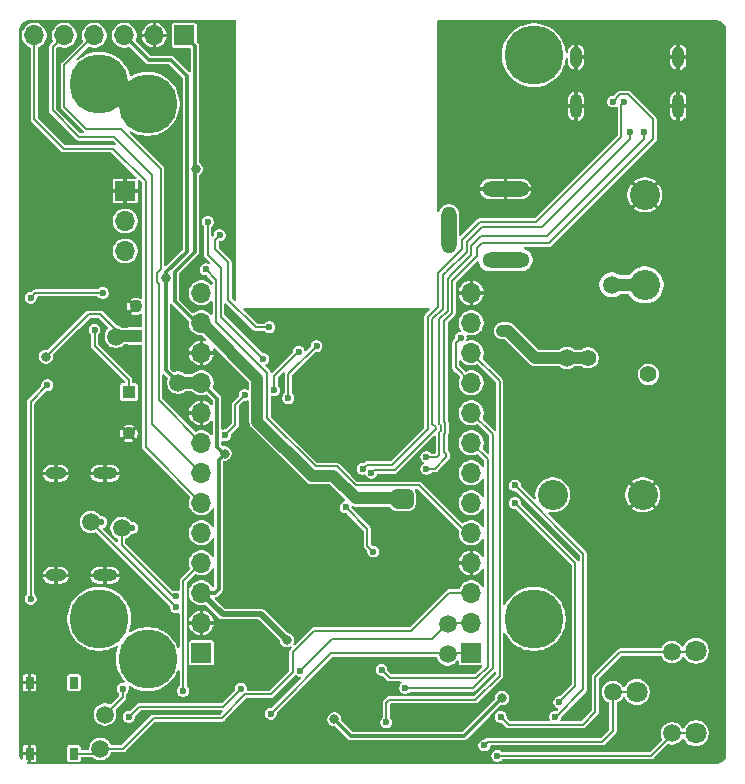
<source format=gbl>
G04 #@! TF.GenerationSoftware,KiCad,Pcbnew,9.0.6*
G04 #@! TF.CreationDate,2025-12-01T14:44:23+01:00*
G04 #@! TF.ProjectId,wled-eth.versioned,776c6564-2d65-4746-982e-76657273696f,v0.49*
G04 #@! TF.SameCoordinates,Original*
G04 #@! TF.FileFunction,Copper,L2,Bot*
G04 #@! TF.FilePolarity,Positive*
%FSLAX46Y46*%
G04 Gerber Fmt 4.6, Leading zero omitted, Abs format (unit mm)*
G04 Created by KiCad (PCBNEW 9.0.6) date 2025-12-01 14:44:23*
%MOMM*%
%LPD*%
G01*
G04 APERTURE LIST*
G04 #@! TA.AperFunction,ComponentPad*
%ADD10R,1.100000X1.100000*%
G04 #@! TD*
G04 #@! TA.AperFunction,ComponentPad*
%ADD11C,1.100000*%
G04 #@! TD*
G04 #@! TA.AperFunction,ComponentPad*
%ADD12C,0.800000*%
G04 #@! TD*
G04 #@! TA.AperFunction,ComponentPad*
%ADD13C,5.000000*%
G04 #@! TD*
G04 #@! TA.AperFunction,ComponentPad*
%ADD14O,1.000000X1.800000*%
G04 #@! TD*
G04 #@! TA.AperFunction,ComponentPad*
%ADD15O,1.000000X2.100000*%
G04 #@! TD*
G04 #@! TA.AperFunction,ComponentPad*
%ADD16C,0.950000*%
G04 #@! TD*
G04 #@! TA.AperFunction,ComponentPad*
%ADD17R,1.700000X1.700000*%
G04 #@! TD*
G04 #@! TA.AperFunction,ComponentPad*
%ADD18O,1.700000X1.700000*%
G04 #@! TD*
G04 #@! TA.AperFunction,ComponentPad*
%ADD19O,1.800000X1.000000*%
G04 #@! TD*
G04 #@! TA.AperFunction,ComponentPad*
%ADD20O,2.100000X1.000000*%
G04 #@! TD*
G04 #@! TA.AperFunction,ComponentPad*
%ADD21C,1.430000*%
G04 #@! TD*
G04 #@! TA.AperFunction,ComponentPad*
%ADD22C,1.800000*%
G04 #@! TD*
G04 #@! TA.AperFunction,ComponentPad*
%ADD23C,2.550000*%
G04 #@! TD*
G04 #@! TA.AperFunction,ComponentPad*
%ADD24C,1.600000*%
G04 #@! TD*
G04 #@! TA.AperFunction,ComponentPad*
%ADD25C,1.400000*%
G04 #@! TD*
G04 #@! TA.AperFunction,ComponentPad*
%ADD26O,4.000000X1.300000*%
G04 #@! TD*
G04 #@! TA.AperFunction,ComponentPad*
%ADD27O,1.300000X4.000000*%
G04 #@! TD*
G04 #@! TA.AperFunction,SMDPad,CuDef*
%ADD28C,1.500000*%
G04 #@! TD*
G04 #@! TA.AperFunction,SMDPad,CuDef*
%ADD29R,0.750000X1.000000*%
G04 #@! TD*
G04 #@! TA.AperFunction,ViaPad*
%ADD30C,0.800000*%
G04 #@! TD*
G04 #@! TA.AperFunction,ViaPad*
%ADD31C,0.600000*%
G04 #@! TD*
G04 #@! TA.AperFunction,Conductor*
%ADD32C,0.300000*%
G04 #@! TD*
G04 #@! TA.AperFunction,Conductor*
%ADD33C,1.000000*%
G04 #@! TD*
G04 #@! TA.AperFunction,Conductor*
%ADD34C,0.500000*%
G04 #@! TD*
G04 #@! TA.AperFunction,Conductor*
%ADD35C,0.200000*%
G04 #@! TD*
G04 APERTURE END LIST*
D10*
G04 #@! TO.P,C4,1*
G04 #@! TO.N,+5V*
X14800000Y-65550000D03*
D11*
G04 #@! TO.P,C4,2*
G04 #@! TO.N,GND*
X14800000Y-63050000D03*
G04 #@! TD*
D12*
G04 #@! TO.P,REF\u002A\u002A,1*
G04 #@! TO.N,N/C*
X46625000Y-41775000D03*
X47174175Y-40449175D03*
X47174175Y-43100825D03*
X48500000Y-39900000D03*
D13*
X48500000Y-41775000D03*
D12*
X48500000Y-43650000D03*
X49825825Y-40449175D03*
X49825825Y-43100825D03*
X50375000Y-41775000D03*
G04 #@! TD*
D10*
G04 #@! TO.P,C1,1*
G04 #@! TO.N,/VFUSE*
X14200000Y-70300000D03*
D11*
G04 #@! TO.P,C1,2*
G04 #@! TO.N,GND*
X14200000Y-73800000D03*
G04 #@! TD*
D14*
G04 #@! TO.P,J7,S1,SHIELD*
G04 #@! TO.N,GND*
X52080000Y-41920000D03*
D15*
X52080000Y-46090000D03*
D16*
X53510000Y-45560000D03*
X59290000Y-45560000D03*
D14*
X60720000Y-41920000D03*
D15*
X60720000Y-46090000D03*
G04 #@! TD*
D12*
G04 #@! TO.P,REF\u002A\u002A,1*
G04 #@! TO.N,N/C*
X13925000Y-92900000D03*
X14474175Y-91574175D03*
X14474175Y-94225825D03*
X15800000Y-91025000D03*
D13*
X15800000Y-92900000D03*
D12*
X15800000Y-94775000D03*
X17125825Y-91574175D03*
X17125825Y-94225825D03*
X17675000Y-92900000D03*
G04 #@! TD*
D17*
G04 #@! TO.P,J11,1,Pin_1*
G04 #@! TO.N,/TX*
X43200000Y-92375000D03*
D18*
G04 #@! TO.P,J11,2,Pin_2*
G04 #@! TO.N,/RX*
X43200000Y-89835000D03*
G04 #@! TO.P,J11,3,Pin_3*
G04 #@! TO.N,/DL*
X43200000Y-87295000D03*
G04 #@! TO.P,J11,4,Pin_4*
G04 #@! TO.N,GND*
X43200000Y-84755000D03*
G04 #@! TO.P,J11,5,Pin_5*
G04 #@! TO.N,Net-(J11-Pin_5)*
X43200000Y-82215000D03*
G04 #@! TO.P,J11,6,Pin_6*
G04 #@! TO.N,/PDM_DAT*
X43200000Y-79675000D03*
G04 #@! TO.P,J11,7,Pin_7*
G04 #@! TO.N,/PDM_CLK*
X43200000Y-77135000D03*
G04 #@! TO.P,J11,8,Pin_8*
G04 #@! TO.N,/DOUT1*
X43200000Y-74595000D03*
G04 #@! TO.P,J11,9,Pin_9*
G04 #@! TO.N,/DOUT3*
X43200000Y-72055000D03*
G04 #@! TO.P,J11,10,Pin_10*
G04 #@! TO.N,/DMX_RX*
X43200000Y-69515000D03*
G04 #@! TO.P,J11,11,Pin_11*
G04 #@! TO.N,/DOUT2*
X43200000Y-66975000D03*
G04 #@! TO.P,J11,12,Pin_12*
G04 #@! TO.N,/DMX_TX*
X43200000Y-64435000D03*
G04 #@! TO.P,J11,13,Pin_13*
G04 #@! TO.N,GND*
X43200000Y-61895000D03*
G04 #@! TD*
D19*
G04 #@! TO.P,J1,S1,SHIELD*
G04 #@! TO.N,GND*
X8020000Y-85820000D03*
D20*
X12190000Y-85820000D03*
D16*
X11660000Y-84390000D03*
X11660000Y-78610000D03*
D19*
X8020000Y-77180000D03*
D20*
X12190000Y-77180000D03*
G04 #@! TD*
D21*
G04 #@! TO.P,,e*
G04 #@! TO.N,GND*
X11900000Y-93400000D03*
G04 #@! TD*
D17*
G04 #@! TO.P,J5,1,Pin_1*
G04 #@! TO.N,+5V*
X18900000Y-40100000D03*
D18*
G04 #@! TO.P,J5,2,Pin_2*
G04 #@! TO.N,GND*
X16360000Y-40100000D03*
G04 #@! TO.P,J5,3,Pin_3*
G04 #@! TO.N,+3.3V*
X13820000Y-40100000D03*
G04 #@! TO.P,J5,4,Pin_4*
G04 #@! TO.N,/IO3*
X11280000Y-40100000D03*
G04 #@! TO.P,J5,5,Pin_5*
G04 #@! TO.N,/IO2*
X8740000Y-40100000D03*
G04 #@! TO.P,J5,6,Pin_6*
G04 #@! TO.N,/IO1*
X6200000Y-40100000D03*
G04 #@! TD*
D12*
G04 #@! TO.P,REF\u002A\u002A,1*
G04 #@! TO.N,N/C*
X46625000Y-89500000D03*
X47174175Y-88174175D03*
X47174175Y-90825825D03*
X48500000Y-87625000D03*
D13*
X48500000Y-89500000D03*
D12*
X48500000Y-91375000D03*
X49825825Y-88174175D03*
X49825825Y-90825825D03*
X50375000Y-89500000D03*
G04 #@! TD*
G04 #@! TO.P,REF\u002A\u002A,1*
G04 #@! TO.N,N/C*
X13925000Y-45900000D03*
X14474175Y-44574175D03*
X14474175Y-47225825D03*
X15800000Y-44025000D03*
D13*
X15800000Y-45900000D03*
D12*
X15800000Y-47775000D03*
X17125825Y-44574175D03*
X17125825Y-47225825D03*
X17675000Y-45900000D03*
G04 #@! TD*
D17*
G04 #@! TO.P,J6,1,Pin_1*
G04 #@! TO.N,GND*
X13900000Y-53275000D03*
D18*
G04 #@! TO.P,J6,2,Pin_2*
G04 #@! TO.N,/D1-*
X13900000Y-55815000D03*
G04 #@! TO.P,J6,3,Pin_3*
G04 #@! TO.N,/D1+*
X13900000Y-58355000D03*
G04 #@! TD*
D22*
G04 #@! TO.P,J12,1,Pin_1*
G04 #@! TO.N,Net-(J12-Pin_1)*
X62200000Y-92200000D03*
G04 #@! TO.P,J12,2,Pin_2*
G04 #@! TO.N,Net-(J12-Pin_2)*
X57200000Y-95700000D03*
G04 #@! TO.P,J12,3,Pin_3*
G04 #@! TO.N,Net-(J12-Pin_3)*
X62200000Y-99200000D03*
G04 #@! TD*
D23*
G04 #@! TO.P,J2,1,Pin_1*
G04 #@! TO.N,GND*
X57710000Y-79000000D03*
G04 #@! TO.P,J2,2,Pin_2*
G04 #@! TO.N,+5V*
X50090000Y-79000000D03*
G04 #@! TD*
D12*
G04 #@! TO.P,REF\u002A\u002A,1*
G04 #@! TO.N,N/C*
X9825000Y-44200000D03*
X10374175Y-42874175D03*
X10374175Y-45525825D03*
X11700000Y-42325000D03*
D13*
X11700000Y-44200000D03*
D12*
X11700000Y-46075000D03*
X13025825Y-42874175D03*
X13025825Y-45525825D03*
X13575000Y-44200000D03*
G04 #@! TD*
D17*
G04 #@! TO.P,J10,1,Pin_1*
G04 #@! TO.N,unconnected-(J10-Pin_1-Pad1)*
X20350000Y-92375000D03*
D18*
G04 #@! TO.P,J10,2,Pin_2*
G04 #@! TO.N,GND*
X20350000Y-89835000D03*
G04 #@! TO.P,J10,3,Pin_3*
G04 #@! TO.N,+3.3V*
X20350000Y-87295000D03*
G04 #@! TO.P,J10,4,Pin_4*
G04 #@! TO.N,/RST*
X20350000Y-84755000D03*
G04 #@! TO.P,J10,5,Pin_5*
G04 #@! TO.N,/DMX_RTS*
X20350000Y-82215000D03*
G04 #@! TO.P,J10,6,Pin_6*
G04 #@! TO.N,/IO1*
X20350000Y-79675000D03*
G04 #@! TO.P,J10,7,Pin_7*
G04 #@! TO.N,/IO2*
X20350000Y-77135000D03*
G04 #@! TO.P,J10,8,Pin_8*
G04 #@! TO.N,/IO3*
X20350000Y-74595000D03*
G04 #@! TO.P,J10,9,Pin_9*
G04 #@! TO.N,GND*
X20350000Y-72055000D03*
G04 #@! TO.P,J10,10,Pin_10*
G04 #@! TO.N,+3.3V*
X20350000Y-69515000D03*
G04 #@! TO.P,J10,11,Pin_11*
G04 #@! TO.N,GND*
X20350000Y-66975000D03*
G04 #@! TO.P,J10,12,Pin_12*
G04 #@! TO.N,+5V*
X20350000Y-64435000D03*
G04 #@! TO.P,J10,13,Pin_13*
G04 #@! TO.N,/LINK*
X20350000Y-61895000D03*
G04 #@! TD*
D23*
G04 #@! TO.P,J3,1,Pin_1*
G04 #@! TO.N,GND*
X57900000Y-53600000D03*
G04 #@! TO.P,J3,2,Pin_2*
G04 #@! TO.N,VDC*
X57900000Y-61220000D03*
G04 #@! TD*
D24*
G04 #@! TO.P,,*
G04 #@! TO.N,GND*
X62300000Y-47700000D03*
G04 #@! TD*
D25*
G04 #@! TO.P,F1,1*
G04 #@! TO.N,/VBUS*
X53100000Y-67400000D03*
G04 #@! TO.P,F1,2*
G04 #@! TO.N,/VFUSE*
X58200000Y-68800000D03*
G04 #@! TD*
D26*
G04 #@! TO.P,J4,1*
G04 #@! TO.N,VDC*
X46100000Y-59100000D03*
G04 #@! TO.P,J4,2*
G04 #@! TO.N,GND*
X46100000Y-53100000D03*
D27*
G04 #@! TO.P,J4,3*
G04 #@! TO.N,unconnected-(J4-Pad3)*
X41300000Y-56600000D03*
G04 #@! TD*
D12*
G04 #@! TO.P,REF\u002A\u002A,1*
G04 #@! TO.N,N/C*
X9825000Y-89500000D03*
X10374175Y-88174175D03*
X10374175Y-90825825D03*
X11700000Y-87625000D03*
D13*
X11700000Y-89500000D03*
D12*
X11700000Y-91375000D03*
X13025825Y-88174175D03*
X13025825Y-90825825D03*
X13575000Y-89500000D03*
G04 #@! TD*
D24*
G04 #@! TO.P,REF\u002A\u002A,*
G04 #@! TO.N,GND*
X21850000Y-42050000D03*
G04 #@! TD*
D28*
G04 #@! TO.P,TP10,1,1*
G04 #@! TO.N,/RST*
X12200000Y-97600000D03*
G04 #@! TD*
G04 #@! TO.P,TP15,1,1*
G04 #@! TO.N,GND*
X57900000Y-56400000D03*
G04 #@! TD*
G04 #@! TO.P,TP5,1,1*
G04 #@! TO.N,/VBUS*
X51300000Y-67400000D03*
G04 #@! TD*
G04 #@! TO.P,TP2,1,1*
G04 #@! TO.N,+5V*
X13100000Y-65600000D03*
G04 #@! TD*
G04 #@! TO.P,TP11,1,1*
G04 #@! TO.N,/DL*
X11800000Y-100500000D03*
G04 #@! TD*
G04 #@! TO.P,TP9,1,1*
G04 #@! TO.N,/TX*
X41200000Y-92500000D03*
G04 #@! TD*
G04 #@! TO.P,TP3,1,1*
G04 #@! TO.N,VDC*
X55100000Y-61200000D03*
G04 #@! TD*
G04 #@! TO.P,TP13,1,1*
G04 #@! TO.N,Net-(J12-Pin_2)*
X55200000Y-95700000D03*
G04 #@! TD*
G04 #@! TO.P,TP6,1,1*
G04 #@! TO.N,/D-*
X11000000Y-81300000D03*
G04 #@! TD*
G04 #@! TO.P,TP8,1,1*
G04 #@! TO.N,/RX*
X41200000Y-89900000D03*
G04 #@! TD*
G04 #@! TO.P,TP12,1,1*
G04 #@! TO.N,Net-(J12-Pin_3)*
X60200000Y-99200000D03*
G04 #@! TD*
G04 #@! TO.P,TP7,1,1*
G04 #@! TO.N,/D+*
X13600000Y-81800000D03*
G04 #@! TD*
G04 #@! TO.P,TP1,1,1*
G04 #@! TO.N,GND*
X12500000Y-73800000D03*
G04 #@! TD*
G04 #@! TO.P,TP14,1,1*
G04 #@! TO.N,Net-(J12-Pin_1)*
X60200000Y-92300000D03*
G04 #@! TD*
G04 #@! TO.P,TP4,1,1*
G04 #@! TO.N,+3.3V*
X18400000Y-69500000D03*
G04 #@! TD*
D29*
G04 #@! TO.P,SW2,1,1*
G04 #@! TO.N,GND*
X5800000Y-94900000D03*
G04 #@! TO.P,SW2,2,2*
X5800000Y-100900000D03*
G04 #@! TO.P,SW2,3,K*
G04 #@! TO.N,unconnected-(SW2-K-Pad3)*
X9550000Y-94900000D03*
G04 #@! TO.P,SW2,4,A*
G04 #@! TO.N,/DL*
X9550000Y-100900000D03*
G04 #@! TD*
D30*
G04 #@! TO.N,GND*
X24000000Y-83800000D03*
X47000000Y-93000000D03*
X26000000Y-83800000D03*
X17000000Y-81700000D03*
X23800000Y-76500000D03*
X22800000Y-83800000D03*
X27200000Y-82500000D03*
X26000000Y-82500000D03*
X7675000Y-99700000D03*
X25998959Y-90901041D03*
X22708718Y-76475002D03*
X7700000Y-72700000D03*
X22800000Y-82500000D03*
X47900000Y-84800000D03*
X48900000Y-84800000D03*
X25200000Y-95100000D03*
X26100000Y-63700000D03*
X27800000Y-64400000D03*
X14800000Y-66900000D03*
X26700000Y-88400000D03*
X20100000Y-95400000D03*
X49900000Y-84800000D03*
X48900000Y-92800000D03*
X35100000Y-82700000D03*
X25000000Y-83800000D03*
X5800000Y-58600000D03*
X30750000Y-96400000D03*
X34100000Y-80500000D03*
X38100000Y-93300000D03*
X35075000Y-80500000D03*
X28800000Y-72700000D03*
X25900000Y-88000000D03*
X27200000Y-83800000D03*
X31000000Y-82800000D03*
X32700000Y-100700000D03*
D31*
X40900000Y-97600000D03*
D30*
X22318198Y-88000000D03*
X46900000Y-84800000D03*
X31000000Y-81800000D03*
X44400000Y-101230000D03*
X29100000Y-89000000D03*
X27600000Y-88400000D03*
X19400000Y-83500000D03*
X24000000Y-82500000D03*
X35100000Y-81700000D03*
X18400000Y-66500000D03*
X31000000Y-80600000D03*
X25000000Y-82500000D03*
D31*
X40900000Y-100100000D03*
D30*
G04 #@! TO.N,+3.3V*
X45800000Y-96200000D03*
X17350000Y-60600000D03*
X31600000Y-98003496D03*
X22318075Y-75500000D03*
X27600000Y-91300000D03*
G04 #@! TO.N,+5V*
X37800000Y-78900000D03*
X7200000Y-67300000D03*
X19850000Y-51400000D03*
X37800000Y-79700000D03*
D31*
G04 #@! TO.N,/SW*
X34900000Y-83800000D03*
X32550000Y-80050000D03*
G04 #@! TO.N,/RST*
X18800000Y-95600000D03*
X13700000Y-95400000D03*
G04 #@! TO.N,/DL*
X11800000Y-100500000D03*
G04 #@! TO.N,/D-*
X11879998Y-81300000D03*
X18200000Y-88500000D03*
G04 #@! TO.N,/D+*
X18200000Y-87600000D03*
X14500000Y-81800000D03*
G04 #@! TO.N,/D1+*
X21900000Y-57000000D03*
X26100000Y-64800000D03*
G04 #@! TO.N,/D1-*
X25600000Y-67500000D03*
X20900000Y-55900000D03*
G04 #@! TO.N,/TX*
X26224265Y-97524265D03*
G04 #@! TO.N,/RX*
X28700000Y-93882330D03*
G04 #@! TO.N,/DOUT1*
X35600000Y-93800000D03*
G04 #@! TO.N,/DOUT2*
X36000735Y-98249265D03*
G04 #@! TO.N,/DOUT3*
X37600000Y-95350000D03*
G04 #@! TO.N,Net-(J12-Pin_3)*
X45400000Y-101100000D03*
G04 #@! TO.N,Net-(J12-Pin_1)*
X45700000Y-97800000D03*
G04 #@! TO.N,Net-(J12-Pin_2)*
X44300000Y-100200000D03*
G04 #@! TO.N,/PDM_CLK*
X46900000Y-78200000D03*
X50300000Y-97800000D03*
G04 #@! TO.N,/PDM_DAT*
X50650000Y-96550000D03*
X46900000Y-79700000D03*
G04 #@! TO.N,/LINK*
X5900000Y-62300000D03*
X12000000Y-61900000D03*
G04 #@! TO.N,/DMX_RTS*
X22350000Y-73946583D03*
X24029449Y-70551000D03*
G04 #@! TO.N,/DMX_RX*
X26500000Y-70150000D03*
X28600000Y-66900000D03*
X42300000Y-65700000D03*
G04 #@! TO.N,/DMX_TX*
X30100000Y-66400000D03*
X27700000Y-70800000D03*
G04 #@! TO.N,Net-(J11-Pin_5)*
X20700000Y-59899000D03*
G04 #@! TO.N,Net-(D4-K)*
X7300000Y-69700000D03*
X5900000Y-87800000D03*
G04 #@! TO.N,/DTR*
X14200000Y-97800000D03*
X23700000Y-95400000D03*
G04 #@! TO.N,Net-(U7-DP)*
X56100000Y-45700000D03*
X34000000Y-76800000D03*
G04 #@! TO.N,Net-(U7-DM)*
X56600000Y-48300000D03*
X34735318Y-77115136D03*
G04 #@! TO.N,/CC2*
X39400000Y-76800000D03*
X55200000Y-45700000D03*
G04 #@! TO.N,/CC1*
X39400000Y-75800000D03*
X57800000Y-48300000D03*
D30*
G04 #@! TO.N,/VBUS*
X47378277Y-66321723D03*
X46001000Y-65151000D03*
D31*
G04 #@! TO.N,/VFUSE*
X11300000Y-65000000D03*
G04 #@! TD*
D32*
G04 #@! TO.N,+3.3V*
X21700000Y-74925659D02*
X21700000Y-70865000D01*
X21505000Y-87295000D02*
X20350000Y-87295000D01*
X22318075Y-75500000D02*
X21800000Y-76018075D01*
X15920000Y-42200000D02*
X13820000Y-40100000D01*
X21800000Y-76018075D02*
X21800000Y-87000000D01*
X19100000Y-58400000D02*
X19100000Y-43500000D01*
X42600000Y-99400000D02*
X45800000Y-96200000D01*
D33*
X20335000Y-69500000D02*
X20350000Y-69515000D01*
D32*
X17350000Y-60600000D02*
X17350000Y-68450000D01*
X21700000Y-70865000D02*
X20350000Y-69515000D01*
X22318075Y-75500000D02*
X22274341Y-75500000D01*
X32996504Y-99400000D02*
X42600000Y-99400000D01*
X17800000Y-42200000D02*
X15920000Y-42200000D01*
X17350000Y-60600000D02*
X17350000Y-60150000D01*
D34*
X27600000Y-91300000D02*
X25400000Y-89100000D01*
D32*
X17350000Y-60150000D02*
X19100000Y-58400000D01*
D34*
X22140000Y-89100000D02*
X20340000Y-87300000D01*
D32*
X22274341Y-75500000D02*
X21700000Y-74925659D01*
X21800000Y-87000000D02*
X21505000Y-87295000D01*
X31600000Y-98003496D02*
X32996504Y-99400000D01*
X17350000Y-68450000D02*
X18415000Y-69515000D01*
D33*
X18400000Y-69500000D02*
X20335000Y-69500000D01*
D32*
X19100000Y-43500000D02*
X17800000Y-42200000D01*
D34*
X25400000Y-89100000D02*
X22140000Y-89100000D01*
D33*
G04 #@! TO.N,+5V*
X37800000Y-79700000D02*
X37000000Y-79700000D01*
X36600000Y-79300000D02*
X33400000Y-79300000D01*
D35*
X13100000Y-65000000D02*
X13100000Y-65600000D01*
D33*
X29697471Y-77397471D02*
X25099000Y-72798999D01*
X25099000Y-69184000D02*
X20552272Y-64637272D01*
X36900000Y-79000000D02*
X37800000Y-79000000D01*
D32*
X18100000Y-62600000D02*
X19935000Y-64435000D01*
D35*
X10800000Y-63700000D02*
X11800000Y-63700000D01*
D33*
X33400000Y-79300000D02*
X31497471Y-77397471D01*
D35*
X7200000Y-67300000D02*
X10800000Y-63700000D01*
D33*
X13250000Y-65550000D02*
X13200000Y-65600000D01*
X36600000Y-79300000D02*
X36900000Y-79000000D01*
X25099000Y-72798999D02*
X25099000Y-69184000D01*
D32*
X19935000Y-64435000D02*
X20350000Y-64435000D01*
X19800000Y-41000000D02*
X19800000Y-58407106D01*
D33*
X37800000Y-79700000D02*
X37800000Y-79000000D01*
X37000000Y-79700000D02*
X36600000Y-79300000D01*
D32*
X19800000Y-58407106D02*
X18100000Y-60107106D01*
X18100000Y-60107106D02*
X18100000Y-62600000D01*
D35*
X11800000Y-63700000D02*
X13100000Y-65000000D01*
D32*
X18900000Y-40100000D02*
X19800000Y-41000000D01*
D33*
X31497471Y-77397471D02*
X29697471Y-77397471D01*
X14800000Y-65550000D02*
X13250000Y-65550000D01*
G04 #@! TO.N,VDC*
X55100000Y-61200000D02*
X57880000Y-61200000D01*
X57880000Y-61200000D02*
X57900000Y-61220000D01*
D35*
G04 #@! TO.N,/SW*
X34400000Y-83300000D02*
X34400000Y-81900000D01*
X34400000Y-81900000D02*
X32550000Y-80050000D01*
X34900000Y-83800000D02*
X34400000Y-83300000D01*
G04 #@! TO.N,/RST*
X12200000Y-97600000D02*
X13700000Y-96100000D01*
X18800000Y-86305000D02*
X20350000Y-84755000D01*
X13700000Y-96100000D02*
X13700000Y-95400000D01*
X18800000Y-95600000D02*
X18800000Y-86305000D01*
G04 #@! TO.N,/DL*
X28100000Y-94000000D02*
X26200000Y-95900000D01*
X28100000Y-92300000D02*
X28100000Y-94000000D01*
X38100000Y-90500000D02*
X29900000Y-90500000D01*
X9550000Y-100900000D02*
X11400000Y-100900000D01*
X16300000Y-97900000D02*
X13700000Y-100500000D01*
X24065686Y-95900000D02*
X22065686Y-97900000D01*
X13700000Y-100500000D02*
X11800000Y-100500000D01*
X43200000Y-87295000D02*
X41305000Y-87295000D01*
X26200000Y-95900000D02*
X24065686Y-95900000D01*
X29900000Y-90500000D02*
X28100000Y-92300000D01*
X41305000Y-87295000D02*
X38100000Y-90500000D01*
X22065686Y-97900000D02*
X16300000Y-97900000D01*
G04 #@! TO.N,/D-*
X18200000Y-88500000D02*
X11000000Y-81300000D01*
X11300000Y-81300000D02*
X11879998Y-81300000D01*
X11275000Y-81275000D02*
X11300000Y-81300000D01*
G04 #@! TO.N,/D+*
X13600000Y-83263603D02*
X13600000Y-81800000D01*
X18200000Y-87600000D02*
X17936397Y-87600000D01*
X17936397Y-87600000D02*
X13600000Y-83263603D01*
G04 #@! TO.N,/D1+*
X21500000Y-58200000D02*
X22601000Y-59301000D01*
X21500000Y-57400000D02*
X21500000Y-58200000D01*
X24932900Y-64800000D02*
X26100000Y-64800000D01*
X22601000Y-59301000D02*
X22601000Y-62468100D01*
X22601000Y-62468100D02*
X24932900Y-64800000D01*
X21900000Y-57000000D02*
X21500000Y-57400000D01*
G04 #@! TO.N,/D1-*
X20900000Y-58725029D02*
X22001000Y-59826029D01*
X22001000Y-63901000D02*
X25600000Y-67500000D01*
X22001000Y-59826029D02*
X22001000Y-63901000D01*
X20900000Y-55900000D02*
X20900000Y-58725029D01*
G04 #@! TO.N,/TX*
X43040000Y-92400000D02*
X43060000Y-92380000D01*
X31348530Y-92400000D02*
X43040000Y-92400000D01*
X26224265Y-97524265D02*
X31348530Y-92400000D01*
G04 #@! TO.N,/RX*
X41260000Y-89840000D02*
X43060000Y-89840000D01*
X39900000Y-91200000D02*
X41260000Y-89840000D01*
X31382330Y-91200000D02*
X39900000Y-91200000D01*
X28700000Y-93882330D02*
X31382330Y-91200000D01*
G04 #@! TO.N,/DOUT1*
X36300000Y-94500000D02*
X43632900Y-94500000D01*
X43632900Y-94500000D02*
X44599000Y-93533900D01*
X35600000Y-93800000D02*
X36300000Y-94500000D01*
X44599000Y-93533900D02*
X44599000Y-75994000D01*
X44599000Y-75994000D02*
X43200000Y-74595000D01*
G04 #@! TO.N,/DOUT2*
X45600000Y-69380000D02*
X43200000Y-66980000D01*
X36000735Y-98249265D02*
X36000735Y-96599265D01*
X45600000Y-94300000D02*
X45600000Y-69380000D01*
X43550000Y-96350000D02*
X45600000Y-94300000D01*
X36000735Y-96599265D02*
X36250000Y-96350000D01*
X36250000Y-96350000D02*
X43550000Y-96350000D01*
G04 #@! TO.N,/DOUT3*
X43350000Y-95350000D02*
X45000000Y-93700000D01*
X45000000Y-73860000D02*
X43200000Y-72060000D01*
X45000000Y-93700000D02*
X45000000Y-73860000D01*
X37600000Y-95350000D02*
X43350000Y-95350000D01*
G04 #@! TO.N,/IO2*
X7750000Y-41090000D02*
X8740000Y-40100000D01*
X10000000Y-48700000D02*
X7750000Y-46450000D01*
X7750000Y-46450000D02*
X7750000Y-41090000D01*
X20350000Y-77135000D02*
X16200000Y-72985000D01*
X16200000Y-72985000D02*
X16200000Y-51936500D01*
X16200000Y-51936500D02*
X12963500Y-48700000D01*
X12963500Y-48700000D02*
X10000000Y-48700000D01*
G04 #@! TO.N,/IO1*
X8700000Y-49700000D02*
X6200000Y-47200000D01*
X6200000Y-47200000D02*
X6200000Y-40100000D01*
X20350000Y-79675000D02*
X15651000Y-74976000D01*
X15651000Y-74976000D02*
X15651000Y-52451000D01*
X15651000Y-52451000D02*
X12900000Y-49700000D01*
X12900000Y-49700000D02*
X8700000Y-49700000D01*
G04 #@! TO.N,Net-(J12-Pin_3)*
X45400000Y-101100000D02*
X58400000Y-101100000D01*
X62200000Y-99200000D02*
X60200000Y-99200000D01*
X58400000Y-101100000D02*
X60200000Y-99300000D01*
G04 #@! TO.N,Net-(J12-Pin_1)*
X60300000Y-92300000D02*
X62200000Y-92300000D01*
X52625735Y-98474265D02*
X53700000Y-97400000D01*
X62200000Y-92300000D02*
X62300000Y-92200000D01*
X53700000Y-94400000D02*
X55800000Y-92300000D01*
X53700000Y-97400000D02*
X53700000Y-94400000D01*
X46374265Y-98474265D02*
X52625735Y-98474265D01*
X55800000Y-92300000D02*
X60100000Y-92300000D01*
X45700000Y-97800000D02*
X46374265Y-98474265D01*
G04 #@! TO.N,Net-(J12-Pin_2)*
X44600000Y-99900000D02*
X54302943Y-99900000D01*
X55200000Y-99002943D02*
X55200000Y-95700000D01*
X55200000Y-95700000D02*
X57200000Y-95700000D01*
X44300000Y-100200000D02*
X44600000Y-99900000D01*
X54302943Y-99900000D02*
X55200000Y-99002943D01*
G04 #@! TO.N,/PDM_CLK*
X52700000Y-95474265D02*
X52700000Y-84000000D01*
X50300000Y-97800000D02*
X50374265Y-97800000D01*
X52700000Y-84000000D02*
X46900000Y-78200000D01*
X50374265Y-97800000D02*
X52700000Y-95474265D01*
G04 #@! TO.N,/PDM_DAT*
X50650000Y-96550000D02*
X52000000Y-95200000D01*
X52000000Y-95200000D02*
X52000000Y-84800000D01*
X52000000Y-84800000D02*
X46900000Y-79700000D01*
G04 #@! TO.N,/IO3*
X16900000Y-51400000D02*
X13500000Y-48000000D01*
X16900000Y-59908636D02*
X16900000Y-51400000D01*
X16600000Y-60991364D02*
X16600000Y-60208636D01*
X16600000Y-60208636D02*
X16900000Y-59908636D01*
X13500000Y-48000000D02*
X10567040Y-48000000D01*
X16749000Y-61140364D02*
X16600000Y-60991364D01*
X10567040Y-48000000D02*
X8740000Y-46172960D01*
X20350000Y-74595000D02*
X16749000Y-70994000D01*
X8740000Y-42640000D02*
X11280000Y-40100000D01*
X8740000Y-46172960D02*
X8740000Y-42640000D01*
X16749000Y-70994000D02*
X16749000Y-61140364D01*
G04 #@! TO.N,/LINK*
X6300000Y-61900000D02*
X12000000Y-61900000D01*
X5900000Y-62300000D02*
X6300000Y-61900000D01*
G04 #@! TO.N,/DMX_RTS*
X22353417Y-73950000D02*
X22350000Y-73946583D01*
X23200000Y-73096583D02*
X22353417Y-73943166D01*
X23873926Y-70693823D02*
X23200000Y-71367749D01*
X24029449Y-70551000D02*
X24029449Y-70562967D01*
X24029449Y-70562967D02*
X23898593Y-70693823D01*
X22353417Y-73943166D02*
X22353417Y-73950000D01*
X23898593Y-70693823D02*
X23873926Y-70693823D01*
X23200000Y-71367749D02*
X23200000Y-73096583D01*
G04 #@! TO.N,/DMX_RX*
X42300000Y-65700000D02*
X41900000Y-66100000D01*
X28548371Y-66900000D02*
X28600000Y-66900000D01*
X41900000Y-68215000D02*
X43200000Y-69515000D01*
X26500000Y-68948371D02*
X28548371Y-66900000D01*
X41900000Y-66100000D02*
X41900000Y-68215000D01*
X26500000Y-70150000D02*
X26500000Y-68948371D01*
G04 #@! TO.N,/DMX_TX*
X27700000Y-70800000D02*
X27700000Y-68800000D01*
X27700000Y-68800000D02*
X30100000Y-66400000D01*
G04 #@! TO.N,Net-(J11-Pin_5)*
X25900000Y-72467214D02*
X30029257Y-76596471D01*
X20700000Y-59900000D02*
X21600000Y-60800000D01*
X36567214Y-78200000D02*
X36568215Y-78199000D01*
X32300000Y-77065686D02*
X33434314Y-78200000D01*
X36568215Y-78199000D02*
X38131785Y-78199000D01*
X21600000Y-64349943D02*
X25900000Y-68649943D01*
X38800000Y-78200000D02*
X42815000Y-82215000D01*
X38131785Y-78199000D02*
X38132785Y-78200000D01*
X20700000Y-59899000D02*
X20700000Y-59900000D01*
X21600000Y-60800000D02*
X21600000Y-64349943D01*
X30029257Y-76596471D02*
X31829257Y-76596471D01*
X42815000Y-82215000D02*
X43200000Y-82215000D01*
X33434314Y-78200000D02*
X36567214Y-78200000D01*
X32298471Y-77065686D02*
X32300000Y-77065686D01*
X31829257Y-76596471D02*
X32298471Y-77065686D01*
X38132785Y-78200000D02*
X38800000Y-78200000D01*
X25900000Y-68649943D02*
X25900000Y-72467214D01*
G04 #@! TO.N,Net-(D4-K)*
X5900000Y-71100000D02*
X5900000Y-87800000D01*
X7300000Y-69700000D02*
X5900000Y-71100000D01*
G04 #@! TO.N,/DTR*
X23700000Y-95400000D02*
X22150000Y-96950000D01*
X15050000Y-96950000D02*
X14200000Y-97800000D01*
X22150000Y-96950000D02*
X15050000Y-96950000D01*
G04 #@! TO.N,Net-(U7-DP)*
X34365686Y-76434314D02*
X34000000Y-76800000D01*
X56100000Y-45700000D02*
X55900000Y-45900000D01*
X40401000Y-60193917D02*
X40401000Y-63066100D01*
X39500000Y-63967100D02*
X39500000Y-73400000D01*
X40401000Y-63066100D02*
X39500000Y-63967100D01*
X55900000Y-45900000D02*
X55900000Y-48700000D01*
X36465686Y-76434314D02*
X34365686Y-76434314D01*
X42400000Y-58194917D02*
X40401000Y-60193917D01*
X39500000Y-73400000D02*
X36465686Y-76434314D01*
X42400000Y-57400000D02*
X42400000Y-58194917D01*
X55900000Y-48700000D02*
X48700000Y-55900000D01*
X48700000Y-55900000D02*
X43900000Y-55900000D01*
X43900000Y-55900000D02*
X42400000Y-57400000D01*
G04 #@! TO.N,Net-(U7-DM)*
X39900000Y-64134200D02*
X40802000Y-63232200D01*
X39900000Y-72967100D02*
X39900000Y-64134200D01*
X56600000Y-48900000D02*
X49200000Y-56300000D01*
X34735318Y-77115136D02*
X34950454Y-76900000D01*
X40200000Y-73267100D02*
X39900000Y-72967100D01*
X42800000Y-58362017D02*
X42800000Y-58401000D01*
X44067100Y-56300000D02*
X42801000Y-57566100D01*
X34950454Y-76900000D02*
X36700000Y-76900000D01*
X42800000Y-58401000D02*
X41101000Y-60100000D01*
X42801000Y-57566100D02*
X42801000Y-58361017D01*
X49200000Y-56300000D02*
X44067100Y-56300000D01*
X36700000Y-76900000D02*
X40200000Y-73400000D01*
X40802000Y-63232200D02*
X40802000Y-60398000D01*
X56600000Y-48300000D02*
X56600000Y-48900000D01*
X42801000Y-58361017D02*
X42800000Y-58362017D01*
X40200000Y-73400000D02*
X40200000Y-73267100D01*
X40802000Y-60398000D02*
X41100000Y-60100000D01*
G04 #@! TO.N,/CC2*
X43700000Y-58768100D02*
X41604000Y-60864100D01*
X58600000Y-48900000D02*
X49800000Y-57700000D01*
X40100000Y-76800000D02*
X39400000Y-76800000D01*
X41100000Y-75567100D02*
X41100000Y-75800000D01*
X40901000Y-75368100D02*
X41100000Y-75567100D01*
X44100000Y-57700000D02*
X43700000Y-58100000D01*
X43700000Y-58100000D02*
X43700000Y-58768100D01*
X55200000Y-45700000D02*
X55800000Y-45100000D01*
X49800000Y-57700000D02*
X44100000Y-57700000D01*
X55800000Y-45100000D02*
X56500000Y-45100000D01*
X41604000Y-60864100D02*
X41604000Y-63564400D01*
X58600000Y-47200000D02*
X58600000Y-48900000D01*
X56500000Y-45100000D02*
X58600000Y-47200000D01*
X41604000Y-63564400D02*
X40901000Y-64267400D01*
X40901000Y-64267400D02*
X40901000Y-72833900D01*
X41002000Y-73732200D02*
X40901000Y-73833200D01*
X40901000Y-72833900D02*
X41002000Y-72934900D01*
X41100000Y-75800000D02*
X40100000Y-76800000D01*
X41002000Y-72934900D02*
X41002000Y-73732200D01*
X40901000Y-73833200D02*
X40901000Y-75368100D01*
G04 #@! TO.N,/CC1*
X57800000Y-48300000D02*
X57800000Y-48900000D01*
X43201000Y-58567100D02*
X43200000Y-58568100D01*
X43200000Y-58701000D02*
X41501000Y-60400000D01*
X43201000Y-58528117D02*
X43201000Y-58567100D01*
X40300000Y-75800000D02*
X39400000Y-75800000D01*
X41203000Y-63398300D02*
X40500000Y-64101300D01*
X43202000Y-58527117D02*
X43201000Y-58528117D01*
X40601000Y-73566100D02*
X40500000Y-73667100D01*
X44034200Y-57100000D02*
X43202000Y-57932200D01*
X41203000Y-60697000D02*
X41203000Y-63398300D01*
X40500000Y-73667100D02*
X40500000Y-75600000D01*
X41500000Y-60400000D02*
X41203000Y-60697000D01*
X43202000Y-57932200D02*
X43202000Y-58527117D01*
X57800000Y-48900000D02*
X49600000Y-57100000D01*
X40500000Y-73000000D02*
X40601000Y-73101000D01*
X40500000Y-64101300D02*
X40500000Y-73000000D01*
X40601000Y-73101000D02*
X40601000Y-73566100D01*
X43200000Y-58568100D02*
X43200000Y-58701000D01*
X40500000Y-75600000D02*
X40300000Y-75800000D01*
X49600000Y-57100000D02*
X44034200Y-57100000D01*
D33*
G04 #@! TO.N,/VBUS*
X45800000Y-65100000D02*
X46300000Y-65100000D01*
X46300000Y-65100000D02*
X46650000Y-65450000D01*
X51300000Y-67400000D02*
X53100000Y-67400000D01*
X48600000Y-67400000D02*
X51300000Y-67400000D01*
X46650000Y-65450000D02*
X48600000Y-67400000D01*
D35*
G04 #@! TO.N,/VFUSE*
X11300000Y-66400000D02*
X11300000Y-65000000D01*
X14200000Y-69300000D02*
X11300000Y-66400000D01*
X14200000Y-70300000D02*
X14200000Y-69300000D01*
G04 #@! TD*
G04 #@! TA.AperFunction,Conductor*
G04 #@! TO.N,GND*
G36*
X23258691Y-38819407D02*
G01*
X23294655Y-38868907D01*
X23299500Y-38899500D01*
X23299500Y-62502621D01*
X23280593Y-62560812D01*
X23231093Y-62596776D01*
X23169907Y-62596776D01*
X23130496Y-62572625D01*
X22930496Y-62372625D01*
X22902719Y-62318108D01*
X22901500Y-62302621D01*
X22901500Y-59261437D01*
X22901499Y-59261435D01*
X22881021Y-59185011D01*
X22881019Y-59185007D01*
X22841460Y-59116489D01*
X22785511Y-59060539D01*
X22785511Y-59060540D01*
X21829496Y-58104525D01*
X21801719Y-58050008D01*
X21800500Y-58034521D01*
X21800500Y-57599500D01*
X21819407Y-57541309D01*
X21868907Y-57505345D01*
X21899500Y-57500500D01*
X21965890Y-57500500D01*
X21965892Y-57500500D01*
X22093186Y-57466392D01*
X22093188Y-57466390D01*
X22093190Y-57466390D01*
X22207309Y-57400503D01*
X22207309Y-57400502D01*
X22207314Y-57400500D01*
X22300500Y-57307314D01*
X22344476Y-57231146D01*
X22366390Y-57193190D01*
X22366390Y-57193188D01*
X22366392Y-57193186D01*
X22400500Y-57065892D01*
X22400500Y-56934108D01*
X22366392Y-56806814D01*
X22366390Y-56806811D01*
X22366390Y-56806809D01*
X22300503Y-56692690D01*
X22300501Y-56692688D01*
X22300500Y-56692686D01*
X22207314Y-56599500D01*
X22207311Y-56599498D01*
X22207309Y-56599496D01*
X22093189Y-56533609D01*
X22093191Y-56533609D01*
X22043799Y-56520375D01*
X21965892Y-56499500D01*
X21834108Y-56499500D01*
X21756200Y-56520375D01*
X21706809Y-56533609D01*
X21592690Y-56599496D01*
X21499496Y-56692690D01*
X21433609Y-56806809D01*
X21399500Y-56934109D01*
X21399500Y-57034521D01*
X21397031Y-57042118D01*
X21398281Y-57050008D01*
X21387756Y-57070663D01*
X21380593Y-57092712D01*
X21370507Y-57104520D01*
X21369502Y-57105525D01*
X21314987Y-57133302D01*
X21254555Y-57123731D01*
X21211290Y-57080466D01*
X21200500Y-57035521D01*
X21200500Y-56348321D01*
X21219407Y-56290130D01*
X21229490Y-56278323D01*
X21300500Y-56207314D01*
X21366392Y-56093186D01*
X21400500Y-55965892D01*
X21400500Y-55834108D01*
X21366392Y-55706814D01*
X21366390Y-55706811D01*
X21366390Y-55706809D01*
X21300503Y-55592690D01*
X21300501Y-55592688D01*
X21300500Y-55592686D01*
X21207314Y-55499500D01*
X21207311Y-55499498D01*
X21207309Y-55499496D01*
X21093189Y-55433609D01*
X21093191Y-55433609D01*
X21043799Y-55420375D01*
X20965892Y-55399500D01*
X20834108Y-55399500D01*
X20756200Y-55420375D01*
X20706809Y-55433609D01*
X20592690Y-55499496D01*
X20499496Y-55592690D01*
X20433609Y-55706809D01*
X20414539Y-55777978D01*
X20399500Y-55834108D01*
X20399500Y-55965892D01*
X20429579Y-56078151D01*
X20433609Y-56093190D01*
X20499496Y-56207309D01*
X20499498Y-56207311D01*
X20499500Y-56207314D01*
X20570505Y-56278319D01*
X20598281Y-56332834D01*
X20599500Y-56348321D01*
X20599500Y-58764593D01*
X20615084Y-58822750D01*
X20619979Y-58841018D01*
X20644846Y-58884089D01*
X20659540Y-58909540D01*
X21046236Y-59296236D01*
X21074012Y-59350751D01*
X21064441Y-59411183D01*
X21021176Y-59454448D01*
X20960744Y-59464019D01*
X20926732Y-59451975D01*
X20893189Y-59432609D01*
X20893186Y-59432608D01*
X20765892Y-59398500D01*
X20634108Y-59398500D01*
X20556200Y-59419375D01*
X20506809Y-59432609D01*
X20392690Y-59498496D01*
X20299496Y-59591690D01*
X20233609Y-59705809D01*
X20219109Y-59759927D01*
X20199500Y-59833108D01*
X20199500Y-59964892D01*
X20229579Y-60077151D01*
X20233609Y-60092190D01*
X20299496Y-60206309D01*
X20299498Y-60206311D01*
X20299500Y-60206314D01*
X20392686Y-60299500D01*
X20392688Y-60299501D01*
X20392690Y-60299503D01*
X20506810Y-60365390D01*
X20506808Y-60365390D01*
X20506812Y-60365391D01*
X20506814Y-60365392D01*
X20634108Y-60399500D01*
X20634110Y-60399500D01*
X20733521Y-60399500D01*
X20791712Y-60418407D01*
X20803525Y-60428496D01*
X21270504Y-60895475D01*
X21274130Y-60902592D01*
X21280593Y-60907288D01*
X21287756Y-60929336D01*
X21298281Y-60949992D01*
X21299500Y-60965479D01*
X21299500Y-61119861D01*
X21280593Y-61178052D01*
X21231093Y-61214016D01*
X21169907Y-61214016D01*
X21130498Y-61189866D01*
X21019655Y-61079023D01*
X20975824Y-61049736D01*
X20847597Y-60964058D01*
X20656418Y-60884869D01*
X20453467Y-60844500D01*
X20453465Y-60844500D01*
X20246535Y-60844500D01*
X20246532Y-60844500D01*
X20043581Y-60884869D01*
X19852402Y-60964058D01*
X19680348Y-61079020D01*
X19534020Y-61225348D01*
X19419058Y-61397402D01*
X19339869Y-61588581D01*
X19299500Y-61791532D01*
X19299500Y-61998467D01*
X19339869Y-62201418D01*
X19419058Y-62392597D01*
X19531455Y-62560812D01*
X19534023Y-62564655D01*
X19680345Y-62710977D01*
X19852402Y-62825941D01*
X20043580Y-62905130D01*
X20246535Y-62945500D01*
X20246536Y-62945500D01*
X20453464Y-62945500D01*
X20453465Y-62945500D01*
X20656420Y-62905130D01*
X20847598Y-62825941D01*
X21019655Y-62710977D01*
X21130498Y-62600133D01*
X21185013Y-62572358D01*
X21245445Y-62581929D01*
X21288710Y-62625194D01*
X21299500Y-62670139D01*
X21299500Y-63659861D01*
X21280593Y-63718052D01*
X21231093Y-63754016D01*
X21169907Y-63754016D01*
X21130498Y-63729866D01*
X21019655Y-63619023D01*
X21019651Y-63619020D01*
X20847597Y-63504058D01*
X20656418Y-63424869D01*
X20453467Y-63384500D01*
X20453465Y-63384500D01*
X20246535Y-63384500D01*
X20246532Y-63384500D01*
X20043581Y-63424869D01*
X19852402Y-63504058D01*
X19708551Y-63600176D01*
X19649663Y-63616784D01*
X19592259Y-63595606D01*
X19583546Y-63587864D01*
X18479496Y-62483814D01*
X18451719Y-62429297D01*
X18450500Y-62413810D01*
X18450500Y-60293295D01*
X18469407Y-60235104D01*
X18479490Y-60223297D01*
X20080470Y-58622318D01*
X20126614Y-58542394D01*
X20130565Y-58527644D01*
X20130568Y-58527640D01*
X20130567Y-58527640D01*
X20139557Y-58494088D01*
X20150500Y-58453250D01*
X20150500Y-51977061D01*
X20169407Y-51918870D01*
X20199997Y-51891326D01*
X20218716Y-51880520D01*
X20330520Y-51768716D01*
X20409577Y-51631784D01*
X20450500Y-51479057D01*
X20450500Y-51320943D01*
X20409577Y-51168216D01*
X20330520Y-51031284D01*
X20218716Y-50919480D01*
X20199998Y-50908673D01*
X20159058Y-50863202D01*
X20150500Y-50822937D01*
X20150500Y-40953857D01*
X20150500Y-40953856D01*
X20126614Y-40864712D01*
X20117854Y-40849540D01*
X20080470Y-40784788D01*
X20035616Y-40739934D01*
X19979496Y-40683813D01*
X19951719Y-40629297D01*
X19950500Y-40613810D01*
X19950500Y-39230253D01*
X19950498Y-39230241D01*
X19944535Y-39200265D01*
X19938867Y-39171769D01*
X19894552Y-39105448D01*
X19894548Y-39105445D01*
X19828233Y-39061134D01*
X19828231Y-39061133D01*
X19828228Y-39061132D01*
X19828227Y-39061132D01*
X19769758Y-39049501D01*
X19769748Y-39049500D01*
X18030252Y-39049500D01*
X18030251Y-39049500D01*
X18030241Y-39049501D01*
X17971772Y-39061132D01*
X17971766Y-39061134D01*
X17905451Y-39105445D01*
X17905445Y-39105451D01*
X17861134Y-39171766D01*
X17861132Y-39171772D01*
X17849501Y-39230241D01*
X17849500Y-39230253D01*
X17849500Y-40969746D01*
X17849501Y-40969758D01*
X17861132Y-41028227D01*
X17861134Y-41028233D01*
X17892559Y-41075263D01*
X17905448Y-41094552D01*
X17971769Y-41138867D01*
X18016231Y-41147711D01*
X18030241Y-41150498D01*
X18030246Y-41150498D01*
X18030252Y-41150500D01*
X19350500Y-41150500D01*
X19408691Y-41169407D01*
X19444655Y-41218907D01*
X19449500Y-41249500D01*
X19449500Y-43114811D01*
X19430593Y-43173002D01*
X19381093Y-43208966D01*
X19319907Y-43208966D01*
X19280498Y-43184816D01*
X18015212Y-41919530D01*
X17935288Y-41873386D01*
X17846144Y-41849500D01*
X17846142Y-41849500D01*
X16106190Y-41849500D01*
X16047999Y-41830593D01*
X16036186Y-41820504D01*
X14815974Y-40600292D01*
X14788197Y-40545775D01*
X14794513Y-40492403D01*
X14830130Y-40406420D01*
X14852692Y-40292993D01*
X14870379Y-40204076D01*
X14870379Y-40204075D01*
X14870499Y-40203472D01*
X14870500Y-40203463D01*
X14870500Y-39996536D01*
X14870499Y-39996527D01*
X14870378Y-39995918D01*
X14861244Y-39949999D01*
X15319266Y-39949999D01*
X15319267Y-39950000D01*
X15882555Y-39950000D01*
X15860000Y-40034174D01*
X15860000Y-40165826D01*
X15882555Y-40250000D01*
X15319266Y-40250000D01*
X15350349Y-40406271D01*
X15429501Y-40597360D01*
X15429508Y-40597374D01*
X15544405Y-40769329D01*
X15690670Y-40915594D01*
X15862625Y-41030491D01*
X15862639Y-41030498D01*
X16053728Y-41109650D01*
X16053727Y-41109650D01*
X16209999Y-41140733D01*
X16210000Y-41140733D01*
X16210000Y-40577445D01*
X16294174Y-40600000D01*
X16425826Y-40600000D01*
X16510000Y-40577445D01*
X16510000Y-41140733D01*
X16666271Y-41109650D01*
X16857360Y-41030498D01*
X16857374Y-41030491D01*
X17029329Y-40915594D01*
X17175594Y-40769329D01*
X17290491Y-40597374D01*
X17290498Y-40597360D01*
X17369650Y-40406271D01*
X17400734Y-40250000D01*
X16837445Y-40250000D01*
X16860000Y-40165826D01*
X16860000Y-40034174D01*
X16837445Y-39950000D01*
X17400733Y-39950000D01*
X17400733Y-39949999D01*
X17369650Y-39793728D01*
X17290498Y-39602639D01*
X17290491Y-39602625D01*
X17175594Y-39430670D01*
X17029329Y-39284405D01*
X16857374Y-39169508D01*
X16857360Y-39169501D01*
X16666277Y-39090351D01*
X16666271Y-39090349D01*
X16510000Y-39059264D01*
X16510000Y-39622554D01*
X16425826Y-39600000D01*
X16294174Y-39600000D01*
X16210000Y-39622554D01*
X16210000Y-39059264D01*
X16053728Y-39090349D01*
X16053722Y-39090351D01*
X15862639Y-39169501D01*
X15862625Y-39169508D01*
X15690670Y-39284405D01*
X15544405Y-39430670D01*
X15429508Y-39602625D01*
X15429501Y-39602639D01*
X15350349Y-39793728D01*
X15319266Y-39949999D01*
X14861244Y-39949999D01*
X14830130Y-39793581D01*
X14829886Y-39792993D01*
X14750941Y-39602402D01*
X14635977Y-39430345D01*
X14489655Y-39284023D01*
X14489651Y-39284020D01*
X14317597Y-39169058D01*
X14126418Y-39089869D01*
X13923467Y-39049500D01*
X13923465Y-39049500D01*
X13716535Y-39049500D01*
X13716532Y-39049500D01*
X13513581Y-39089869D01*
X13322402Y-39169058D01*
X13150348Y-39284020D01*
X13004020Y-39430348D01*
X12889058Y-39602402D01*
X12809869Y-39793581D01*
X12769500Y-39996532D01*
X12769500Y-40203467D01*
X12809869Y-40406418D01*
X12889058Y-40597597D01*
X13003805Y-40769329D01*
X13004023Y-40769655D01*
X13150345Y-40915977D01*
X13322402Y-41030941D01*
X13513580Y-41110130D01*
X13716535Y-41150500D01*
X13716536Y-41150500D01*
X13923464Y-41150500D01*
X13923465Y-41150500D01*
X14126420Y-41110130D01*
X14212402Y-41074513D01*
X14273398Y-41069713D01*
X14320292Y-41095974D01*
X15704787Y-42480469D01*
X15704789Y-42480470D01*
X15704790Y-42480471D01*
X15704791Y-42480472D01*
X15780206Y-42524013D01*
X15780207Y-42524013D01*
X15784712Y-42526614D01*
X15873856Y-42550500D01*
X17613810Y-42550500D01*
X17672001Y-42569407D01*
X17683814Y-42579496D01*
X18720504Y-43616186D01*
X18748281Y-43670703D01*
X18749500Y-43686190D01*
X18749500Y-58213810D01*
X18730593Y-58272001D01*
X18720504Y-58283814D01*
X17369504Y-59634814D01*
X17314987Y-59662591D01*
X17254555Y-59653020D01*
X17211290Y-59609755D01*
X17200500Y-59564810D01*
X17200500Y-51360437D01*
X17200499Y-51360435D01*
X17180021Y-51284011D01*
X17180019Y-51284007D01*
X17140460Y-51215489D01*
X17084511Y-51159539D01*
X17084511Y-51159540D01*
X14307313Y-48382342D01*
X14279538Y-48327828D01*
X14289109Y-48267396D01*
X14332374Y-48224131D01*
X14392806Y-48214560D01*
X14429987Y-48228513D01*
X14491659Y-48267265D01*
X14491670Y-48267270D01*
X14491673Y-48267272D01*
X14497145Y-48269907D01*
X14764935Y-48398868D01*
X14811001Y-48414987D01*
X15051224Y-48499045D01*
X15051227Y-48499045D01*
X15051228Y-48499046D01*
X15346937Y-48566540D01*
X15648343Y-48600500D01*
X15648344Y-48600500D01*
X15951656Y-48600500D01*
X15951657Y-48600500D01*
X16253063Y-48566540D01*
X16548772Y-48499046D01*
X16835065Y-48398868D01*
X17108341Y-48267265D01*
X17365164Y-48105892D01*
X17602304Y-47916779D01*
X17816779Y-47702304D01*
X18005892Y-47465164D01*
X18167265Y-47208341D01*
X18298868Y-46935065D01*
X18399046Y-46648772D01*
X18466540Y-46353063D01*
X18500500Y-46051657D01*
X18500500Y-45748343D01*
X18466540Y-45446937D01*
X18399046Y-45151228D01*
X18298868Y-44864935D01*
X18167265Y-44591659D01*
X18005892Y-44334836D01*
X17816779Y-44097696D01*
X17602304Y-43883221D01*
X17365164Y-43694108D01*
X17108341Y-43532735D01*
X17108333Y-43532731D01*
X17108326Y-43532727D01*
X16835065Y-43401132D01*
X16835063Y-43401131D01*
X16548775Y-43300954D01*
X16253061Y-43233459D01*
X15951658Y-43199500D01*
X15951657Y-43199500D01*
X15648343Y-43199500D01*
X15648341Y-43199500D01*
X15346938Y-43233459D01*
X15051224Y-43300954D01*
X14764936Y-43401131D01*
X14764934Y-43401132D01*
X14491656Y-43532735D01*
X14457615Y-43554125D01*
X14398284Y-43569075D01*
X14341498Y-43546295D01*
X14308946Y-43494488D01*
X14308427Y-43492328D01*
X14306515Y-43483954D01*
X14299046Y-43451228D01*
X14198868Y-43164935D01*
X14067265Y-42891659D01*
X13905892Y-42634836D01*
X13716779Y-42397696D01*
X13502304Y-42183221D01*
X13265164Y-41994108D01*
X13008341Y-41832735D01*
X13008333Y-41832731D01*
X13008326Y-41832727D01*
X12735065Y-41701132D01*
X12735063Y-41701131D01*
X12448775Y-41600954D01*
X12153061Y-41533459D01*
X11851658Y-41499500D01*
X11851657Y-41499500D01*
X11548343Y-41499500D01*
X11548341Y-41499500D01*
X11246938Y-41533459D01*
X10951224Y-41600954D01*
X10664936Y-41701131D01*
X10664934Y-41701132D01*
X10391673Y-41832727D01*
X10391660Y-41832734D01*
X10391659Y-41832735D01*
X10306051Y-41886526D01*
X10134832Y-41994110D01*
X10134829Y-41994112D01*
X9913435Y-42170668D01*
X9856151Y-42192167D01*
X9797171Y-42175890D01*
X9759023Y-42128053D01*
X9756278Y-42066929D01*
X9781703Y-42023266D01*
X10729708Y-41075261D01*
X10784223Y-41047486D01*
X10837595Y-41053802D01*
X10973580Y-41110130D01*
X11176535Y-41150500D01*
X11176536Y-41150500D01*
X11383464Y-41150500D01*
X11383465Y-41150500D01*
X11586420Y-41110130D01*
X11777598Y-41030941D01*
X11949655Y-40915977D01*
X12095977Y-40769655D01*
X12210941Y-40597598D01*
X12290130Y-40406420D01*
X12330500Y-40203465D01*
X12330500Y-39996535D01*
X12290130Y-39793580D01*
X12210941Y-39602402D01*
X12095977Y-39430345D01*
X11949655Y-39284023D01*
X11949651Y-39284020D01*
X11777597Y-39169058D01*
X11586418Y-39089869D01*
X11383467Y-39049500D01*
X11383465Y-39049500D01*
X11176535Y-39049500D01*
X11176532Y-39049500D01*
X10973581Y-39089869D01*
X10782402Y-39169058D01*
X10610348Y-39284020D01*
X10464020Y-39430348D01*
X10349058Y-39602402D01*
X10269869Y-39793581D01*
X10229500Y-39996532D01*
X10229500Y-40203467D01*
X10269869Y-40406418D01*
X10326196Y-40542402D01*
X10330997Y-40603399D01*
X10304736Y-40650292D01*
X8555489Y-42399540D01*
X8555488Y-42399539D01*
X8499539Y-42455489D01*
X8459980Y-42524007D01*
X8459978Y-42524011D01*
X8439500Y-42600435D01*
X8439500Y-46212524D01*
X8458792Y-46284521D01*
X8459979Y-46288949D01*
X8470276Y-46306784D01*
X8499540Y-46357471D01*
X10372567Y-48230498D01*
X10383090Y-48251151D01*
X10396717Y-48269907D01*
X10396717Y-48277896D01*
X10400343Y-48285013D01*
X10396717Y-48307907D01*
X10396717Y-48331093D01*
X10392021Y-48337555D01*
X10390772Y-48345445D01*
X10374380Y-48361836D01*
X10360753Y-48380593D01*
X10353155Y-48383061D01*
X10347507Y-48388710D01*
X10302562Y-48399500D01*
X10165479Y-48399500D01*
X10107288Y-48380593D01*
X10095475Y-48370504D01*
X8079496Y-46354525D01*
X8051719Y-46300008D01*
X8050500Y-46284521D01*
X8050500Y-41255477D01*
X8069407Y-41197286D01*
X8079491Y-41185479D01*
X8189708Y-41075261D01*
X8244223Y-41047485D01*
X8297591Y-41053801D01*
X8433580Y-41110130D01*
X8636535Y-41150500D01*
X8636536Y-41150500D01*
X8843464Y-41150500D01*
X8843465Y-41150500D01*
X9046420Y-41110130D01*
X9237598Y-41030941D01*
X9409655Y-40915977D01*
X9555977Y-40769655D01*
X9670941Y-40597598D01*
X9750130Y-40406420D01*
X9790500Y-40203465D01*
X9790500Y-39996535D01*
X9750130Y-39793580D01*
X9670941Y-39602402D01*
X9555977Y-39430345D01*
X9409655Y-39284023D01*
X9409651Y-39284020D01*
X9237597Y-39169058D01*
X9046418Y-39089869D01*
X8843467Y-39049500D01*
X8843465Y-39049500D01*
X8636535Y-39049500D01*
X8636532Y-39049500D01*
X8433581Y-39089869D01*
X8242402Y-39169058D01*
X8070348Y-39284020D01*
X7924020Y-39430348D01*
X7809058Y-39602402D01*
X7729869Y-39793581D01*
X7689500Y-39996532D01*
X7689500Y-40203467D01*
X7729869Y-40406418D01*
X7786196Y-40542402D01*
X7790997Y-40603399D01*
X7764736Y-40650291D01*
X7565489Y-40849539D01*
X7509539Y-40905489D01*
X7469980Y-40974007D01*
X7469978Y-40974011D01*
X7449500Y-41050435D01*
X7449500Y-46489564D01*
X7469978Y-46565988D01*
X7469980Y-46565992D01*
X7509538Y-46634508D01*
X7509540Y-46634511D01*
X9815489Y-48940460D01*
X9815491Y-48940461D01*
X9815493Y-48940463D01*
X9884008Y-48980020D01*
X9884006Y-48980020D01*
X9884010Y-48980021D01*
X9884012Y-48980022D01*
X9960438Y-49000500D01*
X12798021Y-49000500D01*
X12856212Y-49019407D01*
X12868025Y-49029496D01*
X13086018Y-49247489D01*
X13113795Y-49302006D01*
X13104224Y-49362438D01*
X13060959Y-49405703D01*
X13000527Y-49415274D01*
X12990391Y-49413120D01*
X12962711Y-49405703D01*
X12939562Y-49399500D01*
X12939561Y-49399500D01*
X8865479Y-49399500D01*
X8807288Y-49380593D01*
X8795475Y-49370504D01*
X6529496Y-47104525D01*
X6501719Y-47050008D01*
X6500500Y-47034521D01*
X6500500Y-41178731D01*
X6519407Y-41120540D01*
X6561614Y-41087267D01*
X6697598Y-41030941D01*
X6869655Y-40915977D01*
X7015977Y-40769655D01*
X7130941Y-40597598D01*
X7210130Y-40406420D01*
X7250500Y-40203465D01*
X7250500Y-39996535D01*
X7210130Y-39793580D01*
X7130941Y-39602402D01*
X7015977Y-39430345D01*
X6869655Y-39284023D01*
X6869651Y-39284020D01*
X6697597Y-39169058D01*
X6506418Y-39089869D01*
X6303467Y-39049500D01*
X6303465Y-39049500D01*
X6096535Y-39049500D01*
X6096532Y-39049500D01*
X5893581Y-39089869D01*
X5702402Y-39169058D01*
X5530348Y-39284020D01*
X5384020Y-39430348D01*
X5269058Y-39602402D01*
X5189869Y-39793581D01*
X5149500Y-39996532D01*
X5149500Y-40203467D01*
X5189869Y-40406418D01*
X5269058Y-40597597D01*
X5383805Y-40769329D01*
X5384023Y-40769655D01*
X5530345Y-40915977D01*
X5702402Y-41030941D01*
X5702403Y-41030941D01*
X5702404Y-41030942D01*
X5742345Y-41047486D01*
X5838385Y-41087267D01*
X5884911Y-41127003D01*
X5899500Y-41178731D01*
X5899500Y-47239564D01*
X5919977Y-47315985D01*
X5919978Y-47315987D01*
X5919979Y-47315989D01*
X5949692Y-47367454D01*
X5949693Y-47367455D01*
X5949693Y-47367456D01*
X5959536Y-47384506D01*
X5959537Y-47384507D01*
X5959538Y-47384508D01*
X5959540Y-47384511D01*
X8459540Y-49884511D01*
X8459539Y-49884511D01*
X8515489Y-49940460D01*
X8584007Y-49980019D01*
X8584011Y-49980021D01*
X8660435Y-50000499D01*
X8660437Y-50000500D01*
X8660438Y-50000500D01*
X12734521Y-50000500D01*
X12792712Y-50019407D01*
X12804525Y-50029496D01*
X14831025Y-52055996D01*
X14858802Y-52110513D01*
X14849231Y-52170945D01*
X14805966Y-52214210D01*
X14761021Y-52225000D01*
X14050001Y-52225000D01*
X14050000Y-52225001D01*
X14050000Y-52797554D01*
X13965826Y-52775000D01*
X13834174Y-52775000D01*
X13750000Y-52797554D01*
X13750000Y-52225001D01*
X13749999Y-52225000D01*
X13030299Y-52225000D01*
X12971963Y-52236603D01*
X12905810Y-52280806D01*
X12905806Y-52280810D01*
X12861603Y-52346963D01*
X12850000Y-52405299D01*
X12850000Y-53124999D01*
X12850001Y-53125000D01*
X13422555Y-53125000D01*
X13400000Y-53209174D01*
X13400000Y-53340826D01*
X13422555Y-53425000D01*
X12850001Y-53425000D01*
X12850000Y-53425001D01*
X12850000Y-54144700D01*
X12861603Y-54203036D01*
X12905806Y-54269189D01*
X12905810Y-54269193D01*
X12971963Y-54313396D01*
X13030299Y-54324999D01*
X13030303Y-54325000D01*
X13749999Y-54325000D01*
X13750000Y-54324999D01*
X13750000Y-53752445D01*
X13834174Y-53775000D01*
X13965826Y-53775000D01*
X14050000Y-53752445D01*
X14050000Y-54324999D01*
X14050001Y-54325000D01*
X14769697Y-54325000D01*
X14769700Y-54324999D01*
X14828036Y-54313396D01*
X14894189Y-54269193D01*
X14894193Y-54269189D01*
X14938396Y-54203036D01*
X14949999Y-54144700D01*
X14950000Y-54144697D01*
X14950000Y-53425001D01*
X14949999Y-53425000D01*
X14377445Y-53425000D01*
X14400000Y-53340826D01*
X14400000Y-53209174D01*
X14377445Y-53125000D01*
X14949999Y-53125000D01*
X14950000Y-53124999D01*
X14950000Y-52413979D01*
X14968907Y-52355788D01*
X15018407Y-52319824D01*
X15079593Y-52319824D01*
X15119004Y-52343975D01*
X15321504Y-52546475D01*
X15349281Y-52600992D01*
X15350500Y-52616479D01*
X15350500Y-62330599D01*
X15331593Y-62388790D01*
X15282093Y-62424754D01*
X15220907Y-62424754D01*
X15196499Y-62412915D01*
X15155257Y-62385358D01*
X15018770Y-62328823D01*
X15018764Y-62328821D01*
X14873871Y-62300000D01*
X14726128Y-62300000D01*
X14581235Y-62328821D01*
X14581229Y-62328823D01*
X14444742Y-62385358D01*
X14386444Y-62424312D01*
X14681528Y-62719397D01*
X14664905Y-62723852D01*
X14585095Y-62769930D01*
X14519930Y-62835095D01*
X14473852Y-62914905D01*
X14469397Y-62931530D01*
X14174311Y-62636444D01*
X14135358Y-62694742D01*
X14078823Y-62831229D01*
X14078821Y-62831235D01*
X14050000Y-62976128D01*
X14050000Y-63123871D01*
X14078821Y-63268764D01*
X14078823Y-63268770D01*
X14135358Y-63405256D01*
X14174311Y-63463554D01*
X14469397Y-63168469D01*
X14473852Y-63185095D01*
X14519930Y-63264905D01*
X14585095Y-63330070D01*
X14664905Y-63376148D01*
X14681528Y-63380602D01*
X14386444Y-63675686D01*
X14444742Y-63714641D01*
X14581229Y-63771176D01*
X14581235Y-63771178D01*
X14726128Y-63799999D01*
X14726132Y-63800000D01*
X14873868Y-63800000D01*
X14873871Y-63799999D01*
X15018764Y-63771178D01*
X15018770Y-63771176D01*
X15155258Y-63714640D01*
X15196498Y-63687085D01*
X15255386Y-63670476D01*
X15312790Y-63691653D01*
X15346783Y-63742527D01*
X15350500Y-63769400D01*
X15350500Y-64700500D01*
X15331593Y-64758691D01*
X15282093Y-64794655D01*
X15251500Y-64799500D01*
X14230252Y-64799500D01*
X14230251Y-64799500D01*
X14230241Y-64799501D01*
X14171772Y-64811132D01*
X14171766Y-64811134D01*
X14139320Y-64832815D01*
X14084318Y-64849500D01*
X13717683Y-64849500D01*
X13662681Y-64832815D01*
X13550230Y-64757677D01*
X13377249Y-64686026D01*
X13199171Y-64650604D01*
X13148481Y-64623510D01*
X12653551Y-64128580D01*
X11984511Y-63459540D01*
X11984508Y-63459538D01*
X11915992Y-63419980D01*
X11915988Y-63419978D01*
X11839564Y-63399500D01*
X11839562Y-63399500D01*
X10760438Y-63399500D01*
X10760435Y-63399500D01*
X10684011Y-63419978D01*
X10684007Y-63419980D01*
X10615491Y-63459538D01*
X7395557Y-66679470D01*
X7341040Y-66707247D01*
X7299931Y-66705093D01*
X7279057Y-66699500D01*
X7120943Y-66699500D01*
X6968216Y-66740423D01*
X6831284Y-66819480D01*
X6719480Y-66931284D01*
X6640423Y-67068216D01*
X6599500Y-67220943D01*
X6599500Y-67379057D01*
X6640423Y-67531784D01*
X6719480Y-67668716D01*
X6831284Y-67780520D01*
X6968216Y-67859577D01*
X7120943Y-67900500D01*
X7120945Y-67900500D01*
X7279055Y-67900500D01*
X7279057Y-67900500D01*
X7431784Y-67859577D01*
X7568716Y-67780520D01*
X7680520Y-67668716D01*
X7759577Y-67531784D01*
X7800500Y-67379057D01*
X7800500Y-67220943D01*
X7794906Y-67200065D01*
X7798109Y-67138965D01*
X7820527Y-67104442D01*
X9990862Y-64934108D01*
X10799500Y-64934108D01*
X10799500Y-65065892D01*
X10821975Y-65149769D01*
X10833609Y-65193190D01*
X10899496Y-65307309D01*
X10899498Y-65307311D01*
X10899500Y-65307314D01*
X10970505Y-65378319D01*
X10998281Y-65432834D01*
X10999500Y-65448321D01*
X10999500Y-66439564D01*
X11019978Y-66515987D01*
X11024063Y-66523062D01*
X11024064Y-66523065D01*
X11044048Y-66557678D01*
X11059540Y-66584511D01*
X12459679Y-67984650D01*
X13855525Y-69380496D01*
X13883302Y-69435013D01*
X13873731Y-69495445D01*
X13830466Y-69538710D01*
X13785521Y-69549500D01*
X13630252Y-69549500D01*
X13630251Y-69549500D01*
X13630241Y-69549501D01*
X13571772Y-69561132D01*
X13571766Y-69561134D01*
X13505451Y-69605445D01*
X13505445Y-69605451D01*
X13461134Y-69671766D01*
X13461132Y-69671772D01*
X13449501Y-69730241D01*
X13449500Y-69730253D01*
X13449500Y-70869746D01*
X13449501Y-70869758D01*
X13461132Y-70928227D01*
X13461134Y-70928233D01*
X13501652Y-70988871D01*
X13505448Y-70994552D01*
X13571769Y-71038867D01*
X13616231Y-71047711D01*
X13630241Y-71050498D01*
X13630246Y-71050498D01*
X13630252Y-71050500D01*
X13630253Y-71050500D01*
X14769747Y-71050500D01*
X14769748Y-71050500D01*
X14828231Y-71038867D01*
X14894552Y-70994552D01*
X14938867Y-70928231D01*
X14950500Y-70869748D01*
X14950500Y-69730252D01*
X14938867Y-69671769D01*
X14894552Y-69605448D01*
X14894548Y-69605445D01*
X14828233Y-69561134D01*
X14828231Y-69561133D01*
X14828228Y-69561132D01*
X14828227Y-69561132D01*
X14769758Y-69549501D01*
X14769748Y-69549500D01*
X14769747Y-69549500D01*
X14599500Y-69549500D01*
X14541309Y-69530593D01*
X14505345Y-69481093D01*
X14500500Y-69450500D01*
X14500500Y-69260437D01*
X14500499Y-69260435D01*
X14480021Y-69184011D01*
X14480019Y-69184007D01*
X14440460Y-69115489D01*
X14384511Y-69059539D01*
X14384511Y-69059540D01*
X11629496Y-66304525D01*
X11601719Y-66250008D01*
X11600500Y-66234521D01*
X11600500Y-65448321D01*
X11619407Y-65390130D01*
X11629490Y-65378323D01*
X11700500Y-65307314D01*
X11700503Y-65307309D01*
X11766390Y-65193190D01*
X11766390Y-65193188D01*
X11766392Y-65193186D01*
X11800500Y-65065892D01*
X11800500Y-64934108D01*
X11766392Y-64806814D01*
X11766390Y-64806811D01*
X11766390Y-64806809D01*
X11700503Y-64692690D01*
X11700501Y-64692688D01*
X11700500Y-64692686D01*
X11607314Y-64599500D01*
X11607311Y-64599498D01*
X11607309Y-64599496D01*
X11493189Y-64533609D01*
X11493191Y-64533609D01*
X11443799Y-64520375D01*
X11365892Y-64499500D01*
X11234108Y-64499500D01*
X11156200Y-64520375D01*
X11106809Y-64533609D01*
X10992690Y-64599496D01*
X10899496Y-64692690D01*
X10833609Y-64806809D01*
X10832450Y-64811134D01*
X10799500Y-64934108D01*
X9990862Y-64934108D01*
X10895475Y-64029496D01*
X10949992Y-64001719D01*
X10965479Y-64000500D01*
X11634521Y-64000500D01*
X11692712Y-64019407D01*
X11704525Y-64029496D01*
X12445405Y-64770376D01*
X12473182Y-64824893D01*
X12463611Y-64885325D01*
X12445405Y-64910383D01*
X12361706Y-64994082D01*
X12361698Y-64994092D01*
X12257681Y-65149761D01*
X12257677Y-65149770D01*
X12186026Y-65322750D01*
X12149500Y-65506381D01*
X12149500Y-65693618D01*
X12186026Y-65877249D01*
X12257677Y-66050229D01*
X12257681Y-66050238D01*
X12330368Y-66159020D01*
X12361698Y-66205908D01*
X12494092Y-66338302D01*
X12539896Y-66368907D01*
X12649761Y-66442318D01*
X12649767Y-66442320D01*
X12649769Y-66442322D01*
X12822749Y-66513973D01*
X13006384Y-66550500D01*
X13006385Y-66550500D01*
X13193615Y-66550500D01*
X13193616Y-66550500D01*
X13377251Y-66513973D01*
X13550231Y-66442322D01*
X13550234Y-66442319D01*
X13550238Y-66442318D01*
X13595187Y-66412282D01*
X13705908Y-66338302D01*
X13764714Y-66279496D01*
X13819231Y-66251719D01*
X13834718Y-66250500D01*
X14084318Y-66250500D01*
X14139320Y-66267185D01*
X14171766Y-66288865D01*
X14171769Y-66288867D01*
X14216231Y-66297711D01*
X14230241Y-66300498D01*
X14230246Y-66300498D01*
X14230252Y-66300500D01*
X15251500Y-66300500D01*
X15309691Y-66319407D01*
X15345655Y-66368907D01*
X15350500Y-66399500D01*
X15350500Y-75015562D01*
X15370654Y-75090775D01*
X15370980Y-75091991D01*
X15371334Y-75092604D01*
X15371332Y-75092604D01*
X15371352Y-75092634D01*
X15410540Y-75160511D01*
X17430048Y-77180019D01*
X19374736Y-79124707D01*
X19402513Y-79179224D01*
X19396196Y-79232596D01*
X19339870Y-79368578D01*
X19339870Y-79368580D01*
X19299500Y-79571532D01*
X19299500Y-79778467D01*
X19339869Y-79981418D01*
X19419058Y-80172597D01*
X19518064Y-80320771D01*
X19534023Y-80344655D01*
X19680345Y-80490977D01*
X19852402Y-80605941D01*
X20043580Y-80685130D01*
X20246535Y-80725500D01*
X20246536Y-80725500D01*
X20453464Y-80725500D01*
X20453465Y-80725500D01*
X20656420Y-80685130D01*
X20847598Y-80605941D01*
X21019655Y-80490977D01*
X21165977Y-80344655D01*
X21268184Y-80191689D01*
X21316234Y-80153810D01*
X21377372Y-80151408D01*
X21428246Y-80185400D01*
X21449424Y-80242804D01*
X21449500Y-80246691D01*
X21449500Y-81643308D01*
X21430593Y-81701499D01*
X21381093Y-81737463D01*
X21319907Y-81737463D01*
X21270407Y-81701499D01*
X21268184Y-81698309D01*
X21165979Y-81545348D01*
X21165977Y-81545345D01*
X21019655Y-81399023D01*
X21019651Y-81399020D01*
X20847597Y-81284058D01*
X20656418Y-81204869D01*
X20453467Y-81164500D01*
X20453465Y-81164500D01*
X20246535Y-81164500D01*
X20246532Y-81164500D01*
X20043581Y-81204869D01*
X19852402Y-81284058D01*
X19680348Y-81399020D01*
X19534020Y-81545348D01*
X19419058Y-81717402D01*
X19339869Y-81908581D01*
X19299500Y-82111532D01*
X19299500Y-82318467D01*
X19339869Y-82521418D01*
X19419058Y-82712597D01*
X19534020Y-82884651D01*
X19534023Y-82884655D01*
X19680345Y-83030977D01*
X19852402Y-83145941D01*
X20043580Y-83225130D01*
X20246535Y-83265500D01*
X20246536Y-83265500D01*
X20453464Y-83265500D01*
X20453465Y-83265500D01*
X20656420Y-83225130D01*
X20847598Y-83145941D01*
X21019655Y-83030977D01*
X21165977Y-82884655D01*
X21268184Y-82731689D01*
X21316234Y-82693810D01*
X21377372Y-82691408D01*
X21428246Y-82725400D01*
X21449424Y-82782804D01*
X21449500Y-82786691D01*
X21449500Y-84183308D01*
X21430593Y-84241499D01*
X21381093Y-84277463D01*
X21319907Y-84277463D01*
X21270407Y-84241499D01*
X21268184Y-84238309D01*
X21165979Y-84085348D01*
X21165977Y-84085345D01*
X21019655Y-83939023D01*
X20847598Y-83824059D01*
X20847599Y-83824059D01*
X20847597Y-83824058D01*
X20656418Y-83744869D01*
X20453467Y-83704500D01*
X20453465Y-83704500D01*
X20246535Y-83704500D01*
X20246532Y-83704500D01*
X20043581Y-83744869D01*
X19852402Y-83824058D01*
X19680348Y-83939020D01*
X19534020Y-84085348D01*
X19419058Y-84257402D01*
X19339869Y-84448581D01*
X19299500Y-84651532D01*
X19299500Y-84858467D01*
X19339869Y-85061418D01*
X19396196Y-85197402D01*
X19400997Y-85258399D01*
X19374736Y-85305292D01*
X18615489Y-86064540D01*
X18615488Y-86064539D01*
X18559539Y-86120489D01*
X18519980Y-86189007D01*
X18519978Y-86189011D01*
X18499500Y-86265435D01*
X18499500Y-87033075D01*
X18480593Y-87091266D01*
X18431093Y-87127230D01*
X18374878Y-87128702D01*
X18307561Y-87110665D01*
X18265892Y-87099500D01*
X18134108Y-87099500D01*
X18056200Y-87120375D01*
X18006809Y-87133609D01*
X18006809Y-87133610D01*
X18001698Y-87136561D01*
X17941850Y-87149281D01*
X17885955Y-87124394D01*
X17882196Y-87120828D01*
X13929496Y-83168128D01*
X13901719Y-83113611D01*
X13900500Y-83098124D01*
X13900500Y-82770491D01*
X13919407Y-82712300D01*
X13961612Y-82679028D01*
X14050231Y-82642322D01*
X14205908Y-82538302D01*
X14338302Y-82405908D01*
X14379334Y-82344499D01*
X14427384Y-82306619D01*
X14461650Y-82300500D01*
X14565890Y-82300500D01*
X14565892Y-82300500D01*
X14693186Y-82266392D01*
X14693188Y-82266390D01*
X14693190Y-82266390D01*
X14807309Y-82200503D01*
X14807309Y-82200502D01*
X14807314Y-82200500D01*
X14900500Y-82107314D01*
X14964068Y-81997211D01*
X14966390Y-81993190D01*
X14966390Y-81993188D01*
X14966392Y-81993186D01*
X15000500Y-81865892D01*
X15000500Y-81734108D01*
X14966392Y-81606814D01*
X14966390Y-81606811D01*
X14966390Y-81606809D01*
X14900503Y-81492690D01*
X14900501Y-81492688D01*
X14900500Y-81492686D01*
X14807314Y-81399500D01*
X14807311Y-81399498D01*
X14807309Y-81399496D01*
X14693189Y-81333609D01*
X14693191Y-81333609D01*
X14643799Y-81320375D01*
X14565892Y-81299500D01*
X14461650Y-81299500D01*
X14403459Y-81280593D01*
X14379335Y-81255502D01*
X14365040Y-81234108D01*
X14338302Y-81194092D01*
X14205908Y-81061698D01*
X14147617Y-81022749D01*
X14050238Y-80957681D01*
X14050229Y-80957677D01*
X13877249Y-80886026D01*
X13693618Y-80849500D01*
X13693616Y-80849500D01*
X13506384Y-80849500D01*
X13506381Y-80849500D01*
X13322750Y-80886026D01*
X13149770Y-80957677D01*
X13149761Y-80957681D01*
X12994092Y-81061698D01*
X12994088Y-81061701D01*
X12861701Y-81194088D01*
X12861698Y-81194092D01*
X12757681Y-81349761D01*
X12757677Y-81349770D01*
X12686026Y-81522750D01*
X12649500Y-81706381D01*
X12649500Y-81893618D01*
X12686026Y-82077249D01*
X12757677Y-82250229D01*
X12757681Y-82250238D01*
X12820666Y-82344499D01*
X12861698Y-82405908D01*
X12994092Y-82538302D01*
X13110584Y-82616139D01*
X13149767Y-82642321D01*
X13149768Y-82642321D01*
X13149769Y-82642322D01*
X13238386Y-82679028D01*
X13284911Y-82718763D01*
X13299500Y-82770491D01*
X13299500Y-82935521D01*
X13280593Y-82993712D01*
X13231093Y-83029676D01*
X13169907Y-83029676D01*
X13130496Y-83005525D01*
X12049144Y-81924173D01*
X12021367Y-81869656D01*
X12030938Y-81809224D01*
X12069649Y-81768432D01*
X12073180Y-81766392D01*
X12073184Y-81766392D01*
X12187312Y-81700500D01*
X12280498Y-81607314D01*
X12346390Y-81493186D01*
X12380498Y-81365892D01*
X12380498Y-81234108D01*
X12346390Y-81106814D01*
X12346388Y-81106811D01*
X12346388Y-81106809D01*
X12280501Y-80992690D01*
X12280499Y-80992688D01*
X12280498Y-80992686D01*
X12187312Y-80899500D01*
X12187309Y-80899498D01*
X12187307Y-80899496D01*
X12073187Y-80833609D01*
X12073189Y-80833609D01*
X12023797Y-80820375D01*
X11945890Y-80799500D01*
X11861650Y-80799500D01*
X11803459Y-80780593D01*
X11779335Y-80755501D01*
X11738304Y-80694094D01*
X11605911Y-80561701D01*
X11605908Y-80561698D01*
X11538100Y-80516390D01*
X11450238Y-80457681D01*
X11450229Y-80457677D01*
X11277249Y-80386026D01*
X11093618Y-80349500D01*
X11093616Y-80349500D01*
X10906384Y-80349500D01*
X10906381Y-80349500D01*
X10722750Y-80386026D01*
X10549770Y-80457677D01*
X10549761Y-80457681D01*
X10394092Y-80561698D01*
X10394088Y-80561701D01*
X10261701Y-80694088D01*
X10261698Y-80694092D01*
X10157681Y-80849761D01*
X10157677Y-80849770D01*
X10086026Y-81022750D01*
X10049500Y-81206381D01*
X10049500Y-81393618D01*
X10086026Y-81577249D01*
X10157677Y-81750229D01*
X10157681Y-81750238D01*
X10231314Y-81860435D01*
X10261698Y-81905908D01*
X10394092Y-82038302D01*
X10460463Y-82082649D01*
X10549761Y-82142318D01*
X10549767Y-82142320D01*
X10549769Y-82142322D01*
X10722749Y-82213973D01*
X10906384Y-82250500D01*
X10906385Y-82250500D01*
X11093615Y-82250500D01*
X11093616Y-82250500D01*
X11277251Y-82213973D01*
X11277256Y-82213970D01*
X11277259Y-82213970D01*
X11314060Y-82198726D01*
X11365866Y-82177266D01*
X11426860Y-82172465D01*
X11473755Y-82198726D01*
X17670504Y-88395475D01*
X17698281Y-88449992D01*
X17699500Y-88465479D01*
X17699500Y-88565892D01*
X17728390Y-88673712D01*
X17733609Y-88693190D01*
X17799496Y-88807309D01*
X17799498Y-88807311D01*
X17799500Y-88807314D01*
X17892686Y-88900500D01*
X17892688Y-88900501D01*
X17892690Y-88900503D01*
X18006810Y-88966390D01*
X18006808Y-88966390D01*
X18006812Y-88966391D01*
X18006814Y-88966392D01*
X18134108Y-89000500D01*
X18134110Y-89000500D01*
X18265890Y-89000500D01*
X18265892Y-89000500D01*
X18374879Y-88971297D01*
X18435978Y-88974500D01*
X18483528Y-89013005D01*
X18499500Y-89066924D01*
X18499500Y-91855636D01*
X18480593Y-91913827D01*
X18431093Y-91949791D01*
X18369907Y-91949791D01*
X18320407Y-91913827D01*
X18307056Y-91888334D01*
X18302737Y-91875992D01*
X18298868Y-91864935D01*
X18167265Y-91591659D01*
X18005892Y-91334836D01*
X17816779Y-91097696D01*
X17602304Y-90883221D01*
X17365164Y-90694108D01*
X17108341Y-90532735D01*
X17108333Y-90532731D01*
X17108326Y-90532727D01*
X16835065Y-90401132D01*
X16835063Y-90401131D01*
X16548775Y-90300954D01*
X16253061Y-90233459D01*
X15951658Y-90199500D01*
X15951657Y-90199500D01*
X15648343Y-90199500D01*
X15648341Y-90199500D01*
X15346938Y-90233459D01*
X15051224Y-90300954D01*
X14764936Y-90401131D01*
X14764934Y-90401132D01*
X14491673Y-90532727D01*
X14491653Y-90532738D01*
X14356953Y-90617375D01*
X14297623Y-90632325D01*
X14240836Y-90609545D01*
X14208284Y-90557738D01*
X14210838Y-90500854D01*
X14285133Y-90288533D01*
X14299046Y-90248773D01*
X14299047Y-90248770D01*
X14335730Y-90088049D01*
X14366540Y-89953063D01*
X14400500Y-89651657D01*
X14400500Y-89348343D01*
X14366540Y-89046937D01*
X14299046Y-88751228D01*
X14278736Y-88693186D01*
X14198868Y-88464936D01*
X14198868Y-88464935D01*
X14090618Y-88240152D01*
X14067272Y-88191673D01*
X14067268Y-88191666D01*
X14067265Y-88191659D01*
X13905892Y-87934836D01*
X13716779Y-87697696D01*
X13502304Y-87483221D01*
X13265164Y-87294108D01*
X13008341Y-87132735D01*
X13008333Y-87132731D01*
X13008326Y-87132727D01*
X12735065Y-87001132D01*
X12735063Y-87001131D01*
X12448775Y-86900954D01*
X12153061Y-86833459D01*
X11851658Y-86799500D01*
X11851657Y-86799500D01*
X11548343Y-86799500D01*
X11548341Y-86799500D01*
X11246938Y-86833459D01*
X10951224Y-86900954D01*
X10664936Y-87001131D01*
X10664934Y-87001132D01*
X10391673Y-87132727D01*
X10391660Y-87132734D01*
X10391659Y-87132735D01*
X10325122Y-87174543D01*
X10134835Y-87294108D01*
X9897697Y-87483220D01*
X9683220Y-87697697D01*
X9494108Y-87934835D01*
X9332734Y-88191661D01*
X9332727Y-88191673D01*
X9201132Y-88464934D01*
X9201131Y-88464936D01*
X9100954Y-88751224D01*
X9033459Y-89046938D01*
X8999500Y-89348341D01*
X8999500Y-89651658D01*
X9033459Y-89953061D01*
X9100953Y-90248770D01*
X9100954Y-90248773D01*
X9201131Y-90535063D01*
X9201132Y-90535065D01*
X9332727Y-90808326D01*
X9332731Y-90808333D01*
X9332735Y-90808341D01*
X9494108Y-91065164D01*
X9683221Y-91302304D01*
X9897696Y-91516779D01*
X10134836Y-91705892D01*
X10391659Y-91867265D01*
X10391670Y-91867270D01*
X10391673Y-91867272D01*
X10482462Y-91910993D01*
X10664935Y-91998868D01*
X10725267Y-92019979D01*
X10951224Y-92099045D01*
X10951227Y-92099045D01*
X10951228Y-92099046D01*
X11246937Y-92166540D01*
X11548343Y-92200500D01*
X11548344Y-92200500D01*
X11851656Y-92200500D01*
X11851657Y-92200500D01*
X12153063Y-92166540D01*
X12448772Y-92099046D01*
X12735065Y-91998868D01*
X13008341Y-91867265D01*
X13143046Y-91782623D01*
X13202376Y-91767674D01*
X13259163Y-91790453D01*
X13291715Y-91842260D01*
X13289160Y-91899148D01*
X13200954Y-92151224D01*
X13133459Y-92446938D01*
X13099500Y-92748341D01*
X13099500Y-93051658D01*
X13133459Y-93353061D01*
X13200954Y-93648775D01*
X13301131Y-93935063D01*
X13301132Y-93935065D01*
X13432727Y-94208326D01*
X13432731Y-94208333D01*
X13432735Y-94208341D01*
X13594108Y-94465164D01*
X13783221Y-94702304D01*
X13811415Y-94730498D01*
X13839191Y-94785013D01*
X13829620Y-94845445D01*
X13786355Y-94888710D01*
X13741410Y-94899500D01*
X13634108Y-94899500D01*
X13556200Y-94920375D01*
X13506809Y-94933609D01*
X13392690Y-94999496D01*
X13299496Y-95092690D01*
X13233609Y-95206809D01*
X13229624Y-95221683D01*
X13199500Y-95334108D01*
X13199500Y-95465892D01*
X13220576Y-95544548D01*
X13233609Y-95593190D01*
X13299496Y-95707309D01*
X13299498Y-95707311D01*
X13299500Y-95707314D01*
X13370505Y-95778319D01*
X13374130Y-95785434D01*
X13380593Y-95790130D01*
X13387756Y-95812178D01*
X13398281Y-95832834D01*
X13399500Y-95848321D01*
X13399500Y-95934520D01*
X13380593Y-95992711D01*
X13370504Y-96004524D01*
X12673755Y-96701272D01*
X12619238Y-96729049D01*
X12565866Y-96722732D01*
X12477251Y-96686027D01*
X12293618Y-96649500D01*
X12293616Y-96649500D01*
X12106384Y-96649500D01*
X12106381Y-96649500D01*
X11922750Y-96686026D01*
X11749770Y-96757677D01*
X11749761Y-96757681D01*
X11594092Y-96861698D01*
X11594088Y-96861701D01*
X11461701Y-96994088D01*
X11461698Y-96994092D01*
X11357681Y-97149761D01*
X11357677Y-97149770D01*
X11286026Y-97322750D01*
X11249500Y-97506381D01*
X11249500Y-97693618D01*
X11286026Y-97877249D01*
X11357677Y-98050229D01*
X11357681Y-98050238D01*
X11415862Y-98137310D01*
X11461698Y-98205908D01*
X11594092Y-98338302D01*
X11644842Y-98372212D01*
X11749761Y-98442318D01*
X11749767Y-98442320D01*
X11749769Y-98442322D01*
X11922749Y-98513973D01*
X12106384Y-98550500D01*
X12106385Y-98550500D01*
X12293615Y-98550500D01*
X12293616Y-98550500D01*
X12477251Y-98513973D01*
X12650231Y-98442322D01*
X12650234Y-98442319D01*
X12650238Y-98442318D01*
X12695187Y-98412282D01*
X12805908Y-98338302D01*
X12938302Y-98205908D01*
X13020725Y-98082553D01*
X13042318Y-98050238D01*
X13042319Y-98050234D01*
X13042322Y-98050231D01*
X13113973Y-97877251D01*
X13150500Y-97693616D01*
X13150500Y-97506384D01*
X13113973Y-97322749D01*
X13077265Y-97234130D01*
X13072465Y-97173136D01*
X13098724Y-97126245D01*
X13940460Y-96284511D01*
X13963438Y-96244712D01*
X13980021Y-96215989D01*
X14000500Y-96139562D01*
X14000500Y-95848321D01*
X14019407Y-95790130D01*
X14029490Y-95778323D01*
X14100500Y-95707314D01*
X14124416Y-95665890D01*
X14166390Y-95593190D01*
X14166390Y-95593188D01*
X14166392Y-95593186D01*
X14200500Y-95465892D01*
X14200500Y-95334108D01*
X14185305Y-95277399D01*
X14188506Y-95216299D01*
X14227011Y-95168749D01*
X14286111Y-95152913D01*
X14333602Y-95167951D01*
X14491659Y-95267265D01*
X14491670Y-95267270D01*
X14491673Y-95267272D01*
X14526636Y-95284109D01*
X14764935Y-95398868D01*
X14833186Y-95422750D01*
X15051224Y-95499045D01*
X15051227Y-95499045D01*
X15051228Y-95499046D01*
X15346937Y-95566540D01*
X15648343Y-95600500D01*
X15648344Y-95600500D01*
X15951656Y-95600500D01*
X15951657Y-95600500D01*
X16253063Y-95566540D01*
X16548772Y-95499046D01*
X16835065Y-95398868D01*
X17108341Y-95267265D01*
X17365164Y-95105892D01*
X17602304Y-94916779D01*
X17816779Y-94702304D01*
X18005892Y-94465164D01*
X18167265Y-94208341D01*
X18298868Y-93935065D01*
X18307056Y-93911664D01*
X18344121Y-93862985D01*
X18402721Y-93845388D01*
X18460473Y-93865596D01*
X18495317Y-93915890D01*
X18499500Y-93944363D01*
X18499500Y-95151679D01*
X18480593Y-95209870D01*
X18470509Y-95221676D01*
X18424921Y-95267265D01*
X18399497Y-95292689D01*
X18399496Y-95292690D01*
X18333609Y-95406809D01*
X18324100Y-95442297D01*
X18299500Y-95534108D01*
X18299500Y-95665892D01*
X18322171Y-95750502D01*
X18333609Y-95793190D01*
X18399496Y-95907309D01*
X18399498Y-95907311D01*
X18399500Y-95907314D01*
X18492686Y-96000500D01*
X18492688Y-96000501D01*
X18492690Y-96000503D01*
X18606810Y-96066390D01*
X18606808Y-96066390D01*
X18606812Y-96066391D01*
X18606814Y-96066392D01*
X18734108Y-96100500D01*
X18734110Y-96100500D01*
X18865890Y-96100500D01*
X18865892Y-96100500D01*
X18993186Y-96066392D01*
X18993188Y-96066390D01*
X18993190Y-96066390D01*
X19107309Y-96000503D01*
X19107309Y-96000502D01*
X19107314Y-96000500D01*
X19200500Y-95907314D01*
X19259898Y-95804434D01*
X19266390Y-95793190D01*
X19266390Y-95793188D01*
X19266392Y-95793186D01*
X19300500Y-95665892D01*
X19300500Y-95534108D01*
X19266392Y-95406814D01*
X19266390Y-95406811D01*
X19266390Y-95406809D01*
X19200503Y-95292690D01*
X19200501Y-95292688D01*
X19200500Y-95292686D01*
X19129494Y-95221680D01*
X19101719Y-95167166D01*
X19100500Y-95151679D01*
X19100500Y-91505253D01*
X19299500Y-91505253D01*
X19299500Y-93244746D01*
X19299501Y-93244758D01*
X19311132Y-93303227D01*
X19311134Y-93303233D01*
X19355445Y-93369548D01*
X19355448Y-93369552D01*
X19421769Y-93413867D01*
X19466231Y-93422711D01*
X19480241Y-93425498D01*
X19480246Y-93425498D01*
X19480252Y-93425500D01*
X19480253Y-93425500D01*
X21219747Y-93425500D01*
X21219748Y-93425500D01*
X21278231Y-93413867D01*
X21344552Y-93369552D01*
X21388867Y-93303231D01*
X21400500Y-93244748D01*
X21400500Y-91505252D01*
X21388867Y-91446769D01*
X21344552Y-91380448D01*
X21344548Y-91380445D01*
X21278233Y-91336134D01*
X21278231Y-91336133D01*
X21278228Y-91336132D01*
X21278227Y-91336132D01*
X21219758Y-91324501D01*
X21219748Y-91324500D01*
X19480252Y-91324500D01*
X19480251Y-91324500D01*
X19480241Y-91324501D01*
X19421772Y-91336132D01*
X19421766Y-91336134D01*
X19355451Y-91380445D01*
X19355445Y-91380451D01*
X19311134Y-91446766D01*
X19311132Y-91446772D01*
X19299501Y-91505241D01*
X19299500Y-91505253D01*
X19100500Y-91505253D01*
X19100500Y-89684999D01*
X19309266Y-89684999D01*
X19309267Y-89685000D01*
X19872555Y-89685000D01*
X19850000Y-89769174D01*
X19850000Y-89900826D01*
X19872555Y-89985000D01*
X19309266Y-89985000D01*
X19340349Y-90141271D01*
X19419501Y-90332360D01*
X19419508Y-90332374D01*
X19534405Y-90504329D01*
X19680670Y-90650594D01*
X19852625Y-90765491D01*
X19852639Y-90765498D01*
X20043728Y-90844650D01*
X20043727Y-90844650D01*
X20199999Y-90875733D01*
X20200000Y-90875733D01*
X20200000Y-90312445D01*
X20284174Y-90335000D01*
X20415826Y-90335000D01*
X20500000Y-90312445D01*
X20500000Y-90875733D01*
X20656271Y-90844650D01*
X20847360Y-90765498D01*
X20847374Y-90765491D01*
X21019329Y-90650594D01*
X21165594Y-90504329D01*
X21280491Y-90332374D01*
X21280498Y-90332360D01*
X21359650Y-90141271D01*
X21390734Y-89985000D01*
X20827445Y-89985000D01*
X20850000Y-89900826D01*
X20850000Y-89769174D01*
X20827445Y-89685000D01*
X21390733Y-89685000D01*
X21390733Y-89684999D01*
X21359650Y-89528728D01*
X21280498Y-89337639D01*
X21280491Y-89337625D01*
X21165594Y-89165670D01*
X21019329Y-89019405D01*
X20847374Y-88904508D01*
X20847360Y-88904501D01*
X20656277Y-88825351D01*
X20656271Y-88825349D01*
X20500000Y-88794264D01*
X20500000Y-89357554D01*
X20415826Y-89335000D01*
X20284174Y-89335000D01*
X20200000Y-89357554D01*
X20200000Y-88794264D01*
X20043728Y-88825349D01*
X20043722Y-88825351D01*
X19852639Y-88904501D01*
X19852625Y-88904508D01*
X19680670Y-89019405D01*
X19534405Y-89165670D01*
X19419508Y-89337625D01*
X19419501Y-89337639D01*
X19340349Y-89528728D01*
X19309266Y-89684999D01*
X19100500Y-89684999D01*
X19100500Y-86470478D01*
X19119407Y-86412287D01*
X19129490Y-86400480D01*
X19799708Y-85730261D01*
X19854223Y-85702486D01*
X19907595Y-85708802D01*
X20043580Y-85765130D01*
X20246535Y-85805500D01*
X20246536Y-85805500D01*
X20453464Y-85805500D01*
X20453465Y-85805500D01*
X20656420Y-85765130D01*
X20847598Y-85685941D01*
X21019655Y-85570977D01*
X21165977Y-85424655D01*
X21268184Y-85271689D01*
X21316234Y-85233810D01*
X21377372Y-85231408D01*
X21428246Y-85265400D01*
X21449424Y-85322804D01*
X21449500Y-85326691D01*
X21449500Y-86723308D01*
X21430593Y-86781499D01*
X21381093Y-86817463D01*
X21319907Y-86817463D01*
X21270407Y-86781499D01*
X21268184Y-86778309D01*
X21165979Y-86625348D01*
X21165977Y-86625345D01*
X21019655Y-86479023D01*
X21019651Y-86479020D01*
X20847597Y-86364058D01*
X20656418Y-86284869D01*
X20453467Y-86244500D01*
X20453465Y-86244500D01*
X20246535Y-86244500D01*
X20246532Y-86244500D01*
X20043581Y-86284869D01*
X19852402Y-86364058D01*
X19680348Y-86479020D01*
X19534020Y-86625348D01*
X19419058Y-86797402D01*
X19339869Y-86988581D01*
X19299500Y-87191532D01*
X19299500Y-87398467D01*
X19339869Y-87601418D01*
X19419058Y-87792597D01*
X19534020Y-87964651D01*
X19534023Y-87964655D01*
X19680345Y-88110977D01*
X19852402Y-88225941D01*
X20043580Y-88305130D01*
X20246535Y-88345500D01*
X20246536Y-88345500D01*
X20453464Y-88345500D01*
X20453465Y-88345500D01*
X20647565Y-88306891D01*
X20708325Y-88314083D01*
X20736882Y-88333985D01*
X21863386Y-89460489D01*
X21893041Y-89477610D01*
X21966114Y-89519799D01*
X22080691Y-89550500D01*
X25172389Y-89550500D01*
X25230580Y-89569407D01*
X25242393Y-89579496D01*
X26970504Y-91307607D01*
X26998281Y-91362124D01*
X26999500Y-91377611D01*
X26999500Y-91379057D01*
X27040423Y-91531784D01*
X27119480Y-91668716D01*
X27231284Y-91780520D01*
X27368216Y-91859577D01*
X27520943Y-91900500D01*
X27520945Y-91900500D01*
X27679055Y-91900500D01*
X27679057Y-91900500D01*
X27831784Y-91859577D01*
X27851713Y-91848070D01*
X27869511Y-91844287D01*
X27885726Y-91836025D01*
X27898705Y-91838080D01*
X27911560Y-91835348D01*
X27928185Y-91842749D01*
X27946158Y-91845596D01*
X27955450Y-91854888D01*
X27967456Y-91860233D01*
X27976555Y-91875992D01*
X27989423Y-91888860D01*
X27991478Y-91901840D01*
X27998050Y-91913221D01*
X27996148Y-91931319D01*
X27998995Y-91949292D01*
X27993029Y-91961000D01*
X27991656Y-91974071D01*
X27971218Y-92003809D01*
X27915489Y-92059539D01*
X27859539Y-92115489D01*
X27819980Y-92184007D01*
X27819978Y-92184011D01*
X27799500Y-92260435D01*
X27799500Y-93834521D01*
X27780593Y-93892712D01*
X27770504Y-93904525D01*
X26104525Y-95570504D01*
X26050008Y-95598281D01*
X26034521Y-95599500D01*
X24293719Y-95599500D01*
X24235528Y-95580593D01*
X24199564Y-95531093D01*
X24198092Y-95474877D01*
X24200500Y-95465892D01*
X24200500Y-95334108D01*
X24166392Y-95206814D01*
X24166390Y-95206811D01*
X24166390Y-95206809D01*
X24100503Y-95092690D01*
X24100501Y-95092688D01*
X24100500Y-95092686D01*
X24007314Y-94999500D01*
X24007311Y-94999498D01*
X24007309Y-94999496D01*
X23893189Y-94933609D01*
X23893191Y-94933609D01*
X23843799Y-94920375D01*
X23765892Y-94899500D01*
X23634108Y-94899500D01*
X23556200Y-94920375D01*
X23506809Y-94933609D01*
X23392690Y-94999496D01*
X23299496Y-95092690D01*
X23233609Y-95206809D01*
X23199500Y-95334109D01*
X23199500Y-95434520D01*
X23180593Y-95492711D01*
X23170504Y-95504524D01*
X22054525Y-96620504D01*
X22000008Y-96648281D01*
X21984521Y-96649500D01*
X15089562Y-96649500D01*
X15010438Y-96649500D01*
X14963661Y-96662033D01*
X14934007Y-96669979D01*
X14865493Y-96709536D01*
X14865488Y-96709540D01*
X14304523Y-97270504D01*
X14250007Y-97298281D01*
X14234520Y-97299500D01*
X14134108Y-97299500D01*
X14056200Y-97320375D01*
X14006809Y-97333609D01*
X13892690Y-97399496D01*
X13799496Y-97492690D01*
X13733609Y-97606809D01*
X13719481Y-97659538D01*
X13699500Y-97734108D01*
X13699500Y-97865892D01*
X13715276Y-97924768D01*
X13733609Y-97993190D01*
X13799496Y-98107309D01*
X13799498Y-98107311D01*
X13799500Y-98107314D01*
X13892686Y-98200500D01*
X13892688Y-98200501D01*
X13892690Y-98200503D01*
X14006810Y-98266390D01*
X14006808Y-98266390D01*
X14006812Y-98266391D01*
X14006814Y-98266392D01*
X14134108Y-98300500D01*
X14134110Y-98300500D01*
X14265890Y-98300500D01*
X14265892Y-98300500D01*
X14393186Y-98266392D01*
X14393188Y-98266390D01*
X14393190Y-98266390D01*
X14507309Y-98200503D01*
X14507309Y-98200502D01*
X14507314Y-98200500D01*
X14600500Y-98107314D01*
X14603066Y-98102870D01*
X14666390Y-97993190D01*
X14666390Y-97993188D01*
X14666392Y-97993186D01*
X14700500Y-97865892D01*
X14700500Y-97765477D01*
X14719407Y-97707286D01*
X14729497Y-97695473D01*
X15145475Y-97279496D01*
X15199991Y-97251719D01*
X15215478Y-97250500D01*
X22051207Y-97250500D01*
X22109398Y-97269407D01*
X22145362Y-97318907D01*
X22145362Y-97380093D01*
X22121211Y-97419504D01*
X21970211Y-97570504D01*
X21915694Y-97598281D01*
X21900207Y-97599500D01*
X16260435Y-97599500D01*
X16184011Y-97619978D01*
X16148539Y-97640459D01*
X16148538Y-97640459D01*
X16115491Y-97659538D01*
X13604525Y-100170504D01*
X13550008Y-100198281D01*
X13534521Y-100199500D01*
X12770493Y-100199500D01*
X12712302Y-100180593D01*
X12679029Y-100138386D01*
X12642322Y-100049770D01*
X12642318Y-100049761D01*
X12567839Y-99938298D01*
X12538302Y-99894092D01*
X12405908Y-99761698D01*
X12353398Y-99726612D01*
X12250238Y-99657681D01*
X12250229Y-99657677D01*
X12077249Y-99586026D01*
X11893618Y-99549500D01*
X11893616Y-99549500D01*
X11706384Y-99549500D01*
X11706381Y-99549500D01*
X11522750Y-99586026D01*
X11349770Y-99657677D01*
X11349761Y-99657681D01*
X11194092Y-99761698D01*
X11194088Y-99761701D01*
X11061701Y-99894088D01*
X11061698Y-99894092D01*
X10957681Y-100049761D01*
X10957677Y-100049770D01*
X10886026Y-100222750D01*
X10849500Y-100406381D01*
X10849500Y-100500500D01*
X10830593Y-100558691D01*
X10781093Y-100594655D01*
X10750500Y-100599500D01*
X10224500Y-100599500D01*
X10166309Y-100580593D01*
X10130345Y-100531093D01*
X10125500Y-100500500D01*
X10125500Y-100380253D01*
X10125498Y-100380241D01*
X10122711Y-100366231D01*
X10113867Y-100321769D01*
X10069552Y-100255448D01*
X10020617Y-100222750D01*
X10003233Y-100211134D01*
X10003231Y-100211133D01*
X10003228Y-100211132D01*
X10003227Y-100211132D01*
X9944758Y-100199501D01*
X9944748Y-100199500D01*
X9155252Y-100199500D01*
X9155251Y-100199500D01*
X9155241Y-100199501D01*
X9096772Y-100211132D01*
X9096766Y-100211134D01*
X9030451Y-100255445D01*
X9030445Y-100255451D01*
X8986134Y-100321766D01*
X8986132Y-100321772D01*
X8974501Y-100380241D01*
X8974500Y-100380253D01*
X8974500Y-101419746D01*
X8974501Y-101419758D01*
X8986132Y-101478227D01*
X8986134Y-101478233D01*
X9024762Y-101536043D01*
X9030448Y-101544552D01*
X9096769Y-101588867D01*
X9141231Y-101597711D01*
X9155241Y-101600498D01*
X9155246Y-101600498D01*
X9155252Y-101600500D01*
X9155253Y-101600500D01*
X9944747Y-101600500D01*
X9944748Y-101600500D01*
X10003231Y-101588867D01*
X10069552Y-101544552D01*
X10113867Y-101478231D01*
X10125500Y-101419748D01*
X10125500Y-101299500D01*
X10144407Y-101241309D01*
X10193907Y-101205345D01*
X10224500Y-101200500D01*
X11115282Y-101200500D01*
X11173473Y-101219407D01*
X11185286Y-101229496D01*
X11194092Y-101238302D01*
X11260463Y-101282649D01*
X11349761Y-101342318D01*
X11349767Y-101342320D01*
X11349769Y-101342322D01*
X11522749Y-101413973D01*
X11706384Y-101450500D01*
X11706385Y-101450500D01*
X11893615Y-101450500D01*
X11893616Y-101450500D01*
X12077251Y-101413973D01*
X12250231Y-101342322D01*
X12250234Y-101342319D01*
X12250238Y-101342318D01*
X12295187Y-101312282D01*
X12405908Y-101238302D01*
X12538302Y-101105908D01*
X12586277Y-101034108D01*
X44899500Y-101034108D01*
X44899500Y-101165892D01*
X44917988Y-101234891D01*
X44933609Y-101293190D01*
X44999496Y-101407309D01*
X44999498Y-101407311D01*
X44999500Y-101407314D01*
X45092686Y-101500500D01*
X45092688Y-101500501D01*
X45092690Y-101500503D01*
X45206810Y-101566390D01*
X45206808Y-101566390D01*
X45206812Y-101566391D01*
X45206814Y-101566392D01*
X45334108Y-101600500D01*
X45334110Y-101600500D01*
X45465890Y-101600500D01*
X45465892Y-101600500D01*
X45593186Y-101566392D01*
X45593188Y-101566390D01*
X45593190Y-101566390D01*
X45707309Y-101500503D01*
X45707309Y-101500502D01*
X45707314Y-101500500D01*
X45778319Y-101429494D01*
X45832834Y-101401719D01*
X45848321Y-101400500D01*
X58439563Y-101400500D01*
X58439563Y-101400499D01*
X58515989Y-101380021D01*
X58584511Y-101340460D01*
X58640460Y-101284511D01*
X59796955Y-100128014D01*
X59851470Y-100100239D01*
X59904843Y-100106556D01*
X59922749Y-100113973D01*
X60106384Y-100150500D01*
X60106385Y-100150500D01*
X60293615Y-100150500D01*
X60293616Y-100150500D01*
X60477251Y-100113973D01*
X60650231Y-100042322D01*
X60650234Y-100042319D01*
X60650238Y-100042318D01*
X60695187Y-100012282D01*
X60805908Y-99938302D01*
X60938302Y-99805908D01*
X61022117Y-99680470D01*
X61034698Y-99661642D01*
X61082748Y-99623763D01*
X61143886Y-99621361D01*
X61194760Y-99655354D01*
X61205223Y-99671699D01*
X61251080Y-99761701D01*
X61258768Y-99776788D01*
X61360586Y-99916928D01*
X61483072Y-100039414D01*
X61623212Y-100141232D01*
X61777555Y-100219873D01*
X61777557Y-100219873D01*
X61777558Y-100219874D01*
X61777561Y-100219876D01*
X61942293Y-100273401D01*
X61942297Y-100273402D01*
X62113386Y-100300500D01*
X62113389Y-100300500D01*
X62286614Y-100300500D01*
X62457702Y-100273402D01*
X62457706Y-100273401D01*
X62622438Y-100219876D01*
X62622440Y-100219874D01*
X62622445Y-100219873D01*
X62776788Y-100141232D01*
X62916928Y-100039414D01*
X63039414Y-99916928D01*
X63141232Y-99776788D01*
X63219873Y-99622445D01*
X63219874Y-99622440D01*
X63219876Y-99622438D01*
X63273401Y-99457706D01*
X63273402Y-99457702D01*
X63300500Y-99286614D01*
X63300500Y-99113385D01*
X63273402Y-98942297D01*
X63273401Y-98942293D01*
X63219876Y-98777561D01*
X63219874Y-98777558D01*
X63219873Y-98777557D01*
X63219873Y-98777555D01*
X63141232Y-98623212D01*
X63039414Y-98483072D01*
X62916928Y-98360586D01*
X62776788Y-98258768D01*
X62776787Y-98258767D01*
X62776785Y-98258766D01*
X62622441Y-98180125D01*
X62622438Y-98180123D01*
X62457706Y-98126598D01*
X62457702Y-98126597D01*
X62286614Y-98099500D01*
X62286611Y-98099500D01*
X62113389Y-98099500D01*
X62113386Y-98099500D01*
X61942297Y-98126597D01*
X61942293Y-98126598D01*
X61777561Y-98180123D01*
X61777558Y-98180125D01*
X61623214Y-98258766D01*
X61483073Y-98360585D01*
X61360585Y-98483073D01*
X61258766Y-98623214D01*
X61205223Y-98728300D01*
X61161958Y-98771565D01*
X61101526Y-98781136D01*
X61047009Y-98753359D01*
X61034698Y-98738357D01*
X60964294Y-98632992D01*
X60938302Y-98594092D01*
X60805908Y-98461698D01*
X60761559Y-98432065D01*
X60650238Y-98357681D01*
X60650229Y-98357677D01*
X60477249Y-98286026D01*
X60293618Y-98249500D01*
X60293616Y-98249500D01*
X60106384Y-98249500D01*
X60106381Y-98249500D01*
X59922750Y-98286026D01*
X59749770Y-98357677D01*
X59749761Y-98357681D01*
X59594092Y-98461698D01*
X59594088Y-98461701D01*
X59461701Y-98594088D01*
X59461698Y-98594092D01*
X59357681Y-98749761D01*
X59357680Y-98749765D01*
X59357678Y-98749767D01*
X59357678Y-98749769D01*
X59346166Y-98777561D01*
X59286026Y-98922750D01*
X59249500Y-99106381D01*
X59249500Y-99106384D01*
X59249500Y-99293616D01*
X59282138Y-99457702D01*
X59286027Y-99477250D01*
X59286027Y-99477252D01*
X59352021Y-99636577D01*
X59356821Y-99697574D01*
X59330561Y-99744466D01*
X58304525Y-100770504D01*
X58250008Y-100798281D01*
X58234521Y-100799500D01*
X45848321Y-100799500D01*
X45790130Y-100780593D01*
X45778323Y-100770509D01*
X45707314Y-100699500D01*
X45707311Y-100699498D01*
X45707309Y-100699496D01*
X45593189Y-100633609D01*
X45593191Y-100633609D01*
X45543799Y-100620375D01*
X45465892Y-100599500D01*
X45334108Y-100599500D01*
X45256200Y-100620375D01*
X45206809Y-100633609D01*
X45092690Y-100699496D01*
X44999496Y-100792690D01*
X44933609Y-100906809D01*
X44914539Y-100977978D01*
X44899500Y-101034108D01*
X12586277Y-101034108D01*
X12642322Y-100950231D01*
X12679980Y-100859316D01*
X12681057Y-100857048D01*
X12700440Y-100836544D01*
X12718766Y-100815088D01*
X12721436Y-100814334D01*
X12723090Y-100812586D01*
X12736627Y-100810050D01*
X12770493Y-100800500D01*
X13739563Y-100800500D01*
X13739563Y-100800499D01*
X13815989Y-100780021D01*
X13884511Y-100740460D01*
X13940460Y-100684511D01*
X14490863Y-100134108D01*
X43799500Y-100134108D01*
X43799500Y-100265892D01*
X43814472Y-100321769D01*
X43833609Y-100393190D01*
X43899496Y-100507309D01*
X43899498Y-100507311D01*
X43899500Y-100507314D01*
X43992686Y-100600500D01*
X43992688Y-100600501D01*
X43992690Y-100600503D01*
X44106810Y-100666390D01*
X44106808Y-100666390D01*
X44106812Y-100666391D01*
X44106814Y-100666392D01*
X44234108Y-100700500D01*
X44234110Y-100700500D01*
X44365890Y-100700500D01*
X44365892Y-100700500D01*
X44493186Y-100666392D01*
X44493188Y-100666390D01*
X44493190Y-100666390D01*
X44607309Y-100600503D01*
X44607309Y-100600502D01*
X44607314Y-100600500D01*
X44700500Y-100507314D01*
X44766392Y-100393186D01*
X44798360Y-100273875D01*
X44831684Y-100222563D01*
X44888806Y-100200636D01*
X44893987Y-100200500D01*
X54342506Y-100200500D01*
X54342506Y-100200499D01*
X54418932Y-100180021D01*
X54487454Y-100140460D01*
X54543403Y-100084511D01*
X55440460Y-99187454D01*
X55442447Y-99184012D01*
X55480021Y-99118932D01*
X55500500Y-99042505D01*
X55500500Y-96670491D01*
X55519407Y-96612300D01*
X55561612Y-96579028D01*
X55650231Y-96542322D01*
X55805908Y-96438302D01*
X55938302Y-96305908D01*
X56022417Y-96180021D01*
X56034698Y-96161642D01*
X56082748Y-96123763D01*
X56143886Y-96121361D01*
X56194760Y-96155354D01*
X56205223Y-96171699D01*
X56242425Y-96244714D01*
X56258768Y-96276788D01*
X56360586Y-96416928D01*
X56483072Y-96539414D01*
X56623212Y-96641232D01*
X56777555Y-96719873D01*
X56777557Y-96719873D01*
X56777558Y-96719874D01*
X56777561Y-96719876D01*
X56942293Y-96773401D01*
X56942297Y-96773402D01*
X57113386Y-96800500D01*
X57113389Y-96800500D01*
X57286614Y-96800500D01*
X57457702Y-96773402D01*
X57457706Y-96773401D01*
X57622438Y-96719876D01*
X57622440Y-96719874D01*
X57622445Y-96719873D01*
X57776788Y-96641232D01*
X57916928Y-96539414D01*
X58039414Y-96416928D01*
X58141232Y-96276788D01*
X58219873Y-96122445D01*
X58219874Y-96122440D01*
X58219876Y-96122438D01*
X58273401Y-95957706D01*
X58273402Y-95957702D01*
X58300500Y-95786614D01*
X58300500Y-95613385D01*
X58273402Y-95442297D01*
X58273401Y-95442293D01*
X58219876Y-95277561D01*
X58219874Y-95277558D01*
X58219873Y-95277557D01*
X58219873Y-95277555D01*
X58141232Y-95123212D01*
X58039414Y-94983072D01*
X57916928Y-94860586D01*
X57776788Y-94758768D01*
X57776787Y-94758767D01*
X57776785Y-94758766D01*
X57622441Y-94680125D01*
X57622438Y-94680123D01*
X57457706Y-94626598D01*
X57457702Y-94626597D01*
X57286614Y-94599500D01*
X57286611Y-94599500D01*
X57113389Y-94599500D01*
X57113386Y-94599500D01*
X56942297Y-94626597D01*
X56942293Y-94626598D01*
X56777561Y-94680123D01*
X56777558Y-94680125D01*
X56623214Y-94758766D01*
X56483073Y-94860585D01*
X56360585Y-94983073D01*
X56258766Y-95123214D01*
X56205223Y-95228300D01*
X56161958Y-95271565D01*
X56101526Y-95281136D01*
X56047009Y-95253359D01*
X56034698Y-95238357D01*
X55976780Y-95151679D01*
X55938302Y-95094092D01*
X55805908Y-94961698D01*
X55738682Y-94916779D01*
X55650238Y-94857681D01*
X55650229Y-94857677D01*
X55477249Y-94786026D01*
X55293618Y-94749500D01*
X55293616Y-94749500D01*
X55106384Y-94749500D01*
X55106381Y-94749500D01*
X54922750Y-94786026D01*
X54749770Y-94857677D01*
X54749761Y-94857681D01*
X54594092Y-94961698D01*
X54594088Y-94961701D01*
X54461701Y-95094088D01*
X54461698Y-95094092D01*
X54357681Y-95249761D01*
X54357677Y-95249770D01*
X54286026Y-95422750D01*
X54249500Y-95606381D01*
X54249500Y-95793618D01*
X54286026Y-95977249D01*
X54357677Y-96150229D01*
X54357681Y-96150238D01*
X54410641Y-96229496D01*
X54461698Y-96305908D01*
X54594092Y-96438302D01*
X54710584Y-96516139D01*
X54749767Y-96542321D01*
X54749768Y-96542321D01*
X54749769Y-96542322D01*
X54838386Y-96579028D01*
X54884911Y-96618763D01*
X54899500Y-96670491D01*
X54899500Y-98837464D01*
X54880593Y-98895655D01*
X54870504Y-98907468D01*
X54207468Y-99570504D01*
X54152951Y-99598281D01*
X54137464Y-99599500D01*
X44560435Y-99599500D01*
X44484012Y-99619978D01*
X44455262Y-99636577D01*
X44431613Y-99650231D01*
X44415489Y-99659540D01*
X44399695Y-99675332D01*
X44394254Y-99679450D01*
X44371484Y-99687339D01*
X44350009Y-99698281D01*
X44336932Y-99699310D01*
X44336440Y-99699481D01*
X44336094Y-99699376D01*
X44334522Y-99699500D01*
X44234108Y-99699500D01*
X44156200Y-99720375D01*
X44106809Y-99733609D01*
X43992690Y-99799496D01*
X43899496Y-99892690D01*
X43833609Y-100006809D01*
X43833608Y-100006814D01*
X43799500Y-100134108D01*
X14490863Y-100134108D01*
X16395475Y-98229496D01*
X16449992Y-98201719D01*
X16465479Y-98200500D01*
X22105249Y-98200500D01*
X22105249Y-98200499D01*
X22181675Y-98180021D01*
X22250197Y-98140460D01*
X22306146Y-98084511D01*
X24161161Y-96229496D01*
X24215678Y-96201719D01*
X24231165Y-96200500D01*
X26239563Y-96200500D01*
X26239563Y-96200499D01*
X26315989Y-96180021D01*
X26384511Y-96140460D01*
X26440460Y-96084511D01*
X28247411Y-94277558D01*
X28301926Y-94249783D01*
X28362358Y-94259354D01*
X28387413Y-94277557D01*
X28392686Y-94282830D01*
X28392688Y-94282831D01*
X28392690Y-94282833D01*
X28506810Y-94348720D01*
X28506808Y-94348720D01*
X28506812Y-94348721D01*
X28506814Y-94348722D01*
X28634108Y-94382830D01*
X28634110Y-94382830D01*
X28701721Y-94382830D01*
X28759912Y-94401737D01*
X28795876Y-94451237D01*
X28795876Y-94512423D01*
X28771725Y-94551832D01*
X27545241Y-95778317D01*
X26328789Y-96994769D01*
X26274272Y-97022546D01*
X26258785Y-97023765D01*
X26158373Y-97023765D01*
X26080465Y-97044640D01*
X26031074Y-97057874D01*
X25916955Y-97123761D01*
X25823761Y-97216955D01*
X25757874Y-97331074D01*
X25757873Y-97331079D01*
X25723765Y-97458373D01*
X25723765Y-97590157D01*
X25751487Y-97693618D01*
X25757874Y-97717455D01*
X25823761Y-97831574D01*
X25823763Y-97831576D01*
X25823765Y-97831579D01*
X25916951Y-97924765D01*
X25916953Y-97924766D01*
X25916955Y-97924768D01*
X26031075Y-97990655D01*
X26031073Y-97990655D01*
X26031077Y-97990656D01*
X26031079Y-97990657D01*
X26158373Y-98024765D01*
X26158375Y-98024765D01*
X26290155Y-98024765D01*
X26290157Y-98024765D01*
X26417451Y-97990657D01*
X26417453Y-97990655D01*
X26417455Y-97990655D01*
X26531574Y-97924768D01*
X26531574Y-97924767D01*
X26531579Y-97924765D01*
X26531905Y-97924439D01*
X30999500Y-97924439D01*
X30999500Y-98082553D01*
X31040423Y-98235280D01*
X31119480Y-98372212D01*
X31231284Y-98484016D01*
X31368216Y-98563073D01*
X31520943Y-98603996D01*
X31520945Y-98603996D01*
X31663810Y-98603996D01*
X31722001Y-98622903D01*
X31733814Y-98632992D01*
X32781292Y-99680470D01*
X32793190Y-99687339D01*
X32841944Y-99715488D01*
X32841947Y-99715489D01*
X32848370Y-99719197D01*
X32861212Y-99726612D01*
X32861213Y-99726612D01*
X32861216Y-99726614D01*
X32950360Y-99750500D01*
X32950362Y-99750500D01*
X42646142Y-99750500D01*
X42646144Y-99750500D01*
X42735288Y-99726614D01*
X42754554Y-99715490D01*
X42754556Y-99715490D01*
X42778724Y-99701536D01*
X42815212Y-99680470D01*
X44761572Y-97734108D01*
X45199500Y-97734108D01*
X45199500Y-97865892D01*
X45215276Y-97924768D01*
X45233609Y-97993190D01*
X45299496Y-98107309D01*
X45299498Y-98107311D01*
X45299500Y-98107314D01*
X45392686Y-98200500D01*
X45392688Y-98200501D01*
X45392690Y-98200503D01*
X45506810Y-98266390D01*
X45506808Y-98266390D01*
X45506812Y-98266391D01*
X45506814Y-98266392D01*
X45634108Y-98300500D01*
X45634110Y-98300500D01*
X45734521Y-98300500D01*
X45792712Y-98319407D01*
X45804524Y-98329496D01*
X46189753Y-98714724D01*
X46189758Y-98714728D01*
X46258273Y-98754285D01*
X46258271Y-98754285D01*
X46258275Y-98754286D01*
X46258277Y-98754287D01*
X46334703Y-98774765D01*
X46334705Y-98774765D01*
X52665298Y-98774765D01*
X52665298Y-98774764D01*
X52741724Y-98754286D01*
X52810246Y-98714725D01*
X52866195Y-98658776D01*
X53940460Y-97584511D01*
X53977717Y-97519979D01*
X53980021Y-97515989D01*
X54000500Y-97439562D01*
X54000500Y-94565479D01*
X54019407Y-94507288D01*
X54029496Y-94495475D01*
X55895475Y-92629496D01*
X55949992Y-92601719D01*
X55965479Y-92600500D01*
X59229507Y-92600500D01*
X59287698Y-92619407D01*
X59320971Y-92661614D01*
X59357677Y-92750229D01*
X59357681Y-92750238D01*
X59432065Y-92861559D01*
X59461698Y-92905908D01*
X59594092Y-93038302D01*
X59660463Y-93082649D01*
X59749761Y-93142318D01*
X59749767Y-93142320D01*
X59749769Y-93142322D01*
X59922749Y-93213973D01*
X60106384Y-93250500D01*
X60106385Y-93250500D01*
X60293615Y-93250500D01*
X60293616Y-93250500D01*
X60477251Y-93213973D01*
X60650231Y-93142322D01*
X60650234Y-93142319D01*
X60650238Y-93142318D01*
X60704730Y-93105907D01*
X60805908Y-93038302D01*
X60938302Y-92905908D01*
X61024579Y-92776785D01*
X61042318Y-92750238D01*
X61042323Y-92750229D01*
X61051129Y-92728966D01*
X61090865Y-92682441D01*
X61150359Y-92668156D01*
X61206888Y-92691569D01*
X61230804Y-92721906D01*
X61245236Y-92750231D01*
X61258768Y-92776788D01*
X61360586Y-92916928D01*
X61483072Y-93039414D01*
X61623212Y-93141232D01*
X61777555Y-93219873D01*
X61777557Y-93219873D01*
X61777558Y-93219874D01*
X61777561Y-93219876D01*
X61942293Y-93273401D01*
X61942297Y-93273402D01*
X62113386Y-93300500D01*
X62113389Y-93300500D01*
X62286614Y-93300500D01*
X62457702Y-93273402D01*
X62457706Y-93273401D01*
X62622438Y-93219876D01*
X62622440Y-93219874D01*
X62622445Y-93219873D01*
X62776788Y-93141232D01*
X62916928Y-93039414D01*
X63039414Y-92916928D01*
X63141232Y-92776788D01*
X63219873Y-92622445D01*
X63219874Y-92622440D01*
X63219876Y-92622438D01*
X63273401Y-92457706D01*
X63273402Y-92457702D01*
X63300500Y-92286614D01*
X63300500Y-92113385D01*
X63273402Y-91942297D01*
X63273401Y-91942293D01*
X63219876Y-91777561D01*
X63219874Y-91777558D01*
X63219873Y-91777557D01*
X63219873Y-91777555D01*
X63141232Y-91623212D01*
X63039414Y-91483072D01*
X62916928Y-91360586D01*
X62776788Y-91258768D01*
X62776787Y-91258767D01*
X62776785Y-91258766D01*
X62622441Y-91180125D01*
X62622438Y-91180123D01*
X62457706Y-91126598D01*
X62457702Y-91126597D01*
X62286614Y-91099500D01*
X62286611Y-91099500D01*
X62113389Y-91099500D01*
X62113386Y-91099500D01*
X61942297Y-91126597D01*
X61942293Y-91126598D01*
X61777561Y-91180123D01*
X61777558Y-91180125D01*
X61623214Y-91258766D01*
X61483073Y-91360585D01*
X61360585Y-91483073D01*
X61258766Y-91623214D01*
X61180124Y-91777559D01*
X61179803Y-91778336D01*
X61179619Y-91778550D01*
X61178361Y-91781021D01*
X61177767Y-91780718D01*
X61140063Y-91824859D01*
X61080568Y-91839139D01*
X61024041Y-91815721D01*
X61006026Y-91795447D01*
X60976263Y-91750905D01*
X60938302Y-91694092D01*
X60805908Y-91561698D01*
X60738682Y-91516779D01*
X60650238Y-91457681D01*
X60650229Y-91457677D01*
X60477249Y-91386026D01*
X60293618Y-91349500D01*
X60293616Y-91349500D01*
X60106384Y-91349500D01*
X60106381Y-91349500D01*
X59922750Y-91386026D01*
X59749770Y-91457677D01*
X59749761Y-91457681D01*
X59594092Y-91561698D01*
X59594088Y-91561701D01*
X59461701Y-91694088D01*
X59461698Y-91694092D01*
X59357681Y-91849761D01*
X59357677Y-91849770D01*
X59320971Y-91938386D01*
X59281234Y-91984912D01*
X59229507Y-91999500D01*
X55760435Y-91999500D01*
X55684012Y-92019978D01*
X55641897Y-92044292D01*
X55641898Y-92044293D01*
X55615489Y-92059540D01*
X53515489Y-94159540D01*
X53515488Y-94159539D01*
X53459539Y-94215489D01*
X53419980Y-94284007D01*
X53419978Y-94284011D01*
X53399500Y-94360435D01*
X53399500Y-97234521D01*
X53380593Y-97292712D01*
X53370504Y-97304525D01*
X52530260Y-98144769D01*
X52475743Y-98172546D01*
X52460256Y-98173765D01*
X50833608Y-98173765D01*
X50775417Y-98154858D01*
X50739453Y-98105358D01*
X50739453Y-98044172D01*
X50747872Y-98025265D01*
X50766390Y-97993190D01*
X50766390Y-97993188D01*
X50766392Y-97993186D01*
X50800500Y-97865892D01*
X50800500Y-97839743D01*
X50819407Y-97781552D01*
X50829490Y-97769745D01*
X52940460Y-95658776D01*
X52951553Y-95639562D01*
X52980021Y-95590254D01*
X53000500Y-95513827D01*
X53000500Y-83960438D01*
X52994762Y-83939023D01*
X52980022Y-83884012D01*
X52980019Y-83884006D01*
X52940463Y-83815493D01*
X52940462Y-83815492D01*
X52940461Y-83815491D01*
X52940460Y-83815489D01*
X49745649Y-80620678D01*
X49717872Y-80566161D01*
X49727443Y-80505729D01*
X49770708Y-80462464D01*
X49831138Y-80452893D01*
X49890728Y-80462331D01*
X49973873Y-80475500D01*
X49973876Y-80475500D01*
X50206127Y-80475500D01*
X50435509Y-80439170D01*
X50435510Y-80439169D01*
X50435514Y-80439169D01*
X50656396Y-80367400D01*
X50863331Y-80261961D01*
X51051224Y-80125449D01*
X51215449Y-79961224D01*
X51351961Y-79773331D01*
X51457400Y-79566396D01*
X51529169Y-79345514D01*
X51529187Y-79345402D01*
X51565500Y-79116127D01*
X51565500Y-78883911D01*
X56235000Y-78883911D01*
X56235000Y-79116088D01*
X56271318Y-79345398D01*
X56271319Y-79345402D01*
X56343060Y-79566196D01*
X56343062Y-79566199D01*
X56448466Y-79773067D01*
X56448468Y-79773071D01*
X56564748Y-79933117D01*
X57012214Y-79485650D01*
X57049762Y-79541844D01*
X57168156Y-79660238D01*
X57224347Y-79697783D01*
X56776881Y-80145250D01*
X56936928Y-80261531D01*
X56936932Y-80261533D01*
X57143800Y-80366937D01*
X57143803Y-80366939D01*
X57364597Y-80438680D01*
X57364601Y-80438681D01*
X57593912Y-80475000D01*
X57826088Y-80475000D01*
X58055398Y-80438681D01*
X58055402Y-80438680D01*
X58276196Y-80366939D01*
X58276199Y-80366937D01*
X58483065Y-80261534D01*
X58643116Y-80145249D01*
X58195651Y-79697784D01*
X58251844Y-79660238D01*
X58370238Y-79541844D01*
X58407784Y-79485651D01*
X58855249Y-79933116D01*
X58971534Y-79773065D01*
X59076937Y-79566199D01*
X59076939Y-79566196D01*
X59148680Y-79345402D01*
X59148681Y-79345398D01*
X59185000Y-79116088D01*
X59185000Y-78883911D01*
X59148681Y-78654601D01*
X59148680Y-78654597D01*
X59076939Y-78433803D01*
X59076937Y-78433800D01*
X58971533Y-78226932D01*
X58971531Y-78226928D01*
X58855250Y-78066881D01*
X58407783Y-78514347D01*
X58370238Y-78458156D01*
X58251844Y-78339762D01*
X58195650Y-78302214D01*
X58643117Y-77854748D01*
X58483071Y-77738468D01*
X58483067Y-77738466D01*
X58276199Y-77633062D01*
X58276196Y-77633060D01*
X58055402Y-77561319D01*
X58055398Y-77561318D01*
X57826088Y-77525000D01*
X57593912Y-77525000D01*
X57364601Y-77561318D01*
X57364597Y-77561319D01*
X57143803Y-77633060D01*
X57143800Y-77633062D01*
X56936933Y-77738466D01*
X56776881Y-77854748D01*
X57224348Y-78302215D01*
X57168156Y-78339762D01*
X57049762Y-78458156D01*
X57012215Y-78514348D01*
X56564748Y-78066881D01*
X56448466Y-78226933D01*
X56343062Y-78433800D01*
X56343060Y-78433803D01*
X56271319Y-78654597D01*
X56271318Y-78654601D01*
X56235000Y-78883911D01*
X51565500Y-78883911D01*
X51565500Y-78883872D01*
X51529170Y-78654490D01*
X51524866Y-78641242D01*
X51457400Y-78433604D01*
X51351961Y-78226669D01*
X51215449Y-78038776D01*
X51051224Y-77874551D01*
X50955015Y-77804651D01*
X50863329Y-77738037D01*
X50681517Y-77645400D01*
X50656396Y-77632600D01*
X50656393Y-77632599D01*
X50656391Y-77632598D01*
X50435509Y-77560829D01*
X50206127Y-77524500D01*
X50206124Y-77524500D01*
X49973876Y-77524500D01*
X49973873Y-77524500D01*
X49744490Y-77560829D01*
X49523608Y-77632598D01*
X49316670Y-77738037D01*
X49128777Y-77874550D01*
X48964550Y-78038777D01*
X48828037Y-78226670D01*
X48722598Y-78433608D01*
X48650829Y-78654490D01*
X48614500Y-78883872D01*
X48614500Y-79116127D01*
X48637106Y-79258859D01*
X48627534Y-79319291D01*
X48584270Y-79362556D01*
X48523838Y-79372127D01*
X48469321Y-79344350D01*
X47429496Y-78304525D01*
X47401719Y-78250008D01*
X47400500Y-78234521D01*
X47400500Y-78134109D01*
X47400500Y-78134108D01*
X47366392Y-78006814D01*
X47366390Y-78006811D01*
X47366390Y-78006809D01*
X47300503Y-77892690D01*
X47300501Y-77892688D01*
X47300500Y-77892686D01*
X47207314Y-77799500D01*
X47207311Y-77799498D01*
X47207309Y-77799496D01*
X47093189Y-77733609D01*
X47093191Y-77733609D01*
X47043799Y-77720375D01*
X46965892Y-77699500D01*
X46834108Y-77699500D01*
X46756200Y-77720375D01*
X46706809Y-77733609D01*
X46592690Y-77799496D01*
X46499496Y-77892690D01*
X46433609Y-78006809D01*
X46417765Y-78065941D01*
X46399500Y-78134108D01*
X46399500Y-78265892D01*
X46409852Y-78304525D01*
X46433609Y-78393190D01*
X46499496Y-78507309D01*
X46499498Y-78507311D01*
X46499500Y-78507314D01*
X46592686Y-78600500D01*
X46592688Y-78600501D01*
X46592690Y-78600503D01*
X46706810Y-78666390D01*
X46706808Y-78666390D01*
X46706812Y-78666391D01*
X46706814Y-78666392D01*
X46834108Y-78700500D01*
X46834110Y-78700500D01*
X46934521Y-78700500D01*
X46992712Y-78719407D01*
X47004525Y-78729496D01*
X52370504Y-84095475D01*
X52398281Y-84149992D01*
X52399500Y-84165479D01*
X52399500Y-84535521D01*
X52380593Y-84593712D01*
X52331093Y-84629676D01*
X52269907Y-84629676D01*
X52230496Y-84605525D01*
X47429496Y-79804525D01*
X47401719Y-79750008D01*
X47400500Y-79734521D01*
X47400500Y-79634109D01*
X47386969Y-79583609D01*
X47366392Y-79506814D01*
X47366390Y-79506811D01*
X47366390Y-79506809D01*
X47300503Y-79392690D01*
X47300501Y-79392688D01*
X47300500Y-79392686D01*
X47207314Y-79299500D01*
X47207311Y-79299498D01*
X47207309Y-79299496D01*
X47093189Y-79233609D01*
X47093191Y-79233609D01*
X47043799Y-79220375D01*
X46965892Y-79199500D01*
X46834108Y-79199500D01*
X46756200Y-79220375D01*
X46706809Y-79233609D01*
X46592690Y-79299496D01*
X46499496Y-79392690D01*
X46433609Y-79506809D01*
X46417643Y-79566396D01*
X46399500Y-79634108D01*
X46399500Y-79765892D01*
X46423861Y-79856809D01*
X46433609Y-79893190D01*
X46499496Y-80007309D01*
X46499498Y-80007311D01*
X46499500Y-80007314D01*
X46592686Y-80100500D01*
X46592688Y-80100501D01*
X46592690Y-80100503D01*
X46706810Y-80166390D01*
X46706808Y-80166390D01*
X46706812Y-80166391D01*
X46706814Y-80166392D01*
X46834108Y-80200500D01*
X46834110Y-80200500D01*
X46934521Y-80200500D01*
X46992712Y-80219407D01*
X47004525Y-80229496D01*
X51670504Y-84895475D01*
X51698281Y-84949992D01*
X51699500Y-84965479D01*
X51699500Y-95034520D01*
X51680593Y-95092711D01*
X51670504Y-95104524D01*
X50754524Y-96020504D01*
X50700007Y-96048281D01*
X50684520Y-96049500D01*
X50584108Y-96049500D01*
X50521073Y-96066390D01*
X50456809Y-96083609D01*
X50342690Y-96149496D01*
X50249496Y-96242690D01*
X50183609Y-96356809D01*
X50168083Y-96414754D01*
X50149500Y-96484108D01*
X50149500Y-96615892D01*
X50170627Y-96694740D01*
X50183609Y-96743190D01*
X50249496Y-96857309D01*
X50249498Y-96857311D01*
X50249500Y-96857314D01*
X50342686Y-96950500D01*
X50342688Y-96950501D01*
X50342690Y-96950503D01*
X50456810Y-97016390D01*
X50456808Y-97016390D01*
X50456812Y-97016391D01*
X50456814Y-97016392D01*
X50508928Y-97030355D01*
X50517801Y-97036117D01*
X50528250Y-97037773D01*
X50542884Y-97052407D01*
X50560241Y-97063679D01*
X50564032Y-97073555D01*
X50571514Y-97081037D01*
X50574751Y-97101481D01*
X50582168Y-97120801D01*
X50579429Y-97131019D01*
X50581085Y-97141470D01*
X50571689Y-97159909D01*
X50566333Y-97179901D01*
X50553307Y-97195986D01*
X50472478Y-97276814D01*
X50417961Y-97304591D01*
X50376853Y-97302437D01*
X50365892Y-97299500D01*
X50234108Y-97299500D01*
X50156200Y-97320375D01*
X50106809Y-97333609D01*
X49992690Y-97399496D01*
X49899496Y-97492690D01*
X49833609Y-97606809D01*
X49819481Y-97659538D01*
X49799500Y-97734108D01*
X49799500Y-97865892D01*
X49815276Y-97924768D01*
X49833609Y-97993190D01*
X49852128Y-98025265D01*
X49864850Y-98085113D01*
X49839963Y-98141009D01*
X49786975Y-98171602D01*
X49766392Y-98173765D01*
X46539744Y-98173765D01*
X46481553Y-98154858D01*
X46469740Y-98144769D01*
X46229496Y-97904525D01*
X46201719Y-97850008D01*
X46200500Y-97834521D01*
X46200500Y-97734109D01*
X46196038Y-97717455D01*
X46166392Y-97606814D01*
X46166390Y-97606811D01*
X46166390Y-97606809D01*
X46100503Y-97492690D01*
X46100501Y-97492688D01*
X46100500Y-97492686D01*
X46007314Y-97399500D01*
X46007311Y-97399498D01*
X46007309Y-97399496D01*
X45893189Y-97333609D01*
X45893191Y-97333609D01*
X45843799Y-97320375D01*
X45765892Y-97299500D01*
X45634108Y-97299500D01*
X45556200Y-97320375D01*
X45506809Y-97333609D01*
X45392690Y-97399496D01*
X45299496Y-97492690D01*
X45233609Y-97606809D01*
X45219481Y-97659538D01*
X45199500Y-97734108D01*
X44761572Y-97734108D01*
X45666184Y-96829495D01*
X45720701Y-96801719D01*
X45736188Y-96800500D01*
X45879055Y-96800500D01*
X45879057Y-96800500D01*
X46031784Y-96759577D01*
X46168716Y-96680520D01*
X46280520Y-96568716D01*
X46359577Y-96431784D01*
X46400500Y-96279057D01*
X46400500Y-96120943D01*
X46359577Y-95968216D01*
X46280520Y-95831284D01*
X46168716Y-95719480D01*
X46031784Y-95640423D01*
X45879057Y-95599500D01*
X45720943Y-95599500D01*
X45568216Y-95640423D01*
X45431284Y-95719480D01*
X45319480Y-95831284D01*
X45240423Y-95968216D01*
X45202556Y-96109540D01*
X45199500Y-96120944D01*
X45199500Y-96263810D01*
X45180593Y-96322001D01*
X45170504Y-96333814D01*
X42483814Y-99020504D01*
X42429297Y-99048281D01*
X42413810Y-99049500D01*
X33182694Y-99049500D01*
X33124503Y-99030593D01*
X33112690Y-99020504D01*
X32229496Y-98137310D01*
X32201719Y-98082793D01*
X32200500Y-98067306D01*
X32200500Y-97924440D01*
X32187856Y-97877251D01*
X32159577Y-97771712D01*
X32080520Y-97634780D01*
X31968716Y-97522976D01*
X31831784Y-97443919D01*
X31679057Y-97402996D01*
X31520943Y-97402996D01*
X31368216Y-97443919D01*
X31231284Y-97522976D01*
X31119480Y-97634780D01*
X31040423Y-97771712D01*
X30999500Y-97924439D01*
X26531905Y-97924439D01*
X26624765Y-97831579D01*
X26653648Y-97781552D01*
X26690655Y-97717455D01*
X26690655Y-97717453D01*
X26690657Y-97717451D01*
X26724765Y-97590157D01*
X26724765Y-97489743D01*
X26743672Y-97431552D01*
X26753761Y-97419739D01*
X29097972Y-95075529D01*
X31444005Y-92729496D01*
X31498522Y-92701719D01*
X31514009Y-92700500D01*
X40189513Y-92700500D01*
X40247704Y-92719407D01*
X40283668Y-92768907D01*
X40284724Y-92772955D01*
X40286028Y-92777254D01*
X40357677Y-92950229D01*
X40357681Y-92950238D01*
X40404899Y-93020903D01*
X40461698Y-93105908D01*
X40594092Y-93238302D01*
X40646623Y-93273402D01*
X40749761Y-93342318D01*
X40749767Y-93342320D01*
X40749769Y-93342322D01*
X40922749Y-93413973D01*
X41106384Y-93450500D01*
X41106385Y-93450500D01*
X41293615Y-93450500D01*
X41293616Y-93450500D01*
X41477251Y-93413973D01*
X41650231Y-93342322D01*
X41650234Y-93342319D01*
X41650238Y-93342318D01*
X41712822Y-93300500D01*
X41805908Y-93238302D01*
X41938302Y-93105908D01*
X41968185Y-93061183D01*
X42016234Y-93023305D01*
X42077373Y-93020903D01*
X42128246Y-93054896D01*
X42149424Y-93112299D01*
X42149500Y-93116186D01*
X42149500Y-93244746D01*
X42149501Y-93244758D01*
X42161132Y-93303227D01*
X42161134Y-93303233D01*
X42205445Y-93369548D01*
X42205448Y-93369552D01*
X42271769Y-93413867D01*
X42316231Y-93422711D01*
X42330241Y-93425498D01*
X42330246Y-93425498D01*
X42330252Y-93425500D01*
X42330253Y-93425500D01*
X44043421Y-93425500D01*
X44101612Y-93444407D01*
X44137576Y-93493907D01*
X44137576Y-93555093D01*
X44113425Y-93594504D01*
X43537425Y-94170504D01*
X43482908Y-94198281D01*
X43467421Y-94199500D01*
X36465479Y-94199500D01*
X36407288Y-94180593D01*
X36395475Y-94170504D01*
X36129496Y-93904525D01*
X36101719Y-93850008D01*
X36100500Y-93834521D01*
X36100500Y-93734109D01*
X36077635Y-93648775D01*
X36066392Y-93606814D01*
X36066390Y-93606811D01*
X36066390Y-93606809D01*
X36000503Y-93492690D01*
X36000501Y-93492688D01*
X36000500Y-93492686D01*
X35907314Y-93399500D01*
X35907311Y-93399498D01*
X35907309Y-93399496D01*
X35793189Y-93333609D01*
X35793191Y-93333609D01*
X35743799Y-93320375D01*
X35665892Y-93299500D01*
X35534108Y-93299500D01*
X35456200Y-93320375D01*
X35406809Y-93333609D01*
X35292690Y-93399496D01*
X35199496Y-93492690D01*
X35133609Y-93606809D01*
X35133608Y-93606814D01*
X35099500Y-93734108D01*
X35099500Y-93865892D01*
X35109852Y-93904525D01*
X35133609Y-93993190D01*
X35199496Y-94107309D01*
X35199498Y-94107311D01*
X35199500Y-94107314D01*
X35292686Y-94200500D01*
X35292688Y-94200501D01*
X35292690Y-94200503D01*
X35406810Y-94266390D01*
X35406808Y-94266390D01*
X35406812Y-94266391D01*
X35406814Y-94266392D01*
X35534108Y-94300500D01*
X35534110Y-94300500D01*
X35634521Y-94300500D01*
X35692712Y-94319407D01*
X35704525Y-94329496D01*
X36059540Y-94684511D01*
X36059539Y-94684511D01*
X36115489Y-94740460D01*
X36184007Y-94780019D01*
X36184011Y-94780021D01*
X36260435Y-94800499D01*
X36260437Y-94800500D01*
X36260438Y-94800500D01*
X37202679Y-94800500D01*
X37260870Y-94819407D01*
X37296834Y-94868907D01*
X37296834Y-94930093D01*
X37272684Y-94969501D01*
X37221682Y-95020504D01*
X37199497Y-95042689D01*
X37199496Y-95042690D01*
X37133609Y-95156809D01*
X37133608Y-95156814D01*
X37099500Y-95284108D01*
X37099500Y-95415892D01*
X37121781Y-95499045D01*
X37133609Y-95543190D01*
X37199496Y-95657309D01*
X37199498Y-95657311D01*
X37199500Y-95657314D01*
X37292686Y-95750500D01*
X37292688Y-95750501D01*
X37292690Y-95750503D01*
X37406810Y-95816390D01*
X37406808Y-95816390D01*
X37406812Y-95816391D01*
X37406814Y-95816392D01*
X37534108Y-95850500D01*
X37534110Y-95850500D01*
X37665890Y-95850500D01*
X37665892Y-95850500D01*
X37793186Y-95816392D01*
X37793188Y-95816390D01*
X37793190Y-95816390D01*
X37907309Y-95750503D01*
X37907309Y-95750502D01*
X37907314Y-95750500D01*
X37978319Y-95679494D01*
X38032834Y-95651719D01*
X38048321Y-95650500D01*
X43389563Y-95650500D01*
X43389563Y-95650499D01*
X43465989Y-95630021D01*
X43534511Y-95590460D01*
X43590460Y-95534511D01*
X45130498Y-93994472D01*
X45151151Y-93983949D01*
X45169907Y-93970323D01*
X45177896Y-93970323D01*
X45185013Y-93966697D01*
X45207908Y-93970323D01*
X45231093Y-93970323D01*
X45237555Y-93975018D01*
X45245445Y-93976268D01*
X45261836Y-93992659D01*
X45280593Y-94006287D01*
X45283061Y-94013884D01*
X45288710Y-94019533D01*
X45299500Y-94064478D01*
X45299500Y-94134521D01*
X45280593Y-94192712D01*
X45270504Y-94204525D01*
X43454525Y-96020504D01*
X43400008Y-96048281D01*
X43384521Y-96049500D01*
X36210435Y-96049500D01*
X36134012Y-96069978D01*
X36110405Y-96083608D01*
X36110404Y-96083607D01*
X36065488Y-96109540D01*
X35760274Y-96414754D01*
X35720715Y-96483272D01*
X35720713Y-96483276D01*
X35700235Y-96559700D01*
X35700235Y-97800944D01*
X35681328Y-97859135D01*
X35671244Y-97870941D01*
X35617747Y-97924439D01*
X35600232Y-97941954D01*
X35600231Y-97941955D01*
X35534344Y-98056074D01*
X35521139Y-98105358D01*
X35500235Y-98183373D01*
X35500235Y-98315157D01*
X35515523Y-98372212D01*
X35534344Y-98442455D01*
X35600231Y-98556574D01*
X35600233Y-98556576D01*
X35600235Y-98556579D01*
X35693421Y-98649765D01*
X35693423Y-98649766D01*
X35693425Y-98649768D01*
X35807545Y-98715655D01*
X35807543Y-98715655D01*
X35807547Y-98715656D01*
X35807549Y-98715657D01*
X35934843Y-98749765D01*
X35934845Y-98749765D01*
X36066625Y-98749765D01*
X36066627Y-98749765D01*
X36193921Y-98715657D01*
X36193923Y-98715655D01*
X36193925Y-98715655D01*
X36308044Y-98649768D01*
X36308044Y-98649767D01*
X36308049Y-98649765D01*
X36401235Y-98556579D01*
X36425834Y-98513973D01*
X36467125Y-98442455D01*
X36467125Y-98442453D01*
X36467127Y-98442451D01*
X36501235Y-98315157D01*
X36501235Y-98183373D01*
X36467127Y-98056079D01*
X36467125Y-98056076D01*
X36467125Y-98056074D01*
X36401238Y-97941955D01*
X36401236Y-97941953D01*
X36401235Y-97941951D01*
X36330229Y-97870945D01*
X36302454Y-97816431D01*
X36301235Y-97800944D01*
X36301235Y-96764744D01*
X36303703Y-96757146D01*
X36302454Y-96749257D01*
X36312978Y-96728601D01*
X36320142Y-96706553D01*
X36330231Y-96694740D01*
X36345475Y-96679496D01*
X36399992Y-96651719D01*
X36415479Y-96650500D01*
X43589563Y-96650500D01*
X43589563Y-96650499D01*
X43665989Y-96630021D01*
X43734511Y-96590460D01*
X43790460Y-96534511D01*
X45840460Y-94484511D01*
X45866411Y-94439562D01*
X45880021Y-94415989D01*
X45900500Y-94339562D01*
X45900500Y-90759847D01*
X45919407Y-90701656D01*
X45968907Y-90665692D01*
X46030093Y-90665692D01*
X46079593Y-90701656D01*
X46088696Y-90716893D01*
X46132727Y-90808326D01*
X46132731Y-90808333D01*
X46132735Y-90808341D01*
X46294108Y-91065164D01*
X46483221Y-91302304D01*
X46697696Y-91516779D01*
X46934836Y-91705892D01*
X47191659Y-91867265D01*
X47191670Y-91867270D01*
X47191673Y-91867272D01*
X47282462Y-91910993D01*
X47464935Y-91998868D01*
X47525267Y-92019979D01*
X47751224Y-92099045D01*
X47751227Y-92099045D01*
X47751228Y-92099046D01*
X48046937Y-92166540D01*
X48348343Y-92200500D01*
X48348344Y-92200500D01*
X48651656Y-92200500D01*
X48651657Y-92200500D01*
X48953063Y-92166540D01*
X49248772Y-92099046D01*
X49535065Y-91998868D01*
X49808341Y-91867265D01*
X50065164Y-91705892D01*
X50302304Y-91516779D01*
X50516779Y-91302304D01*
X50705892Y-91065164D01*
X50867265Y-90808341D01*
X50998868Y-90535065D01*
X51099046Y-90248772D01*
X51099046Y-90248771D01*
X51099047Y-90248770D01*
X51135730Y-90088049D01*
X51166540Y-89953063D01*
X51200500Y-89651657D01*
X51200500Y-89348343D01*
X51166540Y-89046937D01*
X51099046Y-88751228D01*
X51078736Y-88693186D01*
X50998868Y-88464936D01*
X50998868Y-88464935D01*
X50890618Y-88240152D01*
X50867272Y-88191673D01*
X50867268Y-88191666D01*
X50867265Y-88191659D01*
X50705892Y-87934836D01*
X50516779Y-87697696D01*
X50302304Y-87483221D01*
X50065164Y-87294108D01*
X49808341Y-87132735D01*
X49808333Y-87132731D01*
X49808326Y-87132727D01*
X49535065Y-87001132D01*
X49535063Y-87001131D01*
X49248775Y-86900954D01*
X48953061Y-86833459D01*
X48651658Y-86799500D01*
X48651657Y-86799500D01*
X48348343Y-86799500D01*
X48348341Y-86799500D01*
X48046938Y-86833459D01*
X47751224Y-86900954D01*
X47464936Y-87001131D01*
X47464934Y-87001132D01*
X47191673Y-87132727D01*
X47191660Y-87132734D01*
X47191659Y-87132735D01*
X47125122Y-87174543D01*
X46934835Y-87294108D01*
X46697697Y-87483220D01*
X46483220Y-87697697D01*
X46294108Y-87934835D01*
X46132734Y-88191661D01*
X46132731Y-88191666D01*
X46088696Y-88283107D01*
X46046413Y-88327331D01*
X45986211Y-88338256D01*
X45931085Y-88311709D01*
X45902091Y-88257829D01*
X45900500Y-88240152D01*
X45900500Y-69340439D01*
X45900500Y-69340438D01*
X45889608Y-69299788D01*
X45889608Y-69299787D01*
X45889608Y-69299786D01*
X45880022Y-69264012D01*
X45880020Y-69264008D01*
X45840463Y-69195493D01*
X45840461Y-69195491D01*
X45840460Y-69195489D01*
X45356277Y-68711306D01*
X57299500Y-68711306D01*
X57299500Y-68888693D01*
X57334106Y-69062665D01*
X57334106Y-69062667D01*
X57401985Y-69226544D01*
X57401985Y-69226545D01*
X57500535Y-69374034D01*
X57500536Y-69374035D01*
X57625965Y-69499464D01*
X57773453Y-69598013D01*
X57773454Y-69598013D01*
X57773455Y-69598014D01*
X57791403Y-69605448D01*
X57937334Y-69665894D01*
X58111309Y-69700500D01*
X58111310Y-69700500D01*
X58288690Y-69700500D01*
X58288691Y-69700500D01*
X58462666Y-69665894D01*
X58626547Y-69598013D01*
X58774035Y-69499464D01*
X58899464Y-69374035D01*
X58998013Y-69226547D01*
X59065894Y-69062666D01*
X59100500Y-68888691D01*
X59100500Y-68711309D01*
X59065894Y-68537334D01*
X59012937Y-68409482D01*
X58998014Y-68373455D01*
X58998014Y-68373454D01*
X58899464Y-68225965D01*
X58774034Y-68100535D01*
X58626544Y-68001985D01*
X58462666Y-67934106D01*
X58288693Y-67899500D01*
X58288691Y-67899500D01*
X58111309Y-67899500D01*
X58111306Y-67899500D01*
X57937334Y-67934106D01*
X57937332Y-67934106D01*
X57773455Y-68001985D01*
X57773454Y-68001985D01*
X57625965Y-68100535D01*
X57500535Y-68225965D01*
X57401985Y-68373454D01*
X57401985Y-68373455D01*
X57334106Y-68537332D01*
X57334106Y-68537334D01*
X57299500Y-68711306D01*
X45356277Y-68711306D01*
X44173799Y-67528828D01*
X44146022Y-67474311D01*
X44152339Y-67420938D01*
X44160805Y-67400500D01*
X44210130Y-67281420D01*
X44250500Y-67078465D01*
X44250500Y-66871535D01*
X44210130Y-66668580D01*
X44130941Y-66477402D01*
X44015977Y-66305345D01*
X43869655Y-66159023D01*
X43770374Y-66092686D01*
X43697597Y-66044058D01*
X43506418Y-65964869D01*
X43303467Y-65924500D01*
X43303465Y-65924500D01*
X43096535Y-65924500D01*
X43096532Y-65924500D01*
X42895088Y-65964570D01*
X42834327Y-65957378D01*
X42789397Y-65915845D01*
X42777460Y-65855836D01*
X42780145Y-65841856D01*
X42800500Y-65765892D01*
X42800500Y-65634108D01*
X42782977Y-65568711D01*
X42786180Y-65507612D01*
X42824685Y-65460062D01*
X42883785Y-65444226D01*
X42897906Y-65445990D01*
X43096535Y-65485500D01*
X43096536Y-65485500D01*
X43303464Y-65485500D01*
X43303465Y-65485500D01*
X43506420Y-65445130D01*
X43697598Y-65365941D01*
X43869655Y-65250977D01*
X44015977Y-65104655D01*
X44065189Y-65031004D01*
X45099500Y-65031004D01*
X45099500Y-65168995D01*
X45126420Y-65304327D01*
X45126420Y-65304329D01*
X45179222Y-65431806D01*
X45179228Y-65431817D01*
X45255885Y-65546541D01*
X45353458Y-65644114D01*
X45468182Y-65720771D01*
X45468193Y-65720777D01*
X45501375Y-65734521D01*
X45595672Y-65773580D01*
X45731007Y-65800500D01*
X45968835Y-65800500D01*
X46027026Y-65819407D01*
X46038839Y-65829496D01*
X46105886Y-65896543D01*
X46894990Y-66685646D01*
X46897757Y-66690439D01*
X47009561Y-66802243D01*
X47014353Y-66805009D01*
X48153458Y-67944114D01*
X48268182Y-68020771D01*
X48268186Y-68020773D01*
X48268189Y-68020775D01*
X48327881Y-68045500D01*
X48395671Y-68073580D01*
X48422591Y-68078934D01*
X48531007Y-68100500D01*
X50615282Y-68100500D01*
X50673473Y-68119407D01*
X50685286Y-68129496D01*
X50694092Y-68138302D01*
X50760463Y-68182649D01*
X50849761Y-68242318D01*
X50849767Y-68242320D01*
X50849769Y-68242322D01*
X51022749Y-68313973D01*
X51206384Y-68350500D01*
X51206385Y-68350500D01*
X51393615Y-68350500D01*
X51393616Y-68350500D01*
X51577251Y-68313973D01*
X51750231Y-68242322D01*
X51750234Y-68242319D01*
X51750238Y-68242318D01*
X51816541Y-68198015D01*
X51905908Y-68138302D01*
X51914714Y-68129496D01*
X51969231Y-68101719D01*
X51984718Y-68100500D01*
X52497484Y-68100500D01*
X52552486Y-68117185D01*
X52673445Y-68198009D01*
X52673457Y-68198015D01*
X52733994Y-68223089D01*
X52837334Y-68265894D01*
X53011309Y-68300500D01*
X53011310Y-68300500D01*
X53188690Y-68300500D01*
X53188691Y-68300500D01*
X53362666Y-68265894D01*
X53526547Y-68198013D01*
X53674035Y-68099464D01*
X53799464Y-67974035D01*
X53898013Y-67826547D01*
X53965894Y-67662666D01*
X54000500Y-67488691D01*
X54000500Y-67311309D01*
X53965894Y-67137334D01*
X53908802Y-66999500D01*
X53898014Y-66973455D01*
X53898014Y-66973454D01*
X53799464Y-66825965D01*
X53674034Y-66700535D01*
X53526544Y-66601985D01*
X53362666Y-66534106D01*
X53188693Y-66499500D01*
X53188691Y-66499500D01*
X53011309Y-66499500D01*
X53011306Y-66499500D01*
X52837334Y-66534106D01*
X52837332Y-66534106D01*
X52673457Y-66601984D01*
X52673445Y-66601990D01*
X52552486Y-66682815D01*
X52497484Y-66699500D01*
X51984718Y-66699500D01*
X51926527Y-66680593D01*
X51914714Y-66670504D01*
X51905911Y-66661701D01*
X51905908Y-66661698D01*
X51861559Y-66632065D01*
X51750238Y-66557681D01*
X51750229Y-66557677D01*
X51577249Y-66486026D01*
X51393618Y-66449500D01*
X51393616Y-66449500D01*
X51206384Y-66449500D01*
X51206381Y-66449500D01*
X51022750Y-66486026D01*
X50849770Y-66557677D01*
X50849761Y-66557681D01*
X50694092Y-66661698D01*
X50694088Y-66661701D01*
X50685286Y-66670504D01*
X50630769Y-66698281D01*
X50615282Y-66699500D01*
X48931164Y-66699500D01*
X48872973Y-66680593D01*
X48861160Y-66670504D01*
X47991156Y-65800500D01*
X47096543Y-64905886D01*
X47096543Y-64905885D01*
X46746542Y-64555885D01*
X46631808Y-64479223D01*
X46504328Y-64426420D01*
X46368996Y-64399500D01*
X46368994Y-64399500D01*
X46368993Y-64399500D01*
X45731007Y-64399500D01*
X45731004Y-64399500D01*
X45595672Y-64426420D01*
X45595670Y-64426420D01*
X45468193Y-64479222D01*
X45468182Y-64479228D01*
X45353458Y-64555885D01*
X45255885Y-64653458D01*
X45179228Y-64768182D01*
X45179222Y-64768193D01*
X45126420Y-64895670D01*
X45126420Y-64895672D01*
X45099500Y-65031004D01*
X44065189Y-65031004D01*
X44130941Y-64932598D01*
X44210130Y-64741420D01*
X44250500Y-64538465D01*
X44250500Y-64331535D01*
X44210130Y-64128580D01*
X44130941Y-63937402D01*
X44015977Y-63765345D01*
X43869655Y-63619023D01*
X43869651Y-63619020D01*
X43697597Y-63504058D01*
X43506418Y-63424869D01*
X43303467Y-63384500D01*
X43303465Y-63384500D01*
X43096535Y-63384500D01*
X43096532Y-63384500D01*
X42893581Y-63424869D01*
X42702402Y-63504058D01*
X42530348Y-63619020D01*
X42384020Y-63765348D01*
X42269058Y-63937402D01*
X42189869Y-64128581D01*
X42149500Y-64331532D01*
X42149500Y-64538467D01*
X42189869Y-64741418D01*
X42269058Y-64932597D01*
X42344496Y-65045499D01*
X42361104Y-65104387D01*
X42339926Y-65161791D01*
X42289052Y-65195783D01*
X42262180Y-65199500D01*
X42234108Y-65199500D01*
X42156200Y-65220375D01*
X42106809Y-65233609D01*
X41992690Y-65299496D01*
X41899496Y-65392690D01*
X41833609Y-65506809D01*
X41799500Y-65634109D01*
X41799500Y-65734521D01*
X41780593Y-65792712D01*
X41770507Y-65804520D01*
X41715489Y-65859540D01*
X41715488Y-65859539D01*
X41659539Y-65915489D01*
X41619980Y-65984007D01*
X41619978Y-65984011D01*
X41599500Y-66060435D01*
X41599500Y-68254564D01*
X41619978Y-68330988D01*
X41619980Y-68330992D01*
X41659538Y-68399508D01*
X41659540Y-68399511D01*
X41944040Y-68684011D01*
X42224736Y-68964707D01*
X42252513Y-69019224D01*
X42246196Y-69072596D01*
X42189870Y-69208578D01*
X42189870Y-69208580D01*
X42149500Y-69411532D01*
X42149500Y-69618467D01*
X42189869Y-69821418D01*
X42269058Y-70012597D01*
X42371820Y-70166392D01*
X42384023Y-70184655D01*
X42530345Y-70330977D01*
X42702402Y-70445941D01*
X42893580Y-70525130D01*
X43096535Y-70565500D01*
X43096536Y-70565500D01*
X43303464Y-70565500D01*
X43303465Y-70565500D01*
X43506420Y-70525130D01*
X43697598Y-70445941D01*
X43869655Y-70330977D01*
X44015977Y-70184655D01*
X44130941Y-70012598D01*
X44210130Y-69821420D01*
X44250500Y-69618465D01*
X44250500Y-69411535D01*
X44210130Y-69208580D01*
X44130941Y-69017402D01*
X44015977Y-68845345D01*
X43869655Y-68699023D01*
X43847188Y-68684011D01*
X43697597Y-68584058D01*
X43506418Y-68504869D01*
X43303467Y-68464500D01*
X43303465Y-68464500D01*
X43096535Y-68464500D01*
X43096532Y-68464500D01*
X42893580Y-68504870D01*
X42893578Y-68504870D01*
X42757596Y-68561196D01*
X42696600Y-68565997D01*
X42649707Y-68539736D01*
X42229496Y-68119525D01*
X42201719Y-68065008D01*
X42200500Y-68049521D01*
X42200500Y-67696353D01*
X42219407Y-67638162D01*
X42268907Y-67602198D01*
X42330093Y-67602198D01*
X42379593Y-67638162D01*
X42381816Y-67641352D01*
X42384023Y-67644655D01*
X42530345Y-67790977D01*
X42702402Y-67905941D01*
X42893580Y-67985130D01*
X43096535Y-68025500D01*
X43096536Y-68025500D01*
X43303464Y-68025500D01*
X43303465Y-68025500D01*
X43506420Y-67985130D01*
X43638867Y-67930267D01*
X43699864Y-67925467D01*
X43746757Y-67951728D01*
X45270504Y-69475475D01*
X45298281Y-69529992D01*
X45299500Y-69545479D01*
X45299500Y-73495521D01*
X45280593Y-73553712D01*
X45231093Y-73589676D01*
X45169907Y-73589676D01*
X45130496Y-73565525D01*
X44173799Y-72608828D01*
X44146022Y-72554311D01*
X44152339Y-72500938D01*
X44210130Y-72361420D01*
X44250500Y-72158465D01*
X44250500Y-71951535D01*
X44210130Y-71748580D01*
X44130941Y-71557402D01*
X44015977Y-71385345D01*
X43869655Y-71239023D01*
X43869651Y-71239020D01*
X43697597Y-71124058D01*
X43506418Y-71044869D01*
X43303467Y-71004500D01*
X43303465Y-71004500D01*
X43096535Y-71004500D01*
X43096532Y-71004500D01*
X42893581Y-71044869D01*
X42702402Y-71124058D01*
X42530348Y-71239020D01*
X42384020Y-71385348D01*
X42269058Y-71557402D01*
X42189869Y-71748581D01*
X42149500Y-71951532D01*
X42149500Y-72158467D01*
X42189869Y-72361418D01*
X42269058Y-72552597D01*
X42355905Y-72682573D01*
X42384023Y-72724655D01*
X42530345Y-72870977D01*
X42702402Y-72985941D01*
X42893580Y-73065130D01*
X43096535Y-73105500D01*
X43096536Y-73105500D01*
X43303464Y-73105500D01*
X43303465Y-73105500D01*
X43506420Y-73065130D01*
X43638867Y-73010267D01*
X43699864Y-73005467D01*
X43746757Y-73031728D01*
X44670504Y-73955475D01*
X44698281Y-74009992D01*
X44699500Y-74025479D01*
X44699500Y-75430521D01*
X44680593Y-75488712D01*
X44631093Y-75524676D01*
X44569907Y-75524676D01*
X44530496Y-75500525D01*
X44175263Y-75145292D01*
X44147486Y-75090775D01*
X44153802Y-75037405D01*
X44210130Y-74901420D01*
X44250500Y-74698465D01*
X44250500Y-74491535D01*
X44210130Y-74288580D01*
X44130941Y-74097402D01*
X44015977Y-73925345D01*
X43869655Y-73779023D01*
X43869651Y-73779020D01*
X43697597Y-73664058D01*
X43506418Y-73584869D01*
X43303467Y-73544500D01*
X43303465Y-73544500D01*
X43096535Y-73544500D01*
X43096532Y-73544500D01*
X42893581Y-73584869D01*
X42702402Y-73664058D01*
X42530348Y-73779020D01*
X42384020Y-73925348D01*
X42269058Y-74097402D01*
X42189869Y-74288581D01*
X42149500Y-74491532D01*
X42149500Y-74698467D01*
X42189869Y-74901418D01*
X42269058Y-75092597D01*
X42369974Y-75243629D01*
X42384023Y-75264655D01*
X42530345Y-75410977D01*
X42702402Y-75525941D01*
X42893580Y-75605130D01*
X43096535Y-75645500D01*
X43096536Y-75645500D01*
X43303464Y-75645500D01*
X43303465Y-75645500D01*
X43506420Y-75605130D01*
X43642405Y-75548802D01*
X43703399Y-75544002D01*
X43750292Y-75570263D01*
X44269504Y-76089475D01*
X44297281Y-76143992D01*
X44298500Y-76159479D01*
X44298500Y-76561812D01*
X44279593Y-76620003D01*
X44230093Y-76655967D01*
X44168907Y-76655967D01*
X44119407Y-76620003D01*
X44117184Y-76616813D01*
X44015979Y-76465348D01*
X44015977Y-76465345D01*
X43869655Y-76319023D01*
X43865806Y-76316451D01*
X43697597Y-76204058D01*
X43506418Y-76124869D01*
X43303467Y-76084500D01*
X43303465Y-76084500D01*
X43096535Y-76084500D01*
X43096532Y-76084500D01*
X42893581Y-76124869D01*
X42702402Y-76204058D01*
X42530348Y-76319020D01*
X42384020Y-76465348D01*
X42269058Y-76637402D01*
X42189869Y-76828581D01*
X42149500Y-77031532D01*
X42149500Y-77238467D01*
X42189869Y-77441418D01*
X42269058Y-77632597D01*
X42381135Y-77800333D01*
X42384023Y-77804655D01*
X42530345Y-77950977D01*
X42702402Y-78065941D01*
X42893580Y-78145130D01*
X43096535Y-78185500D01*
X43096536Y-78185500D01*
X43303464Y-78185500D01*
X43303465Y-78185500D01*
X43506420Y-78145130D01*
X43697598Y-78065941D01*
X43869655Y-77950977D01*
X44015977Y-77804655D01*
X44117185Y-77653184D01*
X44165234Y-77615306D01*
X44226372Y-77612904D01*
X44277246Y-77646896D01*
X44298424Y-77704300D01*
X44298500Y-77708187D01*
X44298500Y-79101812D01*
X44279593Y-79160003D01*
X44230093Y-79195967D01*
X44168907Y-79195967D01*
X44119407Y-79160003D01*
X44117184Y-79156813D01*
X44015979Y-79005348D01*
X44015977Y-79005345D01*
X43869655Y-78859023D01*
X43774840Y-78795670D01*
X43697597Y-78744058D01*
X43506418Y-78664869D01*
X43303467Y-78624500D01*
X43303465Y-78624500D01*
X43096535Y-78624500D01*
X43096532Y-78624500D01*
X42893581Y-78664869D01*
X42702402Y-78744058D01*
X42530348Y-78859020D01*
X42384020Y-79005348D01*
X42269058Y-79177402D01*
X42189869Y-79368581D01*
X42149500Y-79571532D01*
X42149500Y-79778467D01*
X42189869Y-79981418D01*
X42269058Y-80172597D01*
X42368064Y-80320771D01*
X42384023Y-80344655D01*
X42530345Y-80490977D01*
X42702402Y-80605941D01*
X42893580Y-80685130D01*
X43096535Y-80725500D01*
X43096536Y-80725500D01*
X43303464Y-80725500D01*
X43303465Y-80725500D01*
X43506420Y-80685130D01*
X43697598Y-80605941D01*
X43869655Y-80490977D01*
X44015977Y-80344655D01*
X44117185Y-80193184D01*
X44165234Y-80155306D01*
X44226372Y-80152904D01*
X44277246Y-80186896D01*
X44298424Y-80244300D01*
X44298500Y-80248187D01*
X44298500Y-81641812D01*
X44279593Y-81700003D01*
X44230093Y-81735967D01*
X44168907Y-81735967D01*
X44119407Y-81700003D01*
X44117184Y-81696813D01*
X44015979Y-81545348D01*
X44015977Y-81545345D01*
X43869655Y-81399023D01*
X43869651Y-81399020D01*
X43697597Y-81284058D01*
X43506418Y-81204869D01*
X43303467Y-81164500D01*
X43303465Y-81164500D01*
X43096535Y-81164500D01*
X43096532Y-81164500D01*
X42893581Y-81204869D01*
X42702402Y-81284058D01*
X42534146Y-81396482D01*
X42475257Y-81413090D01*
X42417854Y-81391912D01*
X42409141Y-81384170D01*
X40759492Y-79734521D01*
X38984511Y-77959540D01*
X38984508Y-77959538D01*
X38984507Y-77959537D01*
X38969681Y-77950978D01*
X38969681Y-77950977D01*
X38969677Y-77950976D01*
X38935639Y-77931324D01*
X38915988Y-77919978D01*
X38839564Y-77899500D01*
X38839562Y-77899500D01*
X38185432Y-77899500D01*
X38172510Y-77898653D01*
X38171348Y-77898500D01*
X38171347Y-77898500D01*
X36568365Y-77898500D01*
X36528803Y-77898480D01*
X36528728Y-77898500D01*
X36528653Y-77898500D01*
X36528647Y-77898500D01*
X36527443Y-77898658D01*
X36514557Y-77899500D01*
X33599793Y-77899500D01*
X33541602Y-77880593D01*
X33529789Y-77870504D01*
X33023490Y-77364205D01*
X32484511Y-76825226D01*
X32484508Y-76825224D01*
X32484506Y-76825222D01*
X32483084Y-76824131D01*
X32473350Y-76815594D01*
X32013767Y-76356010D01*
X31945249Y-76316451D01*
X31945245Y-76316449D01*
X31868821Y-76295971D01*
X31868819Y-76295971D01*
X30194736Y-76295971D01*
X30136545Y-76277064D01*
X30124732Y-76266975D01*
X26229496Y-72371739D01*
X26201719Y-72317222D01*
X26200500Y-72301735D01*
X26200500Y-70716924D01*
X26219407Y-70658733D01*
X26268907Y-70622769D01*
X26325120Y-70621297D01*
X26434108Y-70650500D01*
X26434110Y-70650500D01*
X26565890Y-70650500D01*
X26565892Y-70650500D01*
X26693186Y-70616392D01*
X26693188Y-70616390D01*
X26693190Y-70616390D01*
X26807309Y-70550503D01*
X26807309Y-70550502D01*
X26807314Y-70550500D01*
X26900500Y-70457314D01*
X26952547Y-70367166D01*
X26966390Y-70343190D01*
X26966390Y-70343188D01*
X26966392Y-70343186D01*
X27000500Y-70215892D01*
X27000500Y-70084108D01*
X26966392Y-69956814D01*
X26966390Y-69956811D01*
X26966390Y-69956809D01*
X26900503Y-69842690D01*
X26900501Y-69842688D01*
X26900500Y-69842686D01*
X26829494Y-69771680D01*
X26801719Y-69717166D01*
X26800500Y-69701679D01*
X26800500Y-69113849D01*
X26819407Y-69055658D01*
X26829490Y-69043851D01*
X27243145Y-68630196D01*
X27297661Y-68602420D01*
X27358093Y-68611991D01*
X27401358Y-68655256D01*
X27410929Y-68715688D01*
X27408775Y-68725824D01*
X27399500Y-68760438D01*
X27399500Y-70351679D01*
X27380593Y-70409870D01*
X27370509Y-70421676D01*
X27334877Y-70457309D01*
X27299497Y-70492689D01*
X27299496Y-70492690D01*
X27233609Y-70606809D01*
X27222093Y-70649788D01*
X27199500Y-70734108D01*
X27199500Y-70865892D01*
X27229579Y-70978151D01*
X27233609Y-70993190D01*
X27299496Y-71107309D01*
X27299498Y-71107311D01*
X27299500Y-71107314D01*
X27392686Y-71200500D01*
X27392688Y-71200501D01*
X27392690Y-71200503D01*
X27506810Y-71266390D01*
X27506808Y-71266390D01*
X27506812Y-71266391D01*
X27506814Y-71266392D01*
X27634108Y-71300500D01*
X27634110Y-71300500D01*
X27765890Y-71300500D01*
X27765892Y-71300500D01*
X27893186Y-71266392D01*
X27893188Y-71266390D01*
X27893190Y-71266390D01*
X28007309Y-71200503D01*
X28007309Y-71200502D01*
X28007314Y-71200500D01*
X28100500Y-71107314D01*
X28100503Y-71107309D01*
X28166390Y-70993190D01*
X28166390Y-70993188D01*
X28166392Y-70993186D01*
X28200500Y-70865892D01*
X28200500Y-70734108D01*
X28166392Y-70606814D01*
X28166390Y-70606811D01*
X28166390Y-70606809D01*
X28100503Y-70492690D01*
X28100501Y-70492688D01*
X28100500Y-70492686D01*
X28029494Y-70421680D01*
X28001719Y-70367166D01*
X28000500Y-70351679D01*
X28000500Y-68965478D01*
X28019407Y-68907287D01*
X28029490Y-68895480D01*
X29995474Y-66929495D01*
X30049991Y-66901719D01*
X30065478Y-66900500D01*
X30165890Y-66900500D01*
X30165892Y-66900500D01*
X30293186Y-66866392D01*
X30293188Y-66866390D01*
X30293190Y-66866390D01*
X30407309Y-66800503D01*
X30407309Y-66800502D01*
X30407314Y-66800500D01*
X30500500Y-66707314D01*
X30504414Y-66700535D01*
X30566390Y-66593190D01*
X30566390Y-66593188D01*
X30566392Y-66593186D01*
X30600500Y-66465892D01*
X30600500Y-66334108D01*
X30566392Y-66206814D01*
X30566390Y-66206811D01*
X30566390Y-66206809D01*
X30500503Y-66092690D01*
X30500501Y-66092688D01*
X30500500Y-66092686D01*
X30407314Y-65999500D01*
X30407311Y-65999498D01*
X30407309Y-65999496D01*
X30293189Y-65933609D01*
X30293191Y-65933609D01*
X30225564Y-65915489D01*
X30165892Y-65899500D01*
X30034108Y-65899500D01*
X29974436Y-65915489D01*
X29906809Y-65933609D01*
X29792690Y-65999496D01*
X29699496Y-66092690D01*
X29633609Y-66206809D01*
X29599500Y-66334109D01*
X29599500Y-66434520D01*
X29580593Y-66492711D01*
X29570503Y-66504524D01*
X29251423Y-66823603D01*
X29196907Y-66851380D01*
X29136475Y-66841809D01*
X29093210Y-66798544D01*
X29085793Y-66779222D01*
X29075397Y-66740423D01*
X29066392Y-66706814D01*
X29066390Y-66706811D01*
X29066390Y-66706809D01*
X29000503Y-66592690D01*
X29000501Y-66592688D01*
X29000500Y-66592686D01*
X28907314Y-66499500D01*
X28907311Y-66499498D01*
X28907309Y-66499496D01*
X28793189Y-66433609D01*
X28793191Y-66433609D01*
X28743799Y-66420375D01*
X28665892Y-66399500D01*
X28534108Y-66399500D01*
X28456200Y-66420375D01*
X28406809Y-66433609D01*
X28292690Y-66499496D01*
X28199496Y-66592690D01*
X28133609Y-66706809D01*
X28114539Y-66777978D01*
X28101941Y-66825000D01*
X28099500Y-66834109D01*
X28099500Y-66882892D01*
X28080593Y-66941083D01*
X28070504Y-66952896D01*
X26366660Y-68656739D01*
X26312143Y-68684516D01*
X26251711Y-68674945D01*
X26208446Y-68631680D01*
X26201029Y-68612358D01*
X26200500Y-68610383D01*
X26200500Y-68610381D01*
X26180021Y-68533954D01*
X26180019Y-68533951D01*
X26180019Y-68533949D01*
X26140460Y-68465432D01*
X26084511Y-68409482D01*
X26084511Y-68409483D01*
X25788200Y-68113172D01*
X25760423Y-68058655D01*
X25769994Y-67998223D01*
X25808702Y-67957433D01*
X25907314Y-67900500D01*
X26000500Y-67807314D01*
X26066392Y-67693186D01*
X26100500Y-67565892D01*
X26100500Y-67434108D01*
X26066392Y-67306814D01*
X26066390Y-67306811D01*
X26066390Y-67306809D01*
X26000503Y-67192690D01*
X26000501Y-67192688D01*
X26000500Y-67192686D01*
X25907314Y-67099500D01*
X25907311Y-67099498D01*
X25907309Y-67099496D01*
X25793189Y-67033609D01*
X25793191Y-67033609D01*
X25743799Y-67020375D01*
X25665892Y-66999500D01*
X25565479Y-66999500D01*
X25507288Y-66980593D01*
X25495475Y-66970504D01*
X22330496Y-63805525D01*
X22302719Y-63751008D01*
X22301500Y-63735521D01*
X22301500Y-62832578D01*
X22320407Y-62774387D01*
X22369907Y-62738423D01*
X22431093Y-62738423D01*
X22470501Y-62762572D01*
X24748389Y-65040460D01*
X24748391Y-65040461D01*
X24748393Y-65040463D01*
X24816908Y-65080020D01*
X24816906Y-65080020D01*
X24816910Y-65080021D01*
X24816912Y-65080022D01*
X24893338Y-65100500D01*
X24972462Y-65100500D01*
X25651679Y-65100500D01*
X25709870Y-65119407D01*
X25721676Y-65129490D01*
X25792686Y-65200500D01*
X25792688Y-65200501D01*
X25792690Y-65200503D01*
X25906810Y-65266390D01*
X25906808Y-65266390D01*
X25906812Y-65266391D01*
X25906814Y-65266392D01*
X26034108Y-65300500D01*
X26034110Y-65300500D01*
X26165890Y-65300500D01*
X26165892Y-65300500D01*
X26293186Y-65266392D01*
X26293188Y-65266390D01*
X26293190Y-65266390D01*
X26407309Y-65200503D01*
X26407309Y-65200502D01*
X26407314Y-65200500D01*
X26500500Y-65107314D01*
X26502035Y-65104655D01*
X26566390Y-64993190D01*
X26566390Y-64993188D01*
X26566392Y-64993186D01*
X26600500Y-64865892D01*
X26600500Y-64734108D01*
X26566392Y-64606814D01*
X26566390Y-64606811D01*
X26566390Y-64606809D01*
X26500503Y-64492690D01*
X26500501Y-64492688D01*
X26500500Y-64492686D01*
X26407314Y-64399500D01*
X26407311Y-64399498D01*
X26407309Y-64399496D01*
X26293189Y-64333609D01*
X26293191Y-64333609D01*
X26243799Y-64320375D01*
X26165892Y-64299500D01*
X26034108Y-64299500D01*
X25956200Y-64320375D01*
X25906809Y-64333609D01*
X25792690Y-64399496D01*
X25792689Y-64399497D01*
X25792686Y-64399499D01*
X25792686Y-64399500D01*
X25721680Y-64470505D01*
X25667166Y-64498281D01*
X25651679Y-64499500D01*
X25098379Y-64499500D01*
X25040188Y-64480593D01*
X25028375Y-64470504D01*
X23927375Y-63369504D01*
X23899598Y-63314987D01*
X23909169Y-63254555D01*
X23952434Y-63211290D01*
X23997379Y-63200500D01*
X39602621Y-63200500D01*
X39660812Y-63219407D01*
X39696776Y-63268907D01*
X39696776Y-63330093D01*
X39672625Y-63369504D01*
X39315489Y-63726640D01*
X39315488Y-63726639D01*
X39259539Y-63782589D01*
X39219980Y-63851107D01*
X39219978Y-63851111D01*
X39199500Y-63927535D01*
X39199500Y-73234521D01*
X39180593Y-73292712D01*
X39170504Y-73304525D01*
X36370211Y-76104818D01*
X36315694Y-76132595D01*
X36300207Y-76133814D01*
X34326121Y-76133814D01*
X34249698Y-76154292D01*
X34207751Y-76178509D01*
X34207750Y-76178511D01*
X34203100Y-76181196D01*
X34181172Y-76193856D01*
X34104524Y-76270504D01*
X34050007Y-76298281D01*
X34034521Y-76299500D01*
X33934108Y-76299500D01*
X33856200Y-76320375D01*
X33806809Y-76333609D01*
X33692690Y-76399496D01*
X33599496Y-76492690D01*
X33533609Y-76606809D01*
X33533608Y-76606814D01*
X33499500Y-76734108D01*
X33499500Y-76865892D01*
X33508758Y-76900444D01*
X33533609Y-76993190D01*
X33599496Y-77107309D01*
X33599498Y-77107311D01*
X33599500Y-77107314D01*
X33692686Y-77200500D01*
X33692688Y-77200501D01*
X33692690Y-77200503D01*
X33806810Y-77266390D01*
X33806808Y-77266390D01*
X33806812Y-77266391D01*
X33806814Y-77266392D01*
X33934108Y-77300500D01*
X33934110Y-77300500D01*
X34065891Y-77300500D01*
X34065892Y-77300500D01*
X34164437Y-77274095D01*
X34225537Y-77277296D01*
X34273087Y-77315801D01*
X34275795Y-77320221D01*
X34334814Y-77422445D01*
X34334816Y-77422447D01*
X34334818Y-77422450D01*
X34428004Y-77515636D01*
X34428006Y-77515637D01*
X34428008Y-77515639D01*
X34542128Y-77581526D01*
X34542126Y-77581526D01*
X34542130Y-77581527D01*
X34542132Y-77581528D01*
X34669426Y-77615636D01*
X34669428Y-77615636D01*
X34801208Y-77615636D01*
X34801210Y-77615636D01*
X34928504Y-77581528D01*
X34928506Y-77581526D01*
X34928508Y-77581526D01*
X35042627Y-77515639D01*
X35042627Y-77515638D01*
X35042632Y-77515636D01*
X35135818Y-77422450D01*
X35201710Y-77308322D01*
X35210939Y-77273875D01*
X35244263Y-77222563D01*
X35301385Y-77200636D01*
X35306566Y-77200500D01*
X36739563Y-77200500D01*
X36739563Y-77200499D01*
X36815989Y-77180021D01*
X36884511Y-77140460D01*
X36940460Y-77084511D01*
X40030496Y-73994475D01*
X40085013Y-73966698D01*
X40145445Y-73976269D01*
X40188710Y-74019534D01*
X40199500Y-74064479D01*
X40199500Y-75400500D01*
X40180593Y-75458691D01*
X40131093Y-75494655D01*
X40100500Y-75499500D01*
X39848321Y-75499500D01*
X39790130Y-75480593D01*
X39778323Y-75470509D01*
X39707314Y-75399500D01*
X39707311Y-75399498D01*
X39707309Y-75399496D01*
X39593189Y-75333609D01*
X39593191Y-75333609D01*
X39543799Y-75320375D01*
X39465892Y-75299500D01*
X39334108Y-75299500D01*
X39256200Y-75320375D01*
X39206809Y-75333609D01*
X39092690Y-75399496D01*
X38999496Y-75492690D01*
X38933609Y-75606809D01*
X38923242Y-75645499D01*
X38899500Y-75734108D01*
X38899500Y-75865892D01*
X38900257Y-75868716D01*
X38933609Y-75993190D01*
X38999496Y-76107309D01*
X38999498Y-76107311D01*
X38999500Y-76107314D01*
X39092686Y-76200500D01*
X39092688Y-76200501D01*
X39116525Y-76214264D01*
X39157465Y-76259734D01*
X39163860Y-76320584D01*
X39133267Y-76373572D01*
X39116525Y-76385736D01*
X39092688Y-76399498D01*
X38999496Y-76492690D01*
X38933609Y-76606809D01*
X38933608Y-76606814D01*
X38899500Y-76734108D01*
X38899500Y-76865892D01*
X38908758Y-76900444D01*
X38933609Y-76993190D01*
X38999496Y-77107309D01*
X38999498Y-77107311D01*
X38999500Y-77107314D01*
X39092686Y-77200500D01*
X39092688Y-77200501D01*
X39092690Y-77200503D01*
X39206810Y-77266390D01*
X39206808Y-77266390D01*
X39206812Y-77266391D01*
X39206814Y-77266392D01*
X39334108Y-77300500D01*
X39334110Y-77300500D01*
X39465890Y-77300500D01*
X39465892Y-77300500D01*
X39593186Y-77266392D01*
X39593188Y-77266390D01*
X39593190Y-77266390D01*
X39707309Y-77200503D01*
X39707309Y-77200502D01*
X39707314Y-77200500D01*
X39778319Y-77129494D01*
X39832834Y-77101719D01*
X39848321Y-77100500D01*
X40139563Y-77100500D01*
X40139563Y-77100499D01*
X40215989Y-77080021D01*
X40284511Y-77040460D01*
X40340460Y-76984511D01*
X41340460Y-75984511D01*
X41380022Y-75915988D01*
X41400500Y-75839562D01*
X41400500Y-75760438D01*
X41400500Y-75527538D01*
X41380021Y-75451111D01*
X41375788Y-75443780D01*
X41340460Y-75382589D01*
X41284511Y-75326639D01*
X41284511Y-75326640D01*
X41230496Y-75272625D01*
X41202719Y-75218108D01*
X41201500Y-75202621D01*
X41201500Y-73998678D01*
X41220407Y-73940487D01*
X41230490Y-73928680D01*
X41242460Y-73916711D01*
X41267645Y-73873090D01*
X41282020Y-73848192D01*
X41282020Y-73848190D01*
X41282022Y-73848188D01*
X41302500Y-73771762D01*
X41302500Y-73692638D01*
X41302500Y-72895338D01*
X41296638Y-72873462D01*
X41282022Y-72818912D01*
X41242460Y-72750389D01*
X41242458Y-72750387D01*
X41230494Y-72738422D01*
X41202718Y-72683905D01*
X41201500Y-72668421D01*
X41201500Y-64432878D01*
X41220407Y-64374687D01*
X41230490Y-64362880D01*
X41844460Y-63748911D01*
X41857318Y-63726640D01*
X41884021Y-63680389D01*
X41904500Y-63603962D01*
X41904500Y-61744999D01*
X42159266Y-61744999D01*
X42159267Y-61745000D01*
X42722555Y-61745000D01*
X42700000Y-61829174D01*
X42700000Y-61960826D01*
X42722555Y-62045000D01*
X42159266Y-62045000D01*
X42190349Y-62201271D01*
X42269501Y-62392360D01*
X42269508Y-62392374D01*
X42384405Y-62564329D01*
X42530670Y-62710594D01*
X42702625Y-62825491D01*
X42702639Y-62825498D01*
X42893728Y-62904650D01*
X42893727Y-62904650D01*
X43049999Y-62935733D01*
X43050000Y-62935733D01*
X43050000Y-62372445D01*
X43134174Y-62395000D01*
X43265826Y-62395000D01*
X43350000Y-62372445D01*
X43350000Y-62935733D01*
X43506271Y-62904650D01*
X43697360Y-62825498D01*
X43697374Y-62825491D01*
X43869329Y-62710594D01*
X44015594Y-62564329D01*
X44130491Y-62392374D01*
X44130498Y-62392360D01*
X44209650Y-62201271D01*
X44240734Y-62045000D01*
X43677445Y-62045000D01*
X43700000Y-61960826D01*
X43700000Y-61829174D01*
X43677445Y-61745000D01*
X44240733Y-61745000D01*
X44240733Y-61744999D01*
X44209650Y-61588728D01*
X44130498Y-61397639D01*
X44130491Y-61397625D01*
X44015594Y-61225670D01*
X43886456Y-61096532D01*
X54049500Y-61096532D01*
X54049500Y-61303467D01*
X54089869Y-61506418D01*
X54169058Y-61697597D01*
X54259937Y-61833608D01*
X54284023Y-61869655D01*
X54430345Y-62015977D01*
X54602402Y-62130941D01*
X54793580Y-62210130D01*
X54996535Y-62250500D01*
X54996536Y-62250500D01*
X55203464Y-62250500D01*
X55203465Y-62250500D01*
X55406420Y-62210130D01*
X55597598Y-62130941D01*
X55767849Y-62017184D01*
X55822850Y-62000500D01*
X56469344Y-62000500D01*
X56527535Y-62019407D01*
X56549473Y-62043141D01*
X56550225Y-62042595D01*
X56552509Y-62045739D01*
X56552511Y-62045742D01*
X56698276Y-62246370D01*
X56873630Y-62421724D01*
X57074258Y-62567489D01*
X57295218Y-62680073D01*
X57531069Y-62756706D01*
X57531070Y-62756706D01*
X57531073Y-62756707D01*
X57776002Y-62795500D01*
X57776005Y-62795500D01*
X58023998Y-62795500D01*
X58268926Y-62756707D01*
X58268927Y-62756706D01*
X58268931Y-62756706D01*
X58504782Y-62680073D01*
X58725742Y-62567489D01*
X58926370Y-62421724D01*
X59101724Y-62246370D01*
X59247489Y-62045742D01*
X59360073Y-61824782D01*
X59436706Y-61588931D01*
X59436738Y-61588728D01*
X59475500Y-61343998D01*
X59475500Y-61096001D01*
X59436707Y-60851073D01*
X59436706Y-60851069D01*
X59360073Y-60615218D01*
X59247489Y-60394258D01*
X59101724Y-60193630D01*
X58926370Y-60018276D01*
X58725742Y-59872511D01*
X58725741Y-59872510D01*
X58725739Y-59872509D01*
X58504782Y-59759927D01*
X58268926Y-59683292D01*
X58023998Y-59644500D01*
X58023995Y-59644500D01*
X57776005Y-59644500D01*
X57776002Y-59644500D01*
X57531073Y-59683292D01*
X57295217Y-59759927D01*
X57074260Y-59872509D01*
X56873631Y-60018275D01*
X56698275Y-60193631D01*
X56578352Y-60358691D01*
X56528851Y-60394655D01*
X56498259Y-60399500D01*
X55822850Y-60399500D01*
X55767849Y-60382816D01*
X55597597Y-60269058D01*
X55406418Y-60189869D01*
X55203467Y-60149500D01*
X55203465Y-60149500D01*
X54996535Y-60149500D01*
X54996532Y-60149500D01*
X54793581Y-60189869D01*
X54602402Y-60269058D01*
X54430348Y-60384020D01*
X54284020Y-60530348D01*
X54169058Y-60702402D01*
X54089869Y-60893581D01*
X54049500Y-61096532D01*
X43886456Y-61096532D01*
X43869329Y-61079405D01*
X43697374Y-60964508D01*
X43697360Y-60964501D01*
X43506277Y-60885351D01*
X43506271Y-60885349D01*
X43350000Y-60854264D01*
X43350000Y-61417554D01*
X43265826Y-61395000D01*
X43134174Y-61395000D01*
X43050000Y-61417554D01*
X43050000Y-60854264D01*
X42893728Y-60885349D01*
X42893722Y-60885351D01*
X42702639Y-60964501D01*
X42702625Y-60964508D01*
X42530670Y-61079405D01*
X42384405Y-61225670D01*
X42269508Y-61397625D01*
X42269501Y-61397639D01*
X42190349Y-61588728D01*
X42159266Y-61744999D01*
X41904500Y-61744999D01*
X41904500Y-61029579D01*
X41923407Y-60971388D01*
X41933496Y-60959575D01*
X42743571Y-60149500D01*
X43651935Y-59241135D01*
X43706450Y-59213360D01*
X43766882Y-59222931D01*
X43810147Y-59266196D01*
X43819035Y-59291827D01*
X43836026Y-59377249D01*
X43907677Y-59550229D01*
X43907681Y-59550238D01*
X43976359Y-59653020D01*
X44011698Y-59705908D01*
X44144092Y-59838302D01*
X44210463Y-59882649D01*
X44299761Y-59942318D01*
X44299767Y-59942320D01*
X44299769Y-59942322D01*
X44472749Y-60013973D01*
X44656384Y-60050500D01*
X44656385Y-60050500D01*
X47543615Y-60050500D01*
X47543616Y-60050500D01*
X47727251Y-60013973D01*
X47900231Y-59942322D01*
X47900234Y-59942319D01*
X47900238Y-59942318D01*
X47945187Y-59912282D01*
X48055908Y-59838302D01*
X48188302Y-59705908D01*
X48290629Y-59552765D01*
X48292318Y-59550238D01*
X48292319Y-59550234D01*
X48292322Y-59550231D01*
X48363973Y-59377251D01*
X48400500Y-59193616D01*
X48400500Y-59006384D01*
X48363973Y-58822749D01*
X48292322Y-58649769D01*
X48292320Y-58649767D01*
X48292318Y-58649761D01*
X48220575Y-58542392D01*
X48188302Y-58494092D01*
X48055908Y-58361698D01*
X48011559Y-58332065D01*
X47900238Y-58257681D01*
X47900229Y-58257677D01*
X47843195Y-58234053D01*
X47739168Y-58190963D01*
X47692644Y-58151227D01*
X47678360Y-58091733D01*
X47701775Y-58035205D01*
X47753944Y-58003235D01*
X47777055Y-58000500D01*
X49839563Y-58000500D01*
X49839563Y-58000499D01*
X49915989Y-57980021D01*
X49984511Y-57940460D01*
X50040460Y-57884511D01*
X54441060Y-53483911D01*
X56425000Y-53483911D01*
X56425000Y-53716088D01*
X56461318Y-53945398D01*
X56461319Y-53945402D01*
X56533060Y-54166196D01*
X56533062Y-54166199D01*
X56638466Y-54373067D01*
X56638468Y-54373071D01*
X56754748Y-54533117D01*
X57202214Y-54085650D01*
X57239762Y-54141844D01*
X57358156Y-54260238D01*
X57414347Y-54297783D01*
X56966881Y-54745250D01*
X57126928Y-54861531D01*
X57126932Y-54861533D01*
X57333800Y-54966937D01*
X57333803Y-54966939D01*
X57554597Y-55038680D01*
X57554601Y-55038681D01*
X57783912Y-55075000D01*
X58016088Y-55075000D01*
X58245398Y-55038681D01*
X58245402Y-55038680D01*
X58466196Y-54966939D01*
X58466199Y-54966937D01*
X58673065Y-54861534D01*
X58833116Y-54745249D01*
X58385651Y-54297784D01*
X58441844Y-54260238D01*
X58560238Y-54141844D01*
X58597784Y-54085651D01*
X59045249Y-54533116D01*
X59161534Y-54373065D01*
X59266937Y-54166199D01*
X59266939Y-54166196D01*
X59338680Y-53945402D01*
X59338681Y-53945398D01*
X59375000Y-53716088D01*
X59375000Y-53483911D01*
X59338681Y-53254601D01*
X59338680Y-53254597D01*
X59266939Y-53033803D01*
X59266937Y-53033800D01*
X59161533Y-52826932D01*
X59161531Y-52826928D01*
X59045250Y-52666881D01*
X58597783Y-53114347D01*
X58560238Y-53058156D01*
X58441844Y-52939762D01*
X58385650Y-52902214D01*
X58833117Y-52454748D01*
X58673071Y-52338468D01*
X58673067Y-52338466D01*
X58466199Y-52233062D01*
X58466196Y-52233060D01*
X58245402Y-52161319D01*
X58245398Y-52161318D01*
X58016088Y-52125000D01*
X57783912Y-52125000D01*
X57554601Y-52161318D01*
X57554597Y-52161319D01*
X57333803Y-52233060D01*
X57333800Y-52233062D01*
X57126933Y-52338466D01*
X56966881Y-52454748D01*
X57414348Y-52902215D01*
X57358156Y-52939762D01*
X57239762Y-53058156D01*
X57202215Y-53114348D01*
X56754748Y-52666881D01*
X56638466Y-52826933D01*
X56533062Y-53033800D01*
X56533060Y-53033803D01*
X56461319Y-53254597D01*
X56461318Y-53254601D01*
X56425000Y-53483911D01*
X54441060Y-53483911D01*
X58840460Y-49084511D01*
X58880021Y-49015989D01*
X58900500Y-48939562D01*
X58900500Y-47160438D01*
X58880021Y-47084011D01*
X58860389Y-47050008D01*
X58840460Y-47015489D01*
X58784511Y-46959539D01*
X58784511Y-46959540D01*
X57296026Y-45471055D01*
X60020000Y-45471055D01*
X60020000Y-45939999D01*
X60020001Y-45940000D01*
X60420000Y-45940000D01*
X60420000Y-46240000D01*
X60020001Y-46240000D01*
X60020000Y-46240001D01*
X60020000Y-46708944D01*
X60046901Y-46844183D01*
X60099666Y-46971571D01*
X60176271Y-47086220D01*
X60273779Y-47183728D01*
X60388428Y-47260333D01*
X60515811Y-47313096D01*
X60515822Y-47313099D01*
X60570000Y-47323875D01*
X60570000Y-46899808D01*
X60604204Y-46919556D01*
X60680504Y-46940000D01*
X60759496Y-46940000D01*
X60835796Y-46919556D01*
X60870000Y-46899808D01*
X60870000Y-47323874D01*
X60924177Y-47313099D01*
X60924188Y-47313096D01*
X61051571Y-47260333D01*
X61166220Y-47183728D01*
X61263728Y-47086220D01*
X61340333Y-46971571D01*
X61393098Y-46844183D01*
X61419999Y-46708944D01*
X61420000Y-46708942D01*
X61420000Y-46240001D01*
X61419999Y-46240000D01*
X61020000Y-46240000D01*
X61020000Y-45940000D01*
X61419999Y-45940000D01*
X61420000Y-45939999D01*
X61420000Y-45471057D01*
X61419999Y-45471055D01*
X61393098Y-45335816D01*
X61340333Y-45208428D01*
X61263728Y-45093779D01*
X61166220Y-44996271D01*
X61051571Y-44919666D01*
X60924182Y-44866901D01*
X60870000Y-44856123D01*
X60870000Y-45280191D01*
X60835796Y-45260444D01*
X60759496Y-45240000D01*
X60680504Y-45240000D01*
X60604204Y-45260444D01*
X60570000Y-45280191D01*
X60570000Y-44856123D01*
X60515817Y-44866901D01*
X60388428Y-44919666D01*
X60273779Y-44996271D01*
X60176271Y-45093779D01*
X60099666Y-45208428D01*
X60046901Y-45335816D01*
X60020000Y-45471055D01*
X57296026Y-45471055D01*
X56684511Y-44859540D01*
X56678593Y-44856123D01*
X56615992Y-44819980D01*
X56615988Y-44819978D01*
X56539564Y-44799500D01*
X56539562Y-44799500D01*
X55760438Y-44799500D01*
X55760435Y-44799500D01*
X55684011Y-44819978D01*
X55684007Y-44819980D01*
X55615489Y-44859539D01*
X55304524Y-45170504D01*
X55250008Y-45198281D01*
X55234521Y-45199500D01*
X55134108Y-45199500D01*
X55056200Y-45220375D01*
X55006809Y-45233609D01*
X54892690Y-45299496D01*
X54799496Y-45392690D01*
X54733609Y-45506809D01*
X54733199Y-45508341D01*
X54699500Y-45634108D01*
X54699500Y-45765892D01*
X54729579Y-45878151D01*
X54733609Y-45893190D01*
X54799496Y-46007309D01*
X54799498Y-46007311D01*
X54799500Y-46007314D01*
X54892686Y-46100500D01*
X54892688Y-46100501D01*
X54892690Y-46100503D01*
X55006810Y-46166390D01*
X55006808Y-46166390D01*
X55006812Y-46166391D01*
X55006814Y-46166392D01*
X55134108Y-46200500D01*
X55134110Y-46200500D01*
X55265890Y-46200500D01*
X55265892Y-46200500D01*
X55393186Y-46166392D01*
X55451000Y-46133012D01*
X55510847Y-46120291D01*
X55566743Y-46145177D01*
X55597336Y-46198165D01*
X55599500Y-46218749D01*
X55599500Y-48534521D01*
X55580593Y-48592712D01*
X55570504Y-48604525D01*
X48604525Y-55570504D01*
X48550008Y-55598281D01*
X48534521Y-55599500D01*
X43860435Y-55599500D01*
X43784012Y-55619978D01*
X43729188Y-55651631D01*
X43729187Y-55651630D01*
X43715491Y-55659538D01*
X42319504Y-57055525D01*
X42264987Y-57083302D01*
X42204555Y-57073731D01*
X42161290Y-57030466D01*
X42150500Y-56985521D01*
X42150500Y-55166234D01*
X42150499Y-55166230D01*
X42146345Y-55145348D01*
X42117816Y-55001918D01*
X42053703Y-54847137D01*
X41960626Y-54707838D01*
X41842162Y-54589374D01*
X41702863Y-54496297D01*
X41702864Y-54496297D01*
X41702862Y-54496296D01*
X41548085Y-54432185D01*
X41548079Y-54432183D01*
X41383769Y-54399500D01*
X41383767Y-54399500D01*
X41216233Y-54399500D01*
X41216230Y-54399500D01*
X41051920Y-54432183D01*
X41051914Y-54432185D01*
X40897137Y-54496296D01*
X40757838Y-54589374D01*
X40757834Y-54589377D01*
X40639377Y-54707834D01*
X40639374Y-54707838D01*
X40546296Y-54847137D01*
X40490964Y-54980721D01*
X40451227Y-55027247D01*
X40391732Y-55041530D01*
X40335204Y-55018115D01*
X40303235Y-54965946D01*
X40300500Y-54942835D01*
X40300500Y-52950000D01*
X43913183Y-52950000D01*
X44376082Y-52950000D01*
X44350000Y-53047339D01*
X44350000Y-53152661D01*
X44376082Y-53250000D01*
X43913184Y-53250000D01*
X43932664Y-53347933D01*
X43932666Y-53347939D01*
X43996739Y-53502625D01*
X44089759Y-53641840D01*
X44208159Y-53760240D01*
X44347374Y-53853260D01*
X44502065Y-53917335D01*
X44666279Y-53949999D01*
X44666283Y-53950000D01*
X45949999Y-53950000D01*
X45950000Y-53949999D01*
X45950000Y-53500000D01*
X46250000Y-53500000D01*
X46250000Y-53949999D01*
X46250001Y-53950000D01*
X47533717Y-53950000D01*
X47533720Y-53949999D01*
X47697934Y-53917335D01*
X47852625Y-53853260D01*
X47991840Y-53760240D01*
X48110240Y-53641840D01*
X48203260Y-53502625D01*
X48267333Y-53347939D01*
X48267335Y-53347933D01*
X48286816Y-53250000D01*
X47823918Y-53250000D01*
X47850000Y-53152661D01*
X47850000Y-53047339D01*
X47823918Y-52950000D01*
X48286816Y-52950000D01*
X48267335Y-52852066D01*
X48267333Y-52852060D01*
X48203260Y-52697374D01*
X48110240Y-52558159D01*
X47991840Y-52439759D01*
X47852625Y-52346739D01*
X47697934Y-52282664D01*
X47533720Y-52250000D01*
X46250001Y-52250000D01*
X46250000Y-52250001D01*
X46250000Y-52700000D01*
X45950000Y-52700000D01*
X45950000Y-52250001D01*
X45949999Y-52250000D01*
X44666279Y-52250000D01*
X44502065Y-52282664D01*
X44347374Y-52346739D01*
X44208159Y-52439759D01*
X44089759Y-52558159D01*
X43996739Y-52697374D01*
X43932666Y-52852060D01*
X43932664Y-52852066D01*
X43913183Y-52950000D01*
X40300500Y-52950000D01*
X40300500Y-45471055D01*
X51380000Y-45471055D01*
X51380000Y-45939999D01*
X51380001Y-45940000D01*
X51780000Y-45940000D01*
X51780000Y-46240000D01*
X51380001Y-46240000D01*
X51380000Y-46240001D01*
X51380000Y-46708944D01*
X51406901Y-46844183D01*
X51459666Y-46971571D01*
X51536271Y-47086220D01*
X51633779Y-47183728D01*
X51748428Y-47260333D01*
X51875811Y-47313096D01*
X51875822Y-47313099D01*
X51930000Y-47323875D01*
X51930000Y-46899808D01*
X51964204Y-46919556D01*
X52040504Y-46940000D01*
X52119496Y-46940000D01*
X52195796Y-46919556D01*
X52230000Y-46899808D01*
X52230000Y-47323874D01*
X52284177Y-47313099D01*
X52284188Y-47313096D01*
X52411571Y-47260333D01*
X52526220Y-47183728D01*
X52623728Y-47086220D01*
X52700333Y-46971571D01*
X52753098Y-46844183D01*
X52779999Y-46708944D01*
X52780000Y-46708942D01*
X52780000Y-46240001D01*
X52779999Y-46240000D01*
X52380000Y-46240000D01*
X52380000Y-45940000D01*
X52779999Y-45940000D01*
X52780000Y-45939999D01*
X52780000Y-45471057D01*
X52779999Y-45471055D01*
X52753098Y-45335816D01*
X52700333Y-45208428D01*
X52623728Y-45093779D01*
X52526220Y-44996271D01*
X52411571Y-44919666D01*
X52284182Y-44866901D01*
X52230000Y-44856123D01*
X52230000Y-45280191D01*
X52195796Y-45260444D01*
X52119496Y-45240000D01*
X52040504Y-45240000D01*
X51964204Y-45260444D01*
X51930000Y-45280191D01*
X51930000Y-44856123D01*
X51875817Y-44866901D01*
X51748428Y-44919666D01*
X51633779Y-44996271D01*
X51536271Y-45093779D01*
X51459666Y-45208428D01*
X51406901Y-45335816D01*
X51380000Y-45471055D01*
X40300500Y-45471055D01*
X40300500Y-41623341D01*
X45799500Y-41623341D01*
X45799500Y-41926658D01*
X45833459Y-42228061D01*
X45900954Y-42523775D01*
X46001131Y-42810063D01*
X46001132Y-42810065D01*
X46132727Y-43083326D01*
X46132731Y-43083333D01*
X46132735Y-43083341D01*
X46294108Y-43340164D01*
X46483221Y-43577304D01*
X46697696Y-43791779D01*
X46934836Y-43980892D01*
X47191659Y-44142265D01*
X47191670Y-44142270D01*
X47191673Y-44142272D01*
X47282462Y-44185993D01*
X47464935Y-44273868D01*
X47598580Y-44320632D01*
X47751224Y-44374045D01*
X47751227Y-44374045D01*
X47751228Y-44374046D01*
X48046937Y-44441540D01*
X48348343Y-44475500D01*
X48348344Y-44475500D01*
X48651656Y-44475500D01*
X48651657Y-44475500D01*
X48953063Y-44441540D01*
X49248772Y-44374046D01*
X49535065Y-44273868D01*
X49808341Y-44142265D01*
X50065164Y-43980892D01*
X50302304Y-43791779D01*
X50516779Y-43577304D01*
X50705892Y-43340164D01*
X50867265Y-43083341D01*
X50998868Y-42810065D01*
X51099046Y-42523772D01*
X51166540Y-42228063D01*
X51182622Y-42085329D01*
X51207926Y-42029622D01*
X51261141Y-41999426D01*
X51321942Y-42006277D01*
X51367104Y-42047557D01*
X51380000Y-42096414D01*
X51380000Y-42388944D01*
X51406901Y-42524183D01*
X51459666Y-42651571D01*
X51536271Y-42766220D01*
X51633779Y-42863728D01*
X51748428Y-42940333D01*
X51875811Y-42993096D01*
X51875822Y-42993099D01*
X51930000Y-43003875D01*
X51930000Y-42579808D01*
X51964204Y-42599556D01*
X52040504Y-42620000D01*
X52119496Y-42620000D01*
X52195796Y-42599556D01*
X52230000Y-42579808D01*
X52230000Y-43003874D01*
X52284177Y-42993099D01*
X52284188Y-42993096D01*
X52411571Y-42940333D01*
X52526220Y-42863728D01*
X52623728Y-42766220D01*
X52700333Y-42651571D01*
X52753098Y-42524183D01*
X52779999Y-42388944D01*
X52780000Y-42388942D01*
X52780000Y-42070001D01*
X52779999Y-42070000D01*
X52380000Y-42070000D01*
X52380000Y-41770000D01*
X52779999Y-41770000D01*
X52780000Y-41769999D01*
X52780000Y-41451057D01*
X52779999Y-41451055D01*
X60020000Y-41451055D01*
X60020000Y-41769999D01*
X60020001Y-41770000D01*
X60420000Y-41770000D01*
X60420000Y-42070000D01*
X60020001Y-42070000D01*
X60020000Y-42070001D01*
X60020000Y-42388944D01*
X60046901Y-42524183D01*
X60099666Y-42651571D01*
X60176271Y-42766220D01*
X60273779Y-42863728D01*
X60388428Y-42940333D01*
X60515811Y-42993096D01*
X60515822Y-42993099D01*
X60570000Y-43003875D01*
X60570000Y-42579808D01*
X60604204Y-42599556D01*
X60680504Y-42620000D01*
X60759496Y-42620000D01*
X60835796Y-42599556D01*
X60870000Y-42579808D01*
X60870000Y-43003874D01*
X60924177Y-42993099D01*
X60924188Y-42993096D01*
X61051571Y-42940333D01*
X61166220Y-42863728D01*
X61263728Y-42766220D01*
X61340333Y-42651571D01*
X61393098Y-42524183D01*
X61419999Y-42388944D01*
X61420000Y-42388942D01*
X61420000Y-42070001D01*
X61419999Y-42070000D01*
X61020000Y-42070000D01*
X61020000Y-41770000D01*
X61419999Y-41770000D01*
X61420000Y-41769999D01*
X61420000Y-41451057D01*
X61419999Y-41451055D01*
X61393098Y-41315816D01*
X61340333Y-41188428D01*
X61263728Y-41073779D01*
X61166220Y-40976271D01*
X61051571Y-40899666D01*
X60924182Y-40846901D01*
X60870000Y-40836123D01*
X60870000Y-41260191D01*
X60835796Y-41240444D01*
X60759496Y-41220000D01*
X60680504Y-41220000D01*
X60604204Y-41240444D01*
X60570000Y-41260191D01*
X60570000Y-40836123D01*
X60515817Y-40846901D01*
X60388428Y-40899666D01*
X60273779Y-40976271D01*
X60176271Y-41073779D01*
X60099666Y-41188428D01*
X60046901Y-41315816D01*
X60020000Y-41451055D01*
X52779999Y-41451055D01*
X52753098Y-41315816D01*
X52700333Y-41188428D01*
X52623728Y-41073779D01*
X52526220Y-40976271D01*
X52411571Y-40899666D01*
X52284182Y-40846901D01*
X52230000Y-40836123D01*
X52230000Y-41260191D01*
X52195796Y-41240444D01*
X52119496Y-41220000D01*
X52040504Y-41220000D01*
X51964204Y-41240444D01*
X51930000Y-41260191D01*
X51930000Y-40836123D01*
X51875817Y-40846901D01*
X51748428Y-40899666D01*
X51633779Y-40976271D01*
X51536271Y-41073779D01*
X51459666Y-41188428D01*
X51406901Y-41315816D01*
X51380000Y-41451055D01*
X51380000Y-41453585D01*
X51379642Y-41454683D01*
X51379524Y-41455892D01*
X51379258Y-41455865D01*
X51361093Y-41511776D01*
X51311593Y-41547740D01*
X51250407Y-41547740D01*
X51200907Y-41511776D01*
X51182622Y-41464669D01*
X51166540Y-41321938D01*
X51150006Y-41249500D01*
X51099046Y-41026228D01*
X51081565Y-40976271D01*
X51042529Y-40864712D01*
X50998868Y-40739935D01*
X50867265Y-40466659D01*
X50705892Y-40209836D01*
X50516779Y-39972696D01*
X50302304Y-39758221D01*
X50065164Y-39569108D01*
X49808341Y-39407735D01*
X49808333Y-39407731D01*
X49808326Y-39407727D01*
X49535065Y-39276132D01*
X49535063Y-39276131D01*
X49248775Y-39175954D01*
X48953061Y-39108459D01*
X48651658Y-39074500D01*
X48651657Y-39074500D01*
X48348343Y-39074500D01*
X48348341Y-39074500D01*
X48046938Y-39108459D01*
X47751224Y-39175954D01*
X47464936Y-39276131D01*
X47464934Y-39276132D01*
X47191673Y-39407727D01*
X47191660Y-39407734D01*
X47191659Y-39407735D01*
X47155671Y-39430348D01*
X46934835Y-39569108D01*
X46697697Y-39758220D01*
X46483220Y-39972697D01*
X46294108Y-40209835D01*
X46132734Y-40466661D01*
X46132727Y-40466673D01*
X46001132Y-40739934D01*
X46001131Y-40739936D01*
X45900954Y-41026224D01*
X45833459Y-41321938D01*
X45799500Y-41623341D01*
X40300500Y-41623341D01*
X40300500Y-38899500D01*
X40319407Y-38841309D01*
X40368907Y-38805345D01*
X40399500Y-38800500D01*
X63852405Y-38800500D01*
X63895139Y-38800500D01*
X63904842Y-38800976D01*
X64065782Y-38816828D01*
X64084812Y-38820613D01*
X64153037Y-38841309D01*
X64234891Y-38866139D01*
X64252821Y-38873566D01*
X64391136Y-38947497D01*
X64407273Y-38958279D01*
X64528505Y-39057771D01*
X64542228Y-39071494D01*
X64641720Y-39192726D01*
X64652502Y-39208863D01*
X64726433Y-39347178D01*
X64733860Y-39365108D01*
X64779385Y-39515185D01*
X64783171Y-39534219D01*
X64799023Y-39695157D01*
X64799500Y-39704861D01*
X64799500Y-100895138D01*
X64799023Y-100904842D01*
X64783171Y-101065780D01*
X64779385Y-101084814D01*
X64733860Y-101234891D01*
X64726433Y-101252821D01*
X64652502Y-101391136D01*
X64641720Y-101407273D01*
X64542228Y-101528505D01*
X64528505Y-101542228D01*
X64407273Y-101641720D01*
X64391136Y-101652502D01*
X64252821Y-101726433D01*
X64234891Y-101733860D01*
X64084814Y-101779385D01*
X64065780Y-101783171D01*
X63904843Y-101799023D01*
X63895139Y-101799500D01*
X5804861Y-101799500D01*
X5795157Y-101799023D01*
X5690145Y-101788680D01*
X5634088Y-101764160D01*
X5603149Y-101711373D01*
X5609146Y-101650483D01*
X5629846Y-101620153D01*
X5650000Y-101599999D01*
X5650000Y-101050001D01*
X5950000Y-101050001D01*
X5950000Y-101599999D01*
X5950001Y-101600000D01*
X6194697Y-101600000D01*
X6194700Y-101599999D01*
X6253036Y-101588396D01*
X6319189Y-101544193D01*
X6319193Y-101544189D01*
X6363396Y-101478036D01*
X6374999Y-101419700D01*
X6375000Y-101419697D01*
X6375000Y-101050001D01*
X6374999Y-101050000D01*
X5950001Y-101050000D01*
X5950000Y-101050001D01*
X5650000Y-101050001D01*
X5649999Y-101050000D01*
X5225001Y-101050000D01*
X5225000Y-101050001D01*
X5225000Y-101327990D01*
X5222834Y-101334655D01*
X5224066Y-101341554D01*
X5213544Y-101363246D01*
X5206093Y-101386181D01*
X5200422Y-101390300D01*
X5197365Y-101396605D01*
X5176104Y-101407969D01*
X5156593Y-101422145D01*
X5149583Y-101422145D01*
X5143404Y-101425448D01*
X5119524Y-101422145D01*
X5095407Y-101422145D01*
X5089736Y-101418024D01*
X5082796Y-101417065D01*
X5065417Y-101400356D01*
X5045907Y-101386181D01*
X5038690Y-101374659D01*
X4973566Y-101252822D01*
X4973566Y-101252821D01*
X4966139Y-101234891D01*
X4927013Y-101105908D01*
X4920613Y-101084812D01*
X4916828Y-101065780D01*
X4900977Y-100904842D01*
X4900500Y-100895138D01*
X4900500Y-100380299D01*
X5225000Y-100380299D01*
X5225000Y-100749999D01*
X5225001Y-100750000D01*
X5649999Y-100750000D01*
X5650000Y-100749999D01*
X5650000Y-100200001D01*
X5950000Y-100200001D01*
X5950000Y-100749999D01*
X5950001Y-100750000D01*
X6374999Y-100750000D01*
X6375000Y-100749999D01*
X6375000Y-100380302D01*
X6374999Y-100380299D01*
X6363396Y-100321963D01*
X6319193Y-100255810D01*
X6319189Y-100255806D01*
X6253036Y-100211603D01*
X6194700Y-100200000D01*
X5950001Y-100200000D01*
X5950000Y-100200001D01*
X5650000Y-100200001D01*
X5649999Y-100200000D01*
X5405299Y-100200000D01*
X5346963Y-100211603D01*
X5280810Y-100255806D01*
X5280806Y-100255810D01*
X5236603Y-100321963D01*
X5225000Y-100380299D01*
X4900500Y-100380299D01*
X4900500Y-95050001D01*
X5225000Y-95050001D01*
X5225000Y-95419700D01*
X5236603Y-95478036D01*
X5280806Y-95544189D01*
X5280810Y-95544193D01*
X5346963Y-95588396D01*
X5405299Y-95599999D01*
X5405303Y-95600000D01*
X5649999Y-95600000D01*
X5650000Y-95599999D01*
X5650000Y-95050001D01*
X5950000Y-95050001D01*
X5950000Y-95599999D01*
X5950001Y-95600000D01*
X6194697Y-95600000D01*
X6194700Y-95599999D01*
X6253036Y-95588396D01*
X6319189Y-95544193D01*
X6319193Y-95544189D01*
X6363396Y-95478036D01*
X6374999Y-95419700D01*
X6375000Y-95419697D01*
X6375000Y-95050001D01*
X6374999Y-95050000D01*
X5950001Y-95050000D01*
X5950000Y-95050001D01*
X5650000Y-95050001D01*
X5649999Y-95050000D01*
X5225001Y-95050000D01*
X5225000Y-95050001D01*
X4900500Y-95050001D01*
X4900500Y-94380299D01*
X5225000Y-94380299D01*
X5225000Y-94749999D01*
X5225001Y-94750000D01*
X5649999Y-94750000D01*
X5650000Y-94749999D01*
X5650000Y-94200001D01*
X5950000Y-94200001D01*
X5950000Y-94749999D01*
X5950001Y-94750000D01*
X6374999Y-94750000D01*
X6375000Y-94749999D01*
X6375000Y-94380302D01*
X6374999Y-94380299D01*
X6374990Y-94380253D01*
X8974500Y-94380253D01*
X8974500Y-95419746D01*
X8974501Y-95419758D01*
X8986132Y-95478227D01*
X8986134Y-95478233D01*
X9029535Y-95543186D01*
X9030448Y-95544552D01*
X9096769Y-95588867D01*
X9141231Y-95597711D01*
X9155241Y-95600498D01*
X9155246Y-95600498D01*
X9155252Y-95600500D01*
X9155253Y-95600500D01*
X9944747Y-95600500D01*
X9944748Y-95600500D01*
X10003231Y-95588867D01*
X10069552Y-95544552D01*
X10113867Y-95478231D01*
X10125500Y-95419748D01*
X10125500Y-94380252D01*
X10113867Y-94321769D01*
X10069552Y-94255448D01*
X10061074Y-94249783D01*
X10003233Y-94211134D01*
X10003231Y-94211133D01*
X10003228Y-94211132D01*
X10003227Y-94211132D01*
X9944758Y-94199501D01*
X9944748Y-94199500D01*
X9155252Y-94199500D01*
X9155251Y-94199500D01*
X9155241Y-94199501D01*
X9096772Y-94211132D01*
X9096766Y-94211134D01*
X9030451Y-94255445D01*
X9030445Y-94255451D01*
X8986134Y-94321766D01*
X8986132Y-94321772D01*
X8974501Y-94380241D01*
X8974500Y-94380253D01*
X6374990Y-94380253D01*
X6363396Y-94321963D01*
X6319193Y-94255810D01*
X6319189Y-94255806D01*
X6253036Y-94211603D01*
X6194700Y-94200000D01*
X5950001Y-94200000D01*
X5950000Y-94200001D01*
X5650000Y-94200001D01*
X5649999Y-94200000D01*
X5405299Y-94200000D01*
X5346963Y-94211603D01*
X5280810Y-94255806D01*
X5280806Y-94255810D01*
X5236603Y-94321963D01*
X5225000Y-94380299D01*
X4900500Y-94380299D01*
X4900500Y-87734108D01*
X5399500Y-87734108D01*
X5399500Y-87865892D01*
X5425962Y-87964651D01*
X5433609Y-87993190D01*
X5499496Y-88107309D01*
X5499498Y-88107311D01*
X5499500Y-88107314D01*
X5592686Y-88200500D01*
X5592688Y-88200501D01*
X5592690Y-88200503D01*
X5706810Y-88266390D01*
X5706808Y-88266390D01*
X5706812Y-88266391D01*
X5706814Y-88266392D01*
X5834108Y-88300500D01*
X5834110Y-88300500D01*
X5965890Y-88300500D01*
X5965892Y-88300500D01*
X6093186Y-88266392D01*
X6093188Y-88266390D01*
X6093190Y-88266390D01*
X6207309Y-88200503D01*
X6207309Y-88200502D01*
X6207314Y-88200500D01*
X6300500Y-88107314D01*
X6300503Y-88107309D01*
X6366390Y-87993190D01*
X6366390Y-87993188D01*
X6366392Y-87993186D01*
X6400500Y-87865892D01*
X6400500Y-87734108D01*
X6366392Y-87606814D01*
X6366390Y-87606811D01*
X6366390Y-87606809D01*
X6300503Y-87492690D01*
X6300501Y-87492688D01*
X6300500Y-87492686D01*
X6229494Y-87421680D01*
X6201719Y-87367166D01*
X6200500Y-87351679D01*
X6200500Y-85670000D01*
X6936123Y-85670000D01*
X7360192Y-85670000D01*
X7340444Y-85704204D01*
X7320000Y-85780504D01*
X7320000Y-85859496D01*
X7340444Y-85935796D01*
X7360192Y-85970000D01*
X6936123Y-85970000D01*
X6946901Y-86024182D01*
X6999666Y-86151571D01*
X7076271Y-86266220D01*
X7173779Y-86363728D01*
X7288428Y-86440333D01*
X7415816Y-86493098D01*
X7551055Y-86519999D01*
X7551057Y-86520000D01*
X7869999Y-86520000D01*
X7870000Y-86519999D01*
X7870000Y-86120000D01*
X8170000Y-86120000D01*
X8170000Y-86519999D01*
X8170001Y-86520000D01*
X8488943Y-86520000D01*
X8488944Y-86519999D01*
X8624183Y-86493098D01*
X8751571Y-86440333D01*
X8866220Y-86363728D01*
X8963728Y-86266220D01*
X9040333Y-86151571D01*
X9093098Y-86024182D01*
X9103877Y-85970000D01*
X8679808Y-85970000D01*
X8699556Y-85935796D01*
X8720000Y-85859496D01*
X8720000Y-85780504D01*
X8699556Y-85704204D01*
X8679808Y-85670000D01*
X9103877Y-85670000D01*
X10956123Y-85670000D01*
X11380192Y-85670000D01*
X11360444Y-85704204D01*
X11340000Y-85780504D01*
X11340000Y-85859496D01*
X11360444Y-85935796D01*
X11380192Y-85970000D01*
X10956123Y-85970000D01*
X10966901Y-86024182D01*
X11019666Y-86151571D01*
X11096271Y-86266220D01*
X11193779Y-86363728D01*
X11308428Y-86440333D01*
X11435816Y-86493098D01*
X11571055Y-86519999D01*
X11571057Y-86520000D01*
X12039999Y-86520000D01*
X12040000Y-86519999D01*
X12040000Y-86120000D01*
X12340000Y-86120000D01*
X12340000Y-86519999D01*
X12340001Y-86520000D01*
X12808943Y-86520000D01*
X12808944Y-86519999D01*
X12944183Y-86493098D01*
X13071571Y-86440333D01*
X13186220Y-86363728D01*
X13283728Y-86266220D01*
X13360333Y-86151571D01*
X13413098Y-86024182D01*
X13423877Y-85970000D01*
X12999808Y-85970000D01*
X13019556Y-85935796D01*
X13040000Y-85859496D01*
X13040000Y-85780504D01*
X13019556Y-85704204D01*
X12999808Y-85670000D01*
X13423877Y-85670000D01*
X13413098Y-85615817D01*
X13360333Y-85488428D01*
X13283728Y-85373779D01*
X13186220Y-85276271D01*
X13071571Y-85199666D01*
X12944183Y-85146901D01*
X12808944Y-85120000D01*
X12340001Y-85120000D01*
X12340000Y-85120001D01*
X12340000Y-85520000D01*
X12040000Y-85520000D01*
X12040000Y-85120001D01*
X12039999Y-85120000D01*
X11571055Y-85120000D01*
X11435816Y-85146901D01*
X11308428Y-85199666D01*
X11193779Y-85276271D01*
X11096271Y-85373779D01*
X11019666Y-85488428D01*
X10966901Y-85615817D01*
X10956123Y-85670000D01*
X9103877Y-85670000D01*
X9093098Y-85615817D01*
X9040333Y-85488428D01*
X8963728Y-85373779D01*
X8866220Y-85276271D01*
X8751571Y-85199666D01*
X8624183Y-85146901D01*
X8488944Y-85120000D01*
X8170001Y-85120000D01*
X8170000Y-85120001D01*
X8170000Y-85520000D01*
X7870000Y-85520000D01*
X7870000Y-85120001D01*
X7869999Y-85120000D01*
X7551055Y-85120000D01*
X7415816Y-85146901D01*
X7288428Y-85199666D01*
X7173779Y-85276271D01*
X7076271Y-85373779D01*
X6999666Y-85488428D01*
X6946901Y-85615817D01*
X6936123Y-85670000D01*
X6200500Y-85670000D01*
X6200500Y-77030000D01*
X6936123Y-77030000D01*
X7360192Y-77030000D01*
X7340444Y-77064204D01*
X7320000Y-77140504D01*
X7320000Y-77219496D01*
X7340444Y-77295796D01*
X7360192Y-77330000D01*
X6936123Y-77330000D01*
X6946901Y-77384182D01*
X6999666Y-77511571D01*
X7076271Y-77626220D01*
X7173779Y-77723728D01*
X7288428Y-77800333D01*
X7415816Y-77853098D01*
X7551055Y-77879999D01*
X7551057Y-77880000D01*
X7869999Y-77880000D01*
X7870000Y-77879999D01*
X7870000Y-77480000D01*
X8170000Y-77480000D01*
X8170000Y-77879999D01*
X8170001Y-77880000D01*
X8488943Y-77880000D01*
X8488944Y-77879999D01*
X8624183Y-77853098D01*
X8751571Y-77800333D01*
X8866220Y-77723728D01*
X8963728Y-77626220D01*
X9040333Y-77511571D01*
X9093098Y-77384182D01*
X9103877Y-77330000D01*
X8679808Y-77330000D01*
X8699556Y-77295796D01*
X8720000Y-77219496D01*
X8720000Y-77140504D01*
X8699556Y-77064204D01*
X8679808Y-77030000D01*
X9103877Y-77030000D01*
X10956123Y-77030000D01*
X11380192Y-77030000D01*
X11360444Y-77064204D01*
X11340000Y-77140504D01*
X11340000Y-77219496D01*
X11360444Y-77295796D01*
X11380192Y-77330000D01*
X10956123Y-77330000D01*
X10966901Y-77384182D01*
X11019666Y-77511571D01*
X11096271Y-77626220D01*
X11193779Y-77723728D01*
X11308428Y-77800333D01*
X11435816Y-77853098D01*
X11571055Y-77879999D01*
X11571057Y-77880000D01*
X12039999Y-77880000D01*
X12040000Y-77879999D01*
X12040000Y-77480000D01*
X12340000Y-77480000D01*
X12340000Y-77879999D01*
X12340001Y-77880000D01*
X12808943Y-77880000D01*
X12808944Y-77879999D01*
X12944183Y-77853098D01*
X13071571Y-77800333D01*
X13186220Y-77723728D01*
X13283728Y-77626220D01*
X13360333Y-77511571D01*
X13413098Y-77384182D01*
X13423877Y-77330000D01*
X12999808Y-77330000D01*
X13019556Y-77295796D01*
X13040000Y-77219496D01*
X13040000Y-77140504D01*
X13019556Y-77064204D01*
X12999808Y-77030000D01*
X13423877Y-77030000D01*
X13413098Y-76975817D01*
X13360333Y-76848428D01*
X13283728Y-76733779D01*
X13186220Y-76636271D01*
X13071571Y-76559666D01*
X12944183Y-76506901D01*
X12808944Y-76480000D01*
X12340001Y-76480000D01*
X12340000Y-76480001D01*
X12340000Y-76880000D01*
X12040000Y-76880000D01*
X12040000Y-76480001D01*
X12039999Y-76480000D01*
X11571055Y-76480000D01*
X11435816Y-76506901D01*
X11308428Y-76559666D01*
X11193779Y-76636271D01*
X11096271Y-76733779D01*
X11019666Y-76848428D01*
X10966901Y-76975817D01*
X10956123Y-77030000D01*
X9103877Y-77030000D01*
X9093098Y-76975817D01*
X9040333Y-76848428D01*
X8963728Y-76733779D01*
X8866220Y-76636271D01*
X8751571Y-76559666D01*
X8624183Y-76506901D01*
X8488944Y-76480000D01*
X8170001Y-76480000D01*
X8170000Y-76480001D01*
X8170000Y-76880000D01*
X7870000Y-76880000D01*
X7870000Y-76480001D01*
X7869999Y-76480000D01*
X7551055Y-76480000D01*
X7415816Y-76506901D01*
X7288428Y-76559666D01*
X7173779Y-76636271D01*
X7076271Y-76733779D01*
X6999666Y-76848428D01*
X6946901Y-76975817D01*
X6936123Y-77030000D01*
X6200500Y-77030000D01*
X6200500Y-73726128D01*
X13450000Y-73726128D01*
X13450000Y-73873871D01*
X13478821Y-74018764D01*
X13478823Y-74018770D01*
X13535358Y-74155256D01*
X13574311Y-74213554D01*
X13869397Y-73918469D01*
X13873852Y-73935095D01*
X13919930Y-74014905D01*
X13985095Y-74080070D01*
X14064905Y-74126148D01*
X14081528Y-74130602D01*
X13786443Y-74425686D01*
X13844742Y-74464641D01*
X13981229Y-74521176D01*
X13981235Y-74521178D01*
X14126128Y-74549999D01*
X14126132Y-74550000D01*
X14273868Y-74550000D01*
X14273871Y-74549999D01*
X14418764Y-74521178D01*
X14418770Y-74521176D01*
X14555255Y-74464642D01*
X14613554Y-74425687D01*
X14318469Y-74130602D01*
X14335095Y-74126148D01*
X14414905Y-74080070D01*
X14480070Y-74014905D01*
X14526148Y-73935095D01*
X14530602Y-73918469D01*
X14825687Y-74213554D01*
X14864642Y-74155255D01*
X14921176Y-74018770D01*
X14921178Y-74018764D01*
X14949999Y-73873871D01*
X14950000Y-73873867D01*
X14950000Y-73726132D01*
X14949999Y-73726128D01*
X14921178Y-73581235D01*
X14921176Y-73581229D01*
X14864641Y-73444742D01*
X14825686Y-73386443D01*
X14530602Y-73681528D01*
X14526148Y-73664905D01*
X14480070Y-73585095D01*
X14414905Y-73519930D01*
X14335095Y-73473852D01*
X14318469Y-73469397D01*
X14613555Y-73174312D01*
X14555256Y-73135358D01*
X14418770Y-73078823D01*
X14418764Y-73078821D01*
X14273871Y-73050000D01*
X14126128Y-73050000D01*
X13981235Y-73078821D01*
X13981229Y-73078823D01*
X13844742Y-73135358D01*
X13786444Y-73174311D01*
X14081530Y-73469397D01*
X14064905Y-73473852D01*
X13985095Y-73519930D01*
X13919930Y-73585095D01*
X13873852Y-73664905D01*
X13869397Y-73681530D01*
X13574311Y-73386444D01*
X13535358Y-73444742D01*
X13478823Y-73581229D01*
X13478821Y-73581235D01*
X13450000Y-73726128D01*
X6200500Y-73726128D01*
X6200500Y-71265478D01*
X6219407Y-71207287D01*
X6229490Y-71195480D01*
X7195474Y-70229495D01*
X7249991Y-70201719D01*
X7265478Y-70200500D01*
X7365890Y-70200500D01*
X7365892Y-70200500D01*
X7493186Y-70166392D01*
X7493188Y-70166390D01*
X7493190Y-70166390D01*
X7607309Y-70100503D01*
X7607309Y-70100502D01*
X7607314Y-70100500D01*
X7700500Y-70007314D01*
X7766392Y-69893186D01*
X7800500Y-69765892D01*
X7800500Y-69634108D01*
X7766392Y-69506814D01*
X7766390Y-69506811D01*
X7766390Y-69506809D01*
X7700503Y-69392690D01*
X7700501Y-69392688D01*
X7700500Y-69392686D01*
X7607314Y-69299500D01*
X7607311Y-69299498D01*
X7607309Y-69299496D01*
X7493189Y-69233609D01*
X7493191Y-69233609D01*
X7443799Y-69220375D01*
X7365892Y-69199500D01*
X7234108Y-69199500D01*
X7156200Y-69220375D01*
X7106809Y-69233609D01*
X6992690Y-69299496D01*
X6899496Y-69392690D01*
X6833609Y-69506809D01*
X6823248Y-69545479D01*
X6803692Y-69618465D01*
X6799500Y-69634109D01*
X6799500Y-69734520D01*
X6780593Y-69792711D01*
X6770504Y-69804524D01*
X5715489Y-70859540D01*
X5715488Y-70859539D01*
X5659539Y-70915489D01*
X5619980Y-70984007D01*
X5619978Y-70984011D01*
X5599500Y-71060435D01*
X5599500Y-87351679D01*
X5580593Y-87409870D01*
X5570509Y-87421676D01*
X5508966Y-87483220D01*
X5499497Y-87492689D01*
X5499496Y-87492690D01*
X5433609Y-87606809D01*
X5431908Y-87613158D01*
X5399500Y-87734108D01*
X4900500Y-87734108D01*
X4900500Y-62234108D01*
X5399500Y-62234108D01*
X5399500Y-62365892D01*
X5429579Y-62478151D01*
X5433609Y-62493190D01*
X5499496Y-62607309D01*
X5499498Y-62607311D01*
X5499500Y-62607314D01*
X5592686Y-62700500D01*
X5592688Y-62700501D01*
X5592690Y-62700503D01*
X5706810Y-62766390D01*
X5706808Y-62766390D01*
X5706812Y-62766391D01*
X5706814Y-62766392D01*
X5834108Y-62800500D01*
X5834110Y-62800500D01*
X5965890Y-62800500D01*
X5965892Y-62800500D01*
X6093186Y-62766392D01*
X6093188Y-62766390D01*
X6093190Y-62766390D01*
X6207309Y-62700503D01*
X6207309Y-62700502D01*
X6207314Y-62700500D01*
X6300500Y-62607314D01*
X6304645Y-62600135D01*
X6366390Y-62493190D01*
X6366390Y-62493188D01*
X6366392Y-62493186D01*
X6400500Y-62365892D01*
X6400500Y-62299500D01*
X6419407Y-62241309D01*
X6468907Y-62205345D01*
X6499500Y-62200500D01*
X11551679Y-62200500D01*
X11609870Y-62219407D01*
X11621676Y-62229490D01*
X11692686Y-62300500D01*
X11692688Y-62300501D01*
X11692690Y-62300503D01*
X11806810Y-62366390D01*
X11806808Y-62366390D01*
X11806812Y-62366391D01*
X11806814Y-62366392D01*
X11934108Y-62400500D01*
X11934110Y-62400500D01*
X12065890Y-62400500D01*
X12065892Y-62400500D01*
X12193186Y-62366392D01*
X12193188Y-62366390D01*
X12193190Y-62366390D01*
X12307309Y-62300503D01*
X12307309Y-62300502D01*
X12307314Y-62300500D01*
X12400500Y-62207314D01*
X12466392Y-62093186D01*
X12500500Y-61965892D01*
X12500500Y-61834108D01*
X12466392Y-61706814D01*
X12466390Y-61706811D01*
X12466390Y-61706809D01*
X12400503Y-61592690D01*
X12400501Y-61592688D01*
X12400500Y-61592686D01*
X12307314Y-61499500D01*
X12307311Y-61499498D01*
X12307309Y-61499496D01*
X12193189Y-61433609D01*
X12193191Y-61433609D01*
X12143799Y-61420375D01*
X12065892Y-61399500D01*
X11934108Y-61399500D01*
X11856200Y-61420375D01*
X11806809Y-61433609D01*
X11692690Y-61499496D01*
X11692689Y-61499497D01*
X11692686Y-61499499D01*
X11692686Y-61499500D01*
X11621680Y-61570505D01*
X11567166Y-61598281D01*
X11551679Y-61599500D01*
X6260435Y-61599500D01*
X6184012Y-61619978D01*
X6129188Y-61651631D01*
X6129187Y-61651630D01*
X6115489Y-61659539D01*
X6004524Y-61770504D01*
X5950008Y-61798281D01*
X5934521Y-61799500D01*
X5834108Y-61799500D01*
X5756200Y-61820375D01*
X5706809Y-61833609D01*
X5592690Y-61899496D01*
X5499496Y-61992690D01*
X5433609Y-62106809D01*
X5433608Y-62106814D01*
X5399500Y-62234108D01*
X4900500Y-62234108D01*
X4900500Y-58251532D01*
X12849500Y-58251532D01*
X12849500Y-58458467D01*
X12889869Y-58661418D01*
X12969058Y-58852597D01*
X13071815Y-59006385D01*
X13084023Y-59024655D01*
X13230345Y-59170977D01*
X13402402Y-59285941D01*
X13593580Y-59365130D01*
X13796535Y-59405500D01*
X13796536Y-59405500D01*
X14003464Y-59405500D01*
X14003465Y-59405500D01*
X14206420Y-59365130D01*
X14397598Y-59285941D01*
X14569655Y-59170977D01*
X14715977Y-59024655D01*
X14830941Y-58852598D01*
X14910130Y-58661420D01*
X14950500Y-58458465D01*
X14950500Y-58251535D01*
X14910130Y-58048580D01*
X14830941Y-57857402D01*
X14715977Y-57685345D01*
X14569655Y-57539023D01*
X14569651Y-57539020D01*
X14397597Y-57424058D01*
X14206418Y-57344869D01*
X14003467Y-57304500D01*
X14003465Y-57304500D01*
X13796535Y-57304500D01*
X13796532Y-57304500D01*
X13593581Y-57344869D01*
X13402402Y-57424058D01*
X13230348Y-57539020D01*
X13084020Y-57685348D01*
X12969058Y-57857402D01*
X12889869Y-58048581D01*
X12849500Y-58251532D01*
X4900500Y-58251532D01*
X4900500Y-55711532D01*
X12849500Y-55711532D01*
X12849500Y-55918467D01*
X12889869Y-56121418D01*
X12969058Y-56312597D01*
X13084020Y-56484651D01*
X13084023Y-56484655D01*
X13230345Y-56630977D01*
X13402402Y-56745941D01*
X13593580Y-56825130D01*
X13796535Y-56865500D01*
X13796536Y-56865500D01*
X14003464Y-56865500D01*
X14003465Y-56865500D01*
X14206420Y-56825130D01*
X14397598Y-56745941D01*
X14569655Y-56630977D01*
X14715977Y-56484655D01*
X14830941Y-56312598D01*
X14910130Y-56121420D01*
X14950500Y-55918465D01*
X14950500Y-55711535D01*
X14910130Y-55508580D01*
X14830941Y-55317402D01*
X14715977Y-55145345D01*
X14569655Y-54999023D01*
X14521635Y-54966937D01*
X14397597Y-54884058D01*
X14206418Y-54804869D01*
X14003467Y-54764500D01*
X14003465Y-54764500D01*
X13796535Y-54764500D01*
X13796532Y-54764500D01*
X13593581Y-54804869D01*
X13402402Y-54884058D01*
X13230348Y-54999020D01*
X13084020Y-55145348D01*
X12969058Y-55317402D01*
X12889869Y-55508581D01*
X12849500Y-55711532D01*
X4900500Y-55711532D01*
X4900500Y-39704861D01*
X4900977Y-39695157D01*
X4916828Y-39534219D01*
X4920614Y-39515185D01*
X4953209Y-39407735D01*
X4966139Y-39365106D01*
X4973566Y-39347178D01*
X5047497Y-39208863D01*
X5058274Y-39192732D01*
X5157774Y-39071490D01*
X5171490Y-39057774D01*
X5292732Y-38958274D01*
X5308863Y-38947497D01*
X5447178Y-38873566D01*
X5465106Y-38866139D01*
X5615189Y-38820613D01*
X5634215Y-38816828D01*
X5795157Y-38800976D01*
X5804861Y-38800500D01*
X5847595Y-38800500D01*
X23200500Y-38800500D01*
X23258691Y-38819407D01*
G37*
G04 #@! TD.AperFunction*
G04 #@! TA.AperFunction,Conductor*
G36*
X24365743Y-71013757D02*
G01*
X24396336Y-71066744D01*
X24398500Y-71087329D01*
X24398500Y-72867995D01*
X24425420Y-73003326D01*
X24425420Y-73003328D01*
X24478223Y-73130807D01*
X24532857Y-73212574D01*
X24554886Y-73245542D01*
X29250928Y-77941585D01*
X29365660Y-78018246D01*
X29493143Y-78071051D01*
X29628477Y-78097971D01*
X29628478Y-78097971D01*
X31166306Y-78097971D01*
X31224497Y-78116878D01*
X31236310Y-78126967D01*
X32500667Y-79391324D01*
X32528444Y-79445841D01*
X32518873Y-79506273D01*
X32475608Y-79549538D01*
X32456287Y-79556954D01*
X32425436Y-79565221D01*
X32356809Y-79583609D01*
X32242690Y-79649496D01*
X32149496Y-79742690D01*
X32083609Y-79856809D01*
X32066470Y-79920775D01*
X32049500Y-79984108D01*
X32049500Y-80115892D01*
X32079579Y-80228151D01*
X32083609Y-80243190D01*
X32149496Y-80357309D01*
X32149498Y-80357311D01*
X32149500Y-80357314D01*
X32242686Y-80450500D01*
X32242688Y-80450501D01*
X32242690Y-80450503D01*
X32356810Y-80516390D01*
X32356808Y-80516390D01*
X32356812Y-80516391D01*
X32356814Y-80516392D01*
X32484108Y-80550500D01*
X32484110Y-80550500D01*
X32584521Y-80550500D01*
X32642712Y-80569407D01*
X32654525Y-80579496D01*
X34070504Y-81995475D01*
X34098281Y-82049992D01*
X34099500Y-82065479D01*
X34099500Y-83339564D01*
X34119978Y-83415987D01*
X34119979Y-83415989D01*
X34154811Y-83476320D01*
X34159540Y-83484511D01*
X34370505Y-83695476D01*
X34398281Y-83749991D01*
X34399500Y-83765478D01*
X34399500Y-83865892D01*
X34424833Y-83960438D01*
X34433609Y-83993190D01*
X34499496Y-84107309D01*
X34499498Y-84107311D01*
X34499500Y-84107314D01*
X34592686Y-84200500D01*
X34592688Y-84200501D01*
X34592690Y-84200503D01*
X34706810Y-84266390D01*
X34706808Y-84266390D01*
X34706812Y-84266391D01*
X34706814Y-84266392D01*
X34834108Y-84300500D01*
X34834110Y-84300500D01*
X34965890Y-84300500D01*
X34965892Y-84300500D01*
X35093186Y-84266392D01*
X35093188Y-84266390D01*
X35093190Y-84266390D01*
X35207309Y-84200503D01*
X35207309Y-84200502D01*
X35207314Y-84200500D01*
X35300500Y-84107314D01*
X35312996Y-84085670D01*
X35366390Y-83993190D01*
X35366390Y-83993188D01*
X35366392Y-83993186D01*
X35400500Y-83865892D01*
X35400500Y-83734108D01*
X35366392Y-83606814D01*
X35366390Y-83606811D01*
X35366390Y-83606809D01*
X35300503Y-83492690D01*
X35300501Y-83492688D01*
X35300500Y-83492686D01*
X35207314Y-83399500D01*
X35207311Y-83399498D01*
X35207309Y-83399496D01*
X35093189Y-83333609D01*
X35093191Y-83333609D01*
X35043799Y-83320375D01*
X34965892Y-83299500D01*
X34865479Y-83299500D01*
X34857881Y-83297031D01*
X34849992Y-83298281D01*
X34829336Y-83287756D01*
X34807288Y-83280593D01*
X34795475Y-83270504D01*
X34729496Y-83204525D01*
X34701719Y-83150008D01*
X34700500Y-83134521D01*
X34700500Y-81860437D01*
X34700499Y-81860435D01*
X34680021Y-81784011D01*
X34680019Y-81784007D01*
X34640460Y-81715489D01*
X34584511Y-81659539D01*
X34584511Y-81659540D01*
X33079496Y-80154525D01*
X33075869Y-80147407D01*
X33069407Y-80142712D01*
X33062243Y-80120663D01*
X33051719Y-80100008D01*
X33050500Y-80084521D01*
X33050500Y-80061612D01*
X33069407Y-80003421D01*
X33118907Y-79967457D01*
X33180093Y-79967457D01*
X33187374Y-79970143D01*
X33195671Y-79973580D01*
X33205320Y-79975499D01*
X33205323Y-79975501D01*
X33205324Y-79975500D01*
X33331007Y-80000500D01*
X36268836Y-80000500D01*
X36327027Y-80019407D01*
X36338840Y-80029496D01*
X36553458Y-80244114D01*
X36668182Y-80320771D01*
X36668186Y-80320773D01*
X36668189Y-80320775D01*
X36723364Y-80343629D01*
X36795671Y-80373580D01*
X36822591Y-80378934D01*
X36931007Y-80400500D01*
X36931008Y-80400500D01*
X37868992Y-80400500D01*
X37868993Y-80400500D01*
X38004328Y-80373580D01*
X38131811Y-80320775D01*
X38246542Y-80244114D01*
X38344114Y-80146542D01*
X38420775Y-80031811D01*
X38473580Y-79904328D01*
X38500500Y-79768993D01*
X38500500Y-78931007D01*
X38473580Y-78795672D01*
X38420775Y-78668189D01*
X38420774Y-78668187D01*
X38420770Y-78668180D01*
X38411631Y-78654503D01*
X38407890Y-78641242D01*
X38399790Y-78630093D01*
X38399790Y-78612522D01*
X38395021Y-78595615D01*
X38399790Y-78582687D01*
X38399790Y-78568907D01*
X38410116Y-78554693D01*
X38416197Y-78538211D01*
X38427654Y-78530554D01*
X38435754Y-78519407D01*
X38452461Y-78513978D01*
X38467070Y-78504217D01*
X38493945Y-78500500D01*
X38634521Y-78500500D01*
X38692712Y-78519407D01*
X38704525Y-78529496D01*
X42134822Y-81959793D01*
X42162599Y-82014310D01*
X42161916Y-82049110D01*
X42149500Y-82111530D01*
X42149500Y-82318467D01*
X42189869Y-82521418D01*
X42269058Y-82712597D01*
X42384020Y-82884651D01*
X42384023Y-82884655D01*
X42530345Y-83030977D01*
X42702402Y-83145941D01*
X42893580Y-83225130D01*
X43096535Y-83265500D01*
X43096536Y-83265500D01*
X43303464Y-83265500D01*
X43303465Y-83265500D01*
X43506420Y-83225130D01*
X43697598Y-83145941D01*
X43869655Y-83030977D01*
X44015977Y-82884655D01*
X44117185Y-82733184D01*
X44165234Y-82695306D01*
X44226372Y-82692904D01*
X44277246Y-82726896D01*
X44298424Y-82784300D01*
X44298500Y-82788187D01*
X44298500Y-84182710D01*
X44279593Y-84240901D01*
X44230093Y-84276865D01*
X44168907Y-84276865D01*
X44119407Y-84240901D01*
X44117185Y-84237712D01*
X44015592Y-84085668D01*
X43869329Y-83939405D01*
X43697374Y-83824508D01*
X43697360Y-83824501D01*
X43506277Y-83745351D01*
X43506271Y-83745349D01*
X43350000Y-83714264D01*
X43350000Y-84277554D01*
X43265826Y-84255000D01*
X43134174Y-84255000D01*
X43050000Y-84277554D01*
X43050000Y-83714264D01*
X42893728Y-83745349D01*
X42893722Y-83745351D01*
X42702639Y-83824501D01*
X42702625Y-83824508D01*
X42530670Y-83939405D01*
X42384405Y-84085670D01*
X42269508Y-84257625D01*
X42269501Y-84257639D01*
X42190349Y-84448728D01*
X42159266Y-84604999D01*
X42159267Y-84605000D01*
X42722555Y-84605000D01*
X42700000Y-84689174D01*
X42700000Y-84820826D01*
X42722555Y-84905000D01*
X42159266Y-84905000D01*
X42190349Y-85061271D01*
X42269501Y-85252360D01*
X42269508Y-85252374D01*
X42384405Y-85424329D01*
X42530670Y-85570594D01*
X42702625Y-85685491D01*
X42702639Y-85685498D01*
X42893728Y-85764650D01*
X42893727Y-85764650D01*
X43049999Y-85795733D01*
X43050000Y-85795733D01*
X43050000Y-85232445D01*
X43134174Y-85255000D01*
X43265826Y-85255000D01*
X43350000Y-85232445D01*
X43350000Y-85795733D01*
X43506271Y-85764650D01*
X43697360Y-85685498D01*
X43697374Y-85685491D01*
X43869329Y-85570594D01*
X44015591Y-85424332D01*
X44117184Y-85272288D01*
X44165234Y-85234408D01*
X44226372Y-85232006D01*
X44277246Y-85265999D01*
X44298424Y-85323402D01*
X44298500Y-85327289D01*
X44298500Y-86721812D01*
X44279593Y-86780003D01*
X44230093Y-86815967D01*
X44168907Y-86815967D01*
X44119407Y-86780003D01*
X44117184Y-86776813D01*
X44015979Y-86625348D01*
X44015977Y-86625345D01*
X43869655Y-86479023D01*
X43869651Y-86479020D01*
X43697597Y-86364058D01*
X43506418Y-86284869D01*
X43303467Y-86244500D01*
X43303465Y-86244500D01*
X43096535Y-86244500D01*
X43096532Y-86244500D01*
X42893581Y-86284869D01*
X42702402Y-86364058D01*
X42530348Y-86479020D01*
X42384020Y-86625348D01*
X42269058Y-86797402D01*
X42212732Y-86933386D01*
X42172995Y-86979912D01*
X42121268Y-86994500D01*
X41265435Y-86994500D01*
X41189011Y-87014978D01*
X41189007Y-87014980D01*
X41120491Y-87054538D01*
X38004525Y-90170504D01*
X37950008Y-90198281D01*
X37934521Y-90199500D01*
X29860435Y-90199500D01*
X29784012Y-90219978D01*
X29734140Y-90248772D01*
X29734139Y-90248771D01*
X29715491Y-90259538D01*
X28303810Y-91671218D01*
X28249293Y-91698995D01*
X28188861Y-91689424D01*
X28145596Y-91646159D01*
X28136025Y-91585727D01*
X28148069Y-91551715D01*
X28159577Y-91531784D01*
X28200500Y-91379057D01*
X28200500Y-91220943D01*
X28159577Y-91068216D01*
X28080520Y-90931284D01*
X27968716Y-90819480D01*
X27831784Y-90740423D01*
X27679057Y-90699500D01*
X27679055Y-90699500D01*
X27677612Y-90699500D01*
X27676628Y-90699180D01*
X27672623Y-90698653D01*
X27672720Y-90697910D01*
X27619421Y-90680593D01*
X27607608Y-90670504D01*
X27135385Y-90198281D01*
X25676614Y-88739511D01*
X25676611Y-88739509D01*
X25676610Y-88739508D01*
X25676609Y-88739507D01*
X25573890Y-88680202D01*
X25573886Y-88680200D01*
X25549673Y-88673712D01*
X25549673Y-88673713D01*
X25459309Y-88649500D01*
X25459307Y-88649500D01*
X22367611Y-88649500D01*
X22309420Y-88630593D01*
X22297607Y-88620504D01*
X21491144Y-87814041D01*
X21463367Y-87759524D01*
X21472938Y-87699092D01*
X21516203Y-87655827D01*
X21529807Y-87650129D01*
X21543677Y-87645500D01*
X21551144Y-87645500D01*
X21640288Y-87621614D01*
X21665922Y-87606814D01*
X21720212Y-87575470D01*
X22080470Y-87215212D01*
X22126614Y-87135288D01*
X22141485Y-87079788D01*
X22150500Y-87046144D01*
X22150500Y-76204263D01*
X22152969Y-76196661D01*
X22151720Y-76188766D01*
X22162244Y-76168116D01*
X22169407Y-76146072D01*
X22179500Y-76134255D01*
X22184268Y-76129489D01*
X22238787Y-76101717D01*
X22254264Y-76100500D01*
X22397130Y-76100500D01*
X22397132Y-76100500D01*
X22549859Y-76059577D01*
X22686791Y-75980520D01*
X22798595Y-75868716D01*
X22877652Y-75731784D01*
X22918575Y-75579057D01*
X22918575Y-75420943D01*
X22877652Y-75268216D01*
X22798595Y-75131284D01*
X22686791Y-75019480D01*
X22549859Y-74940423D01*
X22397132Y-74899500D01*
X22239018Y-74899500D01*
X22239016Y-74899500D01*
X22232587Y-74900347D01*
X22232413Y-74899029D01*
X22218741Y-74898310D01*
X22198309Y-74901546D01*
X22188873Y-74896738D01*
X22178298Y-74896182D01*
X22143792Y-74873769D01*
X22079496Y-74809473D01*
X22051719Y-74754956D01*
X22050500Y-74739469D01*
X22050500Y-74513507D01*
X22069407Y-74455316D01*
X22118907Y-74419352D01*
X22175120Y-74417880D01*
X22284108Y-74447083D01*
X22284110Y-74447083D01*
X22415890Y-74447083D01*
X22415892Y-74447083D01*
X22543186Y-74412975D01*
X22543188Y-74412973D01*
X22543190Y-74412973D01*
X22657309Y-74347086D01*
X22657309Y-74347085D01*
X22657314Y-74347083D01*
X22750500Y-74253897D01*
X22807451Y-74155255D01*
X22816390Y-74139773D01*
X22816390Y-74139771D01*
X22816392Y-74139769D01*
X22850500Y-74012475D01*
X22850500Y-73912061D01*
X22869407Y-73853870D01*
X22879496Y-73842057D01*
X23140324Y-73581229D01*
X23440460Y-73281094D01*
X23477471Y-73216988D01*
X23480021Y-73212572D01*
X23500500Y-73136145D01*
X23500500Y-71533226D01*
X23519407Y-71475035D01*
X23529484Y-71463235D01*
X23912224Y-71080494D01*
X23966739Y-71052719D01*
X23982226Y-71051500D01*
X24095339Y-71051500D01*
X24095341Y-71051500D01*
X24222635Y-71017392D01*
X24249999Y-71001592D01*
X24309847Y-70988871D01*
X24365743Y-71013757D01*
G37*
G04 #@! TD.AperFunction*
G04 #@! TA.AperFunction,Conductor*
G36*
X17218504Y-68814186D02*
G01*
X17480561Y-69076244D01*
X17508338Y-69130760D01*
X17502022Y-69184129D01*
X17486028Y-69222743D01*
X17486027Y-69222749D01*
X17449500Y-69406381D01*
X17449500Y-69593618D01*
X17486026Y-69777249D01*
X17557677Y-69950229D01*
X17557681Y-69950238D01*
X17632065Y-70061559D01*
X17661698Y-70105908D01*
X17794092Y-70238302D01*
X17860463Y-70282649D01*
X17949761Y-70342318D01*
X17949767Y-70342320D01*
X17949769Y-70342322D01*
X18122749Y-70413973D01*
X18306384Y-70450500D01*
X18306385Y-70450500D01*
X18493615Y-70450500D01*
X18493616Y-70450500D01*
X18677251Y-70413973D01*
X18850231Y-70342322D01*
X18850234Y-70342319D01*
X18850238Y-70342318D01*
X18895187Y-70312282D01*
X19005908Y-70238302D01*
X19014714Y-70229496D01*
X19069231Y-70201719D01*
X19084718Y-70200500D01*
X19508860Y-70200500D01*
X19567051Y-70219407D01*
X19578863Y-70229496D01*
X19680345Y-70330977D01*
X19852402Y-70445941D01*
X20043580Y-70525130D01*
X20246535Y-70565500D01*
X20246536Y-70565500D01*
X20453464Y-70565500D01*
X20453465Y-70565500D01*
X20656420Y-70525130D01*
X20742403Y-70489513D01*
X20803400Y-70484713D01*
X20850293Y-70510974D01*
X21320504Y-70981185D01*
X21348281Y-71035702D01*
X21349500Y-71051189D01*
X21349500Y-71334546D01*
X21330593Y-71392737D01*
X21281093Y-71428701D01*
X21219907Y-71428701D01*
X21170407Y-71392737D01*
X21168186Y-71389550D01*
X21165591Y-71385667D01*
X21019329Y-71239405D01*
X20847374Y-71124508D01*
X20847360Y-71124501D01*
X20656277Y-71045351D01*
X20656271Y-71045349D01*
X20500000Y-71014264D01*
X20500000Y-71577554D01*
X20415826Y-71555000D01*
X20284174Y-71555000D01*
X20200000Y-71577554D01*
X20200000Y-71014264D01*
X20043728Y-71045349D01*
X20043722Y-71045351D01*
X19852639Y-71124501D01*
X19852625Y-71124508D01*
X19680670Y-71239405D01*
X19534405Y-71385670D01*
X19419508Y-71557625D01*
X19419501Y-71557639D01*
X19340349Y-71748728D01*
X19309266Y-71904999D01*
X19309267Y-71905000D01*
X19872555Y-71905000D01*
X19850000Y-71989174D01*
X19850000Y-72120826D01*
X19872555Y-72205000D01*
X19309266Y-72205000D01*
X19340349Y-72361271D01*
X19419501Y-72552360D01*
X19419508Y-72552374D01*
X19534405Y-72724329D01*
X19680670Y-72870594D01*
X19852625Y-72985491D01*
X19852639Y-72985498D01*
X20043728Y-73064650D01*
X20043727Y-73064650D01*
X20199999Y-73095733D01*
X20200000Y-73095733D01*
X20200000Y-72532445D01*
X20284174Y-72555000D01*
X20415826Y-72555000D01*
X20500000Y-72532445D01*
X20500000Y-73095733D01*
X20656271Y-73064650D01*
X20847360Y-72985498D01*
X20847374Y-72985491D01*
X21019329Y-72870594D01*
X21165591Y-72724332D01*
X21168183Y-72720454D01*
X21216232Y-72682573D01*
X21277370Y-72680169D01*
X21328245Y-72714161D01*
X21349424Y-72771564D01*
X21349500Y-72775453D01*
X21349500Y-73873646D01*
X21330593Y-73931837D01*
X21281093Y-73967801D01*
X21219907Y-73967801D01*
X21170407Y-73931837D01*
X21168187Y-73928652D01*
X21165979Y-73925348D01*
X21165977Y-73925345D01*
X21019655Y-73779023D01*
X21019651Y-73779020D01*
X20847597Y-73664058D01*
X20656418Y-73584869D01*
X20453467Y-73544500D01*
X20453465Y-73544500D01*
X20246535Y-73544500D01*
X20246532Y-73544500D01*
X20043580Y-73584870D01*
X20043578Y-73584870D01*
X19907596Y-73641196D01*
X19846600Y-73645997D01*
X19799707Y-73619736D01*
X17078496Y-70898525D01*
X17050719Y-70844008D01*
X17049500Y-70828521D01*
X17049500Y-68884189D01*
X17068407Y-68825998D01*
X17117907Y-68790034D01*
X17179093Y-68790034D01*
X17218504Y-68814186D01*
G37*
G04 #@! TD.AperFunction*
G04 #@! TA.AperFunction,Conductor*
G36*
X17869501Y-62865183D02*
G01*
X19270505Y-64266187D01*
X19298281Y-64320702D01*
X19299500Y-64336189D01*
X19299500Y-64538467D01*
X19339869Y-64741418D01*
X19419058Y-64932597D01*
X19533844Y-65104387D01*
X19534023Y-65104655D01*
X19680345Y-65250977D01*
X19852402Y-65365941D01*
X20043580Y-65445130D01*
X20246535Y-65485500D01*
X20368835Y-65485500D01*
X20427026Y-65504407D01*
X20438838Y-65514496D01*
X20716879Y-65792536D01*
X20744657Y-65847053D01*
X20735086Y-65907485D01*
X20691821Y-65950750D01*
X20631389Y-65960321D01*
X20627562Y-65959638D01*
X20500000Y-65934264D01*
X20500000Y-66497554D01*
X20415826Y-66475000D01*
X20284174Y-66475000D01*
X20200000Y-66497554D01*
X20200000Y-65934264D01*
X20043728Y-65965349D01*
X20043722Y-65965351D01*
X19852639Y-66044501D01*
X19852625Y-66044508D01*
X19680670Y-66159405D01*
X19534405Y-66305670D01*
X19419508Y-66477625D01*
X19419501Y-66477639D01*
X19340349Y-66668728D01*
X19309266Y-66824999D01*
X19309267Y-66825000D01*
X19872555Y-66825000D01*
X19850000Y-66909174D01*
X19850000Y-67040826D01*
X19872555Y-67125000D01*
X19309266Y-67125000D01*
X19340349Y-67281271D01*
X19419501Y-67472360D01*
X19419508Y-67472374D01*
X19534405Y-67644329D01*
X19680670Y-67790594D01*
X19852625Y-67905491D01*
X19852639Y-67905498D01*
X20043728Y-67984650D01*
X20043727Y-67984650D01*
X20199999Y-68015733D01*
X20200000Y-68015733D01*
X20200000Y-67452445D01*
X20284174Y-67475000D01*
X20415826Y-67475000D01*
X20500000Y-67452445D01*
X20500000Y-68015733D01*
X20656271Y-67984650D01*
X20847360Y-67905498D01*
X20847374Y-67905491D01*
X21019329Y-67790594D01*
X21165594Y-67644329D01*
X21280491Y-67472374D01*
X21280498Y-67472360D01*
X21359650Y-67281271D01*
X21390734Y-67125000D01*
X20827445Y-67125000D01*
X20850000Y-67040826D01*
X20850000Y-66909174D01*
X20827445Y-66825000D01*
X21390733Y-66825000D01*
X21365360Y-66697437D01*
X21372552Y-66636675D01*
X21414085Y-66591746D01*
X21474095Y-66579809D01*
X21529660Y-66605425D01*
X21532462Y-66608119D01*
X24369504Y-69445160D01*
X24397281Y-69499677D01*
X24398500Y-69515164D01*
X24398500Y-70014670D01*
X24379593Y-70072861D01*
X24330093Y-70108825D01*
X24268907Y-70108825D01*
X24250001Y-70100407D01*
X24222638Y-70084609D01*
X24222635Y-70084608D01*
X24095341Y-70050500D01*
X23963557Y-70050500D01*
X23885649Y-70071375D01*
X23836258Y-70084609D01*
X23722139Y-70150496D01*
X23628945Y-70243690D01*
X23563058Y-70357809D01*
X23543988Y-70428978D01*
X23534552Y-70464199D01*
X23528949Y-70485109D01*
X23528949Y-70572821D01*
X23510042Y-70631012D01*
X23499953Y-70642825D01*
X23015489Y-71127289D01*
X23015488Y-71127288D01*
X22959539Y-71183238D01*
X22919980Y-71251756D01*
X22919978Y-71251760D01*
X22899500Y-71328184D01*
X22899500Y-72931104D01*
X22880593Y-72989295D01*
X22870504Y-73001107D01*
X22454523Y-73417087D01*
X22400008Y-73444864D01*
X22384521Y-73446083D01*
X22284108Y-73446083D01*
X22242438Y-73457248D01*
X22175122Y-73475285D01*
X22114021Y-73472082D01*
X22066471Y-73433577D01*
X22050500Y-73379658D01*
X22050500Y-70818857D01*
X22050500Y-70818856D01*
X22026614Y-70729712D01*
X22008710Y-70698702D01*
X21980470Y-70649789D01*
X21980468Y-70649787D01*
X21915212Y-70584530D01*
X21915212Y-70584531D01*
X21345974Y-70015293D01*
X21318197Y-69960776D01*
X21324514Y-69907403D01*
X21330403Y-69893186D01*
X21360130Y-69821420D01*
X21400500Y-69618465D01*
X21400500Y-69411535D01*
X21360130Y-69208580D01*
X21280941Y-69017402D01*
X21165977Y-68845345D01*
X21019655Y-68699023D01*
X20997188Y-68684011D01*
X20847597Y-68584058D01*
X20656418Y-68504869D01*
X20453467Y-68464500D01*
X20453465Y-68464500D01*
X20246535Y-68464500D01*
X20246532Y-68464500D01*
X20043581Y-68504869D01*
X19852402Y-68584058D01*
X19680345Y-68699022D01*
X19608863Y-68770504D01*
X19554346Y-68798281D01*
X19538860Y-68799500D01*
X19084718Y-68799500D01*
X19026527Y-68780593D01*
X19014714Y-68770504D01*
X19005911Y-68761701D01*
X19005908Y-68761698D01*
X18952219Y-68725824D01*
X18850238Y-68657681D01*
X18850229Y-68657677D01*
X18677249Y-68586026D01*
X18493618Y-68549500D01*
X18493616Y-68549500D01*
X18306384Y-68549500D01*
X18306381Y-68549500D01*
X18122749Y-68586027D01*
X18122743Y-68586028D01*
X18084129Y-68602022D01*
X18023133Y-68606821D01*
X17976243Y-68580561D01*
X17729496Y-68333814D01*
X17701719Y-68279297D01*
X17700500Y-68263810D01*
X17700500Y-62935189D01*
X17719407Y-62876998D01*
X17768907Y-62841034D01*
X17830093Y-62841034D01*
X17869501Y-62865183D01*
G37*
G04 #@! TD.AperFunction*
G04 #@! TD*
M02*

</source>
